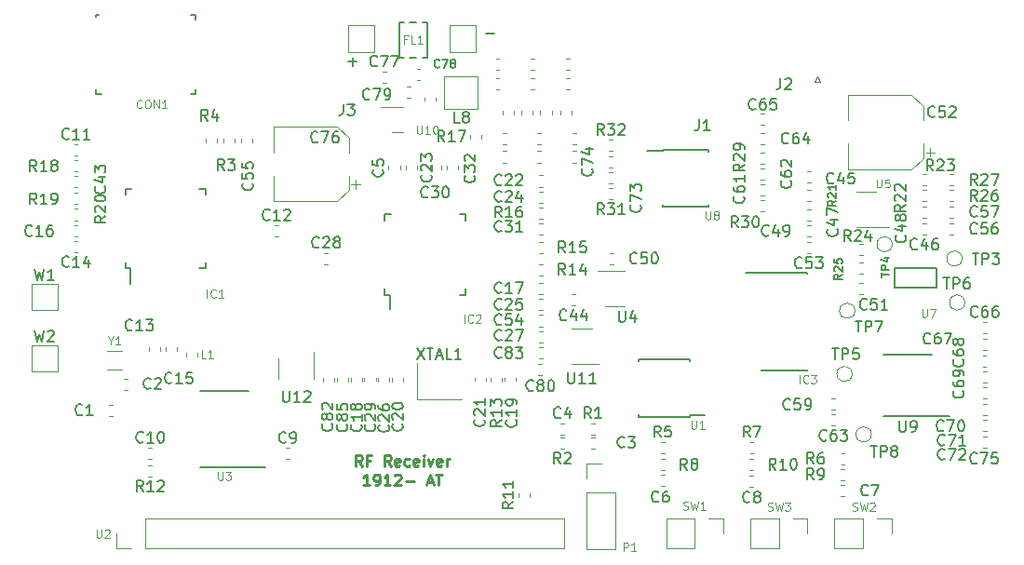
<source format=gto>
G04 #@! TF.GenerationSoftware,KiCad,Pcbnew,(5.0.0)*
G04 #@! TF.CreationDate,2019-03-22T21:45:25+01:00*
G04 #@! TF.ProjectId,rf-receiver,72662D72656365697665722E6B696361,rev?*
G04 #@! TF.SameCoordinates,Original*
G04 #@! TF.FileFunction,Legend,Top*
G04 #@! TF.FilePolarity,Positive*
%FSLAX46Y46*%
G04 Gerber Fmt 4.6, Leading zero omitted, Abs format (unit mm)*
G04 Created by KiCad (PCBNEW (5.0.0)) date 03/22/19 21:45:25*
%MOMM*%
%LPD*%
G01*
G04 APERTURE LIST*
%ADD10C,0.250000*%
%ADD11C,0.120000*%
%ADD12C,0.150000*%
%ADD13C,0.100000*%
%ADD14C,0.125000*%
G04 APERTURE END LIST*
D10*
X98857142Y-104377380D02*
X98523809Y-103901190D01*
X98285714Y-104377380D02*
X98285714Y-103377380D01*
X98666666Y-103377380D01*
X98761904Y-103425000D01*
X98809523Y-103472619D01*
X98857142Y-103567857D01*
X98857142Y-103710714D01*
X98809523Y-103805952D01*
X98761904Y-103853571D01*
X98666666Y-103901190D01*
X98285714Y-103901190D01*
X99619047Y-103853571D02*
X99285714Y-103853571D01*
X99285714Y-104377380D02*
X99285714Y-103377380D01*
X99761904Y-103377380D01*
X101476190Y-104377380D02*
X101142857Y-103901190D01*
X100904761Y-104377380D02*
X100904761Y-103377380D01*
X101285714Y-103377380D01*
X101380952Y-103425000D01*
X101428571Y-103472619D01*
X101476190Y-103567857D01*
X101476190Y-103710714D01*
X101428571Y-103805952D01*
X101380952Y-103853571D01*
X101285714Y-103901190D01*
X100904761Y-103901190D01*
X102285714Y-104329761D02*
X102190476Y-104377380D01*
X102000000Y-104377380D01*
X101904761Y-104329761D01*
X101857142Y-104234523D01*
X101857142Y-103853571D01*
X101904761Y-103758333D01*
X102000000Y-103710714D01*
X102190476Y-103710714D01*
X102285714Y-103758333D01*
X102333333Y-103853571D01*
X102333333Y-103948809D01*
X101857142Y-104044047D01*
X103190476Y-104329761D02*
X103095238Y-104377380D01*
X102904761Y-104377380D01*
X102809523Y-104329761D01*
X102761904Y-104282142D01*
X102714285Y-104186904D01*
X102714285Y-103901190D01*
X102761904Y-103805952D01*
X102809523Y-103758333D01*
X102904761Y-103710714D01*
X103095238Y-103710714D01*
X103190476Y-103758333D01*
X104000000Y-104329761D02*
X103904761Y-104377380D01*
X103714285Y-104377380D01*
X103619047Y-104329761D01*
X103571428Y-104234523D01*
X103571428Y-103853571D01*
X103619047Y-103758333D01*
X103714285Y-103710714D01*
X103904761Y-103710714D01*
X104000000Y-103758333D01*
X104047619Y-103853571D01*
X104047619Y-103948809D01*
X103571428Y-104044047D01*
X104476190Y-104377380D02*
X104476190Y-103710714D01*
X104476190Y-103377380D02*
X104428571Y-103425000D01*
X104476190Y-103472619D01*
X104523809Y-103425000D01*
X104476190Y-103377380D01*
X104476190Y-103472619D01*
X104857142Y-103710714D02*
X105095238Y-104377380D01*
X105333333Y-103710714D01*
X106095238Y-104329761D02*
X106000000Y-104377380D01*
X105809523Y-104377380D01*
X105714285Y-104329761D01*
X105666666Y-104234523D01*
X105666666Y-103853571D01*
X105714285Y-103758333D01*
X105809523Y-103710714D01*
X106000000Y-103710714D01*
X106095238Y-103758333D01*
X106142857Y-103853571D01*
X106142857Y-103948809D01*
X105666666Y-104044047D01*
X106571428Y-104377380D02*
X106571428Y-103710714D01*
X106571428Y-103901190D02*
X106619047Y-103805952D01*
X106666666Y-103758333D01*
X106761904Y-103710714D01*
X106857142Y-103710714D01*
X99547619Y-106127380D02*
X98976190Y-106127380D01*
X99261904Y-106127380D02*
X99261904Y-105127380D01*
X99166666Y-105270238D01*
X99071428Y-105365476D01*
X98976190Y-105413095D01*
X100023809Y-106127380D02*
X100214285Y-106127380D01*
X100309523Y-106079761D01*
X100357142Y-106032142D01*
X100452380Y-105889285D01*
X100500000Y-105698809D01*
X100500000Y-105317857D01*
X100452380Y-105222619D01*
X100404761Y-105175000D01*
X100309523Y-105127380D01*
X100119047Y-105127380D01*
X100023809Y-105175000D01*
X99976190Y-105222619D01*
X99928571Y-105317857D01*
X99928571Y-105555952D01*
X99976190Y-105651190D01*
X100023809Y-105698809D01*
X100119047Y-105746428D01*
X100309523Y-105746428D01*
X100404761Y-105698809D01*
X100452380Y-105651190D01*
X100500000Y-105555952D01*
X101452380Y-106127380D02*
X100880952Y-106127380D01*
X101166666Y-106127380D02*
X101166666Y-105127380D01*
X101071428Y-105270238D01*
X100976190Y-105365476D01*
X100880952Y-105413095D01*
X101833333Y-105222619D02*
X101880952Y-105175000D01*
X101976190Y-105127380D01*
X102214285Y-105127380D01*
X102309523Y-105175000D01*
X102357142Y-105222619D01*
X102404761Y-105317857D01*
X102404761Y-105413095D01*
X102357142Y-105555952D01*
X101785714Y-106127380D01*
X102404761Y-106127380D01*
X102833333Y-105746428D02*
X103595238Y-105746428D01*
X104785714Y-105841666D02*
X105261904Y-105841666D01*
X104690476Y-106127380D02*
X105023809Y-105127380D01*
X105357142Y-106127380D01*
X105547619Y-105127380D02*
X106119047Y-105127380D01*
X105833333Y-106127380D02*
X105833333Y-105127380D01*
D11*
G04 #@! TO.C,C55*
X88910000Y-74624721D02*
X88910000Y-74950279D01*
X87890000Y-74624721D02*
X87890000Y-74950279D01*
G04 #@! TO.C,-*
X106800000Y-66700000D02*
X106800000Y-64300000D01*
X109200000Y-66700000D02*
X106800000Y-66700000D01*
X109200000Y-64300000D02*
X109200000Y-66700000D01*
X106800000Y-64300000D02*
X109200000Y-64300000D01*
G04 #@! TO.C,+*
X97600000Y-64300000D02*
X100000000Y-64300000D01*
X100000000Y-64300000D02*
X100000000Y-66700000D01*
X100000000Y-66700000D02*
X97600000Y-66700000D01*
X97600000Y-66700000D02*
X97600000Y-64300000D01*
G04 #@! TO.C,W1*
X68800000Y-90200000D02*
X68800000Y-87800000D01*
X71200000Y-90200000D02*
X68800000Y-90200000D01*
X71200000Y-87800000D02*
X71200000Y-90200000D01*
X68800000Y-87800000D02*
X71200000Y-87800000D01*
G04 #@! TO.C,W2*
X68800000Y-93400000D02*
X71200000Y-93400000D01*
X71200000Y-93400000D02*
X71200000Y-95800000D01*
X71200000Y-95800000D02*
X68800000Y-95800000D01*
X68800000Y-95800000D02*
X68800000Y-93400000D01*
G04 #@! TO.C,C1*
X75837221Y-99810000D02*
X76162779Y-99810000D01*
X75837221Y-98790000D02*
X76162779Y-98790000D01*
G04 #@! TO.C,C62*
X135152221Y-77290000D02*
X135477779Y-77290000D01*
X135152221Y-78310000D02*
X135477779Y-78310000D01*
G04 #@! TO.C,C61*
X135137221Y-79760000D02*
X135462779Y-79760000D01*
X135137221Y-78740000D02*
X135462779Y-78740000D01*
G04 #@! TO.C,C59*
X141912779Y-99260000D02*
X141587221Y-99260000D01*
X141912779Y-98240000D02*
X141587221Y-98240000D01*
G04 #@! TO.C,C57*
X152662779Y-80740000D02*
X152337221Y-80740000D01*
X152662779Y-81760000D02*
X152337221Y-81760000D01*
G04 #@! TO.C,C56*
X152662779Y-83310000D02*
X152337221Y-83310000D01*
X152662779Y-82290000D02*
X152337221Y-82290000D01*
G04 #@! TO.C,C54*
X115277779Y-90640000D02*
X114952221Y-90640000D01*
X115277779Y-91660000D02*
X114952221Y-91660000D01*
G04 #@! TO.C,C53*
X139662779Y-85010000D02*
X139337221Y-85010000D01*
X139662779Y-83990000D02*
X139337221Y-83990000D01*
G04 #@! TO.C,C51*
X144087221Y-88710000D02*
X144412779Y-88710000D01*
X144087221Y-87690000D02*
X144412779Y-87690000D01*
G04 #@! TO.C,C82*
X96360000Y-96337221D02*
X96360000Y-96662779D01*
X95340000Y-96337221D02*
X95340000Y-96662779D01*
G04 #@! TO.C,C49*
X139337221Y-83510000D02*
X139662779Y-83510000D01*
X139337221Y-82490000D02*
X139662779Y-82490000D01*
G04 #@! TO.C,C47*
X139337221Y-81040000D02*
X139662779Y-81040000D01*
X139337221Y-82060000D02*
X139662779Y-82060000D01*
G04 #@! TO.C,C46*
X150162779Y-82290000D02*
X149837221Y-82290000D01*
X150162779Y-83310000D02*
X149837221Y-83310000D01*
G04 #@! TO.C,C45*
X139662779Y-78610000D02*
X139337221Y-78610000D01*
X139662779Y-77590000D02*
X139337221Y-77590000D01*
G04 #@! TO.C,C44*
X118262779Y-88740000D02*
X117937221Y-88740000D01*
X118262779Y-89760000D02*
X117937221Y-89760000D01*
G04 #@! TO.C,C43*
X73012779Y-79010000D02*
X72687221Y-79010000D01*
X73012779Y-77990000D02*
X72687221Y-77990000D01*
G04 #@! TO.C,C42*
X116890000Y-72037221D02*
X116890000Y-72362779D01*
X117910000Y-72037221D02*
X117910000Y-72362779D01*
G04 #@! TO.C,C83*
X114937221Y-93590000D02*
X115262779Y-93590000D01*
X114937221Y-94610000D02*
X115262779Y-94610000D01*
G04 #@! TO.C,C85*
X96590000Y-96337221D02*
X96590000Y-96662779D01*
X97610000Y-96337221D02*
X97610000Y-96662779D01*
G04 #@! TO.C,C63*
X141912779Y-100710000D02*
X141587221Y-100710000D01*
X141912779Y-99690000D02*
X141587221Y-99690000D01*
G04 #@! TO.C,C71*
X155337221Y-99710000D02*
X155662779Y-99710000D01*
X155337221Y-98690000D02*
X155662779Y-98690000D01*
G04 #@! TO.C,C72*
X155337221Y-100190000D02*
X155662779Y-100190000D01*
X155337221Y-101210000D02*
X155662779Y-101210000D01*
G04 #@! TO.C,C80*
X114922221Y-96110000D02*
X115247779Y-96110000D01*
X114922221Y-95090000D02*
X115247779Y-95090000D01*
G04 #@! TO.C,C75*
X155337221Y-101690000D02*
X155662779Y-101690000D01*
X155337221Y-102710000D02*
X155662779Y-102710000D01*
G04 #@! TO.C,C77*
X100722221Y-69510000D02*
X101047779Y-69510000D01*
X100722221Y-68490000D02*
X101047779Y-68490000D01*
G04 #@! TO.C,C79*
X103262779Y-70910000D02*
X102937221Y-70910000D01*
X103262779Y-69890000D02*
X102937221Y-69890000D01*
G04 #@! TO.C,C48*
X150147779Y-80740000D02*
X149822221Y-80740000D01*
X150147779Y-81760000D02*
X149822221Y-81760000D01*
G04 #@! TO.C,C50*
X121762779Y-86010000D02*
X121437221Y-86010000D01*
X121762779Y-84990000D02*
X121437221Y-84990000D01*
G04 #@! TO.C,C69*
X155337221Y-96760000D02*
X155662779Y-96760000D01*
X155337221Y-95740000D02*
X155662779Y-95740000D01*
G04 #@! TO.C,C68*
X155322221Y-94290000D02*
X155647779Y-94290000D01*
X155322221Y-95310000D02*
X155647779Y-95310000D01*
G04 #@! TO.C,C67*
X155337221Y-93810000D02*
X155662779Y-93810000D01*
X155337221Y-92790000D02*
X155662779Y-92790000D01*
G04 #@! TO.C,C66*
X155337221Y-91290000D02*
X155662779Y-91290000D01*
X155337221Y-92310000D02*
X155662779Y-92310000D01*
G04 #@! TO.C,C65*
X135462779Y-72340000D02*
X135137221Y-72340000D01*
X135462779Y-73360000D02*
X135137221Y-73360000D01*
G04 #@! TO.C,C73*
X121662779Y-78660000D02*
X121337221Y-78660000D01*
X121662779Y-77640000D02*
X121337221Y-77640000D01*
G04 #@! TO.C,C20*
X101590000Y-96337221D02*
X101590000Y-96662779D01*
X102610000Y-96337221D02*
X102610000Y-96662779D01*
G04 #@! TO.C,C19*
X112860000Y-96322221D02*
X112860000Y-96647779D01*
X111840000Y-96322221D02*
X111840000Y-96647779D01*
G04 #@! TO.C,C70*
X155337221Y-98260000D02*
X155662779Y-98260000D01*
X155337221Y-97240000D02*
X155662779Y-97240000D01*
G04 #@! TO.C,C40*
X117437221Y-67290000D02*
X117762779Y-67290000D01*
X117437221Y-68310000D02*
X117762779Y-68310000D01*
G04 #@! TO.C,C18*
X98860000Y-96662779D02*
X98860000Y-96337221D01*
X97840000Y-96662779D02*
X97840000Y-96337221D01*
G04 #@! TO.C,C16*
X73012779Y-83460000D02*
X72687221Y-83460000D01*
X73012779Y-82440000D02*
X72687221Y-82440000D01*
G04 #@! TO.C,C15*
X81040000Y-93602221D02*
X81040000Y-93927779D01*
X82060000Y-93602221D02*
X82060000Y-93927779D01*
G04 #@! TO.C,C14*
X73012779Y-84910000D02*
X72687221Y-84910000D01*
X73012779Y-83890000D02*
X72687221Y-83890000D01*
G04 #@! TO.C,C13*
X79490000Y-93587221D02*
X79490000Y-93912779D01*
X80510000Y-93587221D02*
X80510000Y-93912779D01*
G04 #@! TO.C,C12*
X90937221Y-82490000D02*
X91262779Y-82490000D01*
X90937221Y-83510000D02*
X91262779Y-83510000D01*
G04 #@! TO.C,C41*
X118037221Y-76760000D02*
X118362779Y-76760000D01*
X118037221Y-75740000D02*
X118362779Y-75740000D01*
G04 #@! TO.C,C9*
X91937221Y-102740000D02*
X92262779Y-102740000D01*
X91937221Y-103760000D02*
X92262779Y-103760000D01*
G04 #@! TO.C,C7*
X142437221Y-107110000D02*
X142762779Y-107110000D01*
X142437221Y-106090000D02*
X142762779Y-106090000D01*
G04 #@! TO.C,C6*
X126037221Y-105190000D02*
X126362779Y-105190000D01*
X126037221Y-106210000D02*
X126362779Y-106210000D01*
G04 #@! TO.C,C5*
X102310000Y-77412779D02*
X102310000Y-77087221D01*
X101290000Y-77412779D02*
X101290000Y-77087221D01*
G04 #@! TO.C,C4*
X116937221Y-100490000D02*
X117262779Y-100490000D01*
X116937221Y-101510000D02*
X117262779Y-101510000D01*
G04 #@! TO.C,C3*
X119702221Y-102760000D02*
X120027779Y-102760000D01*
X119702221Y-101740000D02*
X120027779Y-101740000D01*
G04 #@! TO.C,C2*
X77512779Y-97460000D02*
X77187221Y-97460000D01*
X77512779Y-96440000D02*
X77187221Y-96440000D01*
G04 #@! TO.C,C11*
X73012779Y-75090000D02*
X72687221Y-75090000D01*
X73012779Y-76110000D02*
X72687221Y-76110000D01*
G04 #@! TO.C,C39*
X116110000Y-72037221D02*
X116110000Y-72362779D01*
X115090000Y-72037221D02*
X115090000Y-72362779D01*
G04 #@! TO.C,C74*
X121662779Y-76190000D02*
X121337221Y-76190000D01*
X121662779Y-77210000D02*
X121337221Y-77210000D01*
G04 #@! TO.C,C8*
X134137221Y-105240000D02*
X134462779Y-105240000D01*
X134137221Y-106260000D02*
X134462779Y-106260000D01*
G04 #@! TO.C,C29*
X100110000Y-96647779D02*
X100110000Y-96322221D01*
X99090000Y-96647779D02*
X99090000Y-96322221D01*
G04 #@! TO.C,C38*
X114837221Y-75740000D02*
X115162779Y-75740000D01*
X114837221Y-76760000D02*
X115162779Y-76760000D01*
G04 #@! TO.C,C37*
X114237221Y-68310000D02*
X114562779Y-68310000D01*
X114237221Y-67290000D02*
X114562779Y-67290000D01*
G04 #@! TO.C,C36*
X114410000Y-72037221D02*
X114410000Y-72362779D01*
X113390000Y-72037221D02*
X113390000Y-72362779D01*
G04 #@! TO.C,C35*
X111637221Y-76760000D02*
X111962779Y-76760000D01*
X111637221Y-75740000D02*
X111962779Y-75740000D01*
G04 #@! TO.C,C34*
X111037221Y-67290000D02*
X111362779Y-67290000D01*
X111037221Y-68310000D02*
X111362779Y-68310000D01*
G04 #@! TO.C,C33*
X111690000Y-72037221D02*
X111690000Y-72362779D01*
X112710000Y-72037221D02*
X112710000Y-72362779D01*
G04 #@! TO.C,C32*
X106590000Y-77412779D02*
X106590000Y-77087221D01*
X107610000Y-77412779D02*
X107610000Y-77087221D01*
G04 #@! TO.C,C21*
X109090000Y-96322221D02*
X109090000Y-96647779D01*
X110110000Y-96322221D02*
X110110000Y-96647779D01*
G04 #@! TO.C,C30*
X106110000Y-77087221D02*
X106110000Y-77412779D01*
X105090000Y-77087221D02*
X105090000Y-77412779D01*
G04 #@! TO.C,C10*
X79762779Y-102740000D02*
X79437221Y-102740000D01*
X79762779Y-103760000D02*
X79437221Y-103760000D01*
G04 #@! TO.C,C22*
X115262779Y-78960000D02*
X114937221Y-78960000D01*
X115262779Y-77940000D02*
X114937221Y-77940000D01*
G04 #@! TO.C,C23*
X102840000Y-77087221D02*
X102840000Y-77412779D01*
X103860000Y-77087221D02*
X103860000Y-77412779D01*
G04 #@! TO.C,C24*
X115262779Y-80410000D02*
X114937221Y-80410000D01*
X115262779Y-79390000D02*
X114937221Y-79390000D01*
G04 #@! TO.C,C25*
X115262779Y-89190000D02*
X114937221Y-89190000D01*
X115262779Y-90210000D02*
X114937221Y-90210000D01*
G04 #@! TO.C,C31*
X114952221Y-82290000D02*
X115277779Y-82290000D01*
X114952221Y-83310000D02*
X115277779Y-83310000D01*
G04 #@! TO.C,C28*
X95437221Y-86010000D02*
X95762779Y-86010000D01*
X95437221Y-84990000D02*
X95762779Y-84990000D01*
G04 #@! TO.C,C17*
X115262779Y-88760000D02*
X114937221Y-88760000D01*
X115262779Y-87740000D02*
X114937221Y-87740000D01*
G04 #@! TO.C,C26*
X101360000Y-96662779D02*
X101360000Y-96337221D01*
X100340000Y-96662779D02*
X100340000Y-96337221D01*
G04 #@! TO.C,C27*
X115262779Y-93110000D02*
X114937221Y-93110000D01*
X115262779Y-92090000D02*
X114937221Y-92090000D01*
G04 #@! TO.C,L2*
X111037221Y-70110000D02*
X111362779Y-70110000D01*
X111037221Y-69090000D02*
X111362779Y-69090000D01*
G04 #@! TO.C,L3*
X111962779Y-75110000D02*
X111637221Y-75110000D01*
X111962779Y-74090000D02*
X111637221Y-74090000D01*
G04 #@! TO.C,L7*
X118362779Y-74090000D02*
X118037221Y-74090000D01*
X118362779Y-75110000D02*
X118037221Y-75110000D01*
G04 #@! TO.C,L4*
X114237221Y-69090000D02*
X114562779Y-69090000D01*
X114237221Y-70110000D02*
X114562779Y-70110000D01*
G04 #@! TO.C,L6*
X117437221Y-70110000D02*
X117762779Y-70110000D01*
X117437221Y-69090000D02*
X117762779Y-69090000D01*
G04 #@! TO.C,L5*
X115162779Y-75110000D02*
X114837221Y-75110000D01*
X115162779Y-74090000D02*
X114837221Y-74090000D01*
G04 #@! TO.C,R32*
X121662779Y-75710000D02*
X121337221Y-75710000D01*
X121662779Y-74690000D02*
X121337221Y-74690000D01*
G04 #@! TO.C,R26*
X152662779Y-79290000D02*
X152337221Y-79290000D01*
X152662779Y-80310000D02*
X152337221Y-80310000D01*
G04 #@! TO.C,R27*
X152662779Y-78860000D02*
X152337221Y-78860000D01*
X152662779Y-77840000D02*
X152337221Y-77840000D01*
G04 #@! TO.C,R29*
X135137221Y-76860000D02*
X135462779Y-76860000D01*
X135137221Y-75840000D02*
X135462779Y-75840000D01*
G04 #@! TO.C,R30*
X135137221Y-80190000D02*
X135462779Y-80190000D01*
X135137221Y-81210000D02*
X135462779Y-81210000D01*
G04 #@! TO.C,R31*
X121662779Y-79090000D02*
X121337221Y-79090000D01*
X121662779Y-80110000D02*
X121337221Y-80110000D01*
G04 #@! TO.C,R33*
X104590000Y-71162779D02*
X104590000Y-70837221D01*
X105610000Y-71162779D02*
X105610000Y-70837221D01*
G04 #@! TO.C,R22*
X149822221Y-80310000D02*
X150147779Y-80310000D01*
X149822221Y-79290000D02*
X150147779Y-79290000D01*
G04 #@! TO.C,R8*
X126362779Y-104710000D02*
X126037221Y-104710000D01*
X126362779Y-103690000D02*
X126037221Y-103690000D01*
G04 #@! TO.C,R6*
X142452221Y-104210000D02*
X142777779Y-104210000D01*
X142452221Y-103190000D02*
X142777779Y-103190000D01*
G04 #@! TO.C,R5*
X126037221Y-102190000D02*
X126362779Y-102190000D01*
X126037221Y-103210000D02*
X126362779Y-103210000D01*
G04 #@! TO.C,R23*
X150162779Y-77840000D02*
X149837221Y-77840000D01*
X150162779Y-78860000D02*
X149837221Y-78860000D01*
G04 #@! TO.C,R3*
X86290000Y-74962779D02*
X86290000Y-74637221D01*
X87310000Y-74962779D02*
X87310000Y-74637221D01*
G04 #@! TO.C,R4*
X85710000Y-74962779D02*
X85710000Y-74637221D01*
X84690000Y-74962779D02*
X84690000Y-74637221D01*
G04 #@! TO.C,R24*
X144087221Y-84190000D02*
X144412779Y-84190000D01*
X144087221Y-85210000D02*
X144412779Y-85210000D01*
G04 #@! TO.C,R9*
X142747779Y-104640000D02*
X142422221Y-104640000D01*
X142747779Y-105660000D02*
X142422221Y-105660000D01*
G04 #@! TO.C,R1*
X119687221Y-100490000D02*
X120012779Y-100490000D01*
X119687221Y-101510000D02*
X120012779Y-101510000D01*
G04 #@! TO.C,R10*
X134462779Y-103690000D02*
X134137221Y-103690000D01*
X134462779Y-104710000D02*
X134137221Y-104710000D01*
G04 #@! TO.C,R7*
X134152221Y-102190000D02*
X134477779Y-102190000D01*
X134152221Y-103210000D02*
X134477779Y-103210000D01*
G04 #@! TO.C,R12*
X79762779Y-104290000D02*
X79437221Y-104290000D01*
X79762779Y-105310000D02*
X79437221Y-105310000D01*
G04 #@! TO.C,R13*
X111610000Y-96352221D02*
X111610000Y-96677779D01*
X110590000Y-96352221D02*
X110590000Y-96677779D01*
G04 #@! TO.C,R16*
X115262779Y-80840000D02*
X114937221Y-80840000D01*
X115262779Y-81860000D02*
X114937221Y-81860000D01*
G04 #@! TO.C,R18*
X72687221Y-76540000D02*
X73012779Y-76540000D01*
X72687221Y-77560000D02*
X73012779Y-77560000D01*
G04 #@! TO.C,R19*
X72687221Y-80560000D02*
X73012779Y-80560000D01*
X72687221Y-79540000D02*
X73012779Y-79540000D01*
G04 #@! TO.C,R20*
X72687221Y-80990000D02*
X73012779Y-80990000D01*
X72687221Y-82010000D02*
X73012779Y-82010000D01*
G04 #@! TO.C,R2*
X117262779Y-101740000D02*
X116937221Y-101740000D01*
X117262779Y-102760000D02*
X116937221Y-102760000D01*
G04 #@! TO.C,R11*
X113090000Y-107162779D02*
X113090000Y-106837221D01*
X114110000Y-107162779D02*
X114110000Y-106837221D01*
G04 #@! TO.C,XTAL1*
X103900000Y-95000000D02*
X103900000Y-98300000D01*
X103900000Y-98300000D02*
X107900000Y-98300000D01*
G04 #@! TO.C,C64*
X135462779Y-74090000D02*
X135137221Y-74090000D01*
X135462779Y-75110000D02*
X135137221Y-75110000D01*
D12*
G04 #@! TO.C,U9*
X150700000Y-94275000D02*
X146300000Y-94275000D01*
X152275000Y-99800000D02*
X146300000Y-99800000D01*
D11*
G04 #@! TO.C,R17*
X109710000Y-74237221D02*
X109710000Y-74562779D01*
X108690000Y-74237221D02*
X108690000Y-74562779D01*
G04 #@! TO.C,R14*
X114937221Y-87010000D02*
X115262779Y-87010000D01*
X114937221Y-85990000D02*
X115262779Y-85990000D01*
G04 #@! TO.C,R25*
X144412779Y-86910000D02*
X144087221Y-86910000D01*
X144412779Y-85890000D02*
X144087221Y-85890000D01*
G04 #@! TO.C,R21*
X139337221Y-80310000D02*
X139662779Y-80310000D01*
X139337221Y-79290000D02*
X139662779Y-79290000D01*
G04 #@! TO.C,R15*
X114937221Y-83990000D02*
X115262779Y-83990000D01*
X114937221Y-85010000D02*
X115262779Y-85010000D01*
G04 #@! TO.C,C78*
X104162779Y-69260000D02*
X103837221Y-69260000D01*
X104162779Y-68240000D02*
X103837221Y-68240000D01*
G04 #@! TO.C,C52*
X143090000Y-70590000D02*
X143090000Y-72940000D01*
X143090000Y-77410000D02*
X143090000Y-75060000D01*
X148845563Y-77410000D02*
X143090000Y-77410000D01*
X148845563Y-70590000D02*
X143090000Y-70590000D01*
X149910000Y-71654437D02*
X149910000Y-72940000D01*
X149910000Y-76345563D02*
X149910000Y-75060000D01*
X149910000Y-76345563D02*
X148845563Y-77410000D01*
X149910000Y-71654437D02*
X148845563Y-70590000D01*
X150937500Y-75847500D02*
X150150000Y-75847500D01*
X150543750Y-76241250D02*
X150543750Y-75453750D01*
G04 #@! TO.C,C76*
X90840000Y-73490000D02*
X90840000Y-75840000D01*
X90840000Y-80310000D02*
X90840000Y-77960000D01*
X96595563Y-80310000D02*
X90840000Y-80310000D01*
X96595563Y-73490000D02*
X90840000Y-73490000D01*
X97660000Y-74554437D02*
X97660000Y-75840000D01*
X97660000Y-79245563D02*
X97660000Y-77960000D01*
X97660000Y-79245563D02*
X96595563Y-80310000D01*
X97660000Y-74554437D02*
X96595563Y-73490000D01*
X98687500Y-78747500D02*
X97900000Y-78747500D01*
X98293750Y-79141250D02*
X98293750Y-78353750D01*
G04 #@! TO.C,J2*
X140500000Y-69410000D02*
X140250000Y-68910000D01*
X140000000Y-69410000D02*
X140500000Y-69410000D01*
X140250000Y-68910000D02*
X140000000Y-69410000D01*
D13*
G04 #@! TO.C,L8*
X109350000Y-71900000D02*
X106350000Y-71900000D01*
X106350000Y-71900000D02*
X106350000Y-68900000D01*
X106350000Y-68900000D02*
X109350000Y-68900000D01*
X109350000Y-68900000D02*
X109350000Y-71900000D01*
D11*
G04 #@! TO.C,TP5*
X143450000Y-96000000D02*
G75*
G03X143450000Y-96000000I-700000J0D01*
G01*
G04 #@! TO.C,TP8*
X145200000Y-101500000D02*
G75*
G03X145200000Y-101500000I-700000J0D01*
G01*
G04 #@! TO.C,TP6*
X153700000Y-89500000D02*
G75*
G03X153700000Y-89500000I-700000J0D01*
G01*
G04 #@! TO.C,TP3*
X153450000Y-85500000D02*
G75*
G03X153450000Y-85500000I-700000J0D01*
G01*
G04 #@! TO.C,TP7*
X143700000Y-90250000D02*
G75*
G03X143700000Y-90250000I-700000J0D01*
G01*
G04 #@! TO.C,TP4*
X147100000Y-84200000D02*
G75*
G03X147100000Y-84200000I-700000J0D01*
G01*
G04 #@! TO.C,U4*
X120950000Y-89860000D02*
X122750000Y-89860000D01*
X122750000Y-86640000D02*
X120300000Y-86640000D01*
G04 #@! TO.C,U11*
X119750000Y-91890000D02*
X117950000Y-91890000D01*
X117950000Y-95110000D02*
X120400000Y-95110000D01*
G04 #@! TO.C,U12*
X94460000Y-96400000D02*
X94460000Y-93950000D01*
X91240000Y-94600000D02*
X91240000Y-96400000D01*
D12*
G04 #@! TO.C,CON1*
X75136000Y-70501800D02*
X74704200Y-70501800D01*
X74704200Y-70501800D02*
X74704200Y-70070000D01*
X74882000Y-63300000D02*
X74700000Y-63300000D01*
X74704200Y-63313600D02*
X74704200Y-63466000D01*
X83264000Y-63300000D02*
X83700000Y-63300000D01*
X83700000Y-63300000D02*
X83700000Y-63720000D01*
X83264000Y-70501800D02*
X83700000Y-70501800D01*
X83700000Y-70501800D02*
X83700000Y-70070000D01*
G04 #@! TO.C,U3*
X88575000Y-97550000D02*
X84125000Y-97550000D01*
X90100000Y-104450000D02*
X84125000Y-104450000D01*
D11*
G04 #@! TO.C,U2*
X117280000Y-111830000D02*
X117280000Y-109170000D01*
X79120000Y-111830000D02*
X117280000Y-111830000D01*
X79120000Y-109170000D02*
X117280000Y-109170000D01*
X79120000Y-111830000D02*
X79120000Y-109170000D01*
X77850000Y-111830000D02*
X76520000Y-111830000D01*
X76520000Y-111830000D02*
X76520000Y-110500000D01*
D12*
G04 #@! TO.C,U8*
X126225000Y-75625000D02*
X126225000Y-75675000D01*
X130375000Y-75625000D02*
X130375000Y-75770000D01*
X130375000Y-80775000D02*
X130375000Y-80630000D01*
X126225000Y-80775000D02*
X126225000Y-80630000D01*
X126225000Y-75625000D02*
X130375000Y-75625000D01*
X126225000Y-80775000D02*
X130375000Y-80775000D01*
X126225000Y-75675000D02*
X124825000Y-75675000D01*
G04 #@! TO.C,U1*
X128675000Y-99875000D02*
X128675000Y-99750000D01*
X124025000Y-99875000D02*
X124025000Y-99650000D01*
X124025000Y-94625000D02*
X124025000Y-94850000D01*
X128675000Y-94625000D02*
X128675000Y-94850000D01*
X128675000Y-99875000D02*
X124025000Y-99875000D01*
X128675000Y-94625000D02*
X124025000Y-94625000D01*
X128675000Y-99750000D02*
X130025000Y-99750000D01*
D11*
G04 #@! TO.C,U5*
X145650000Y-79390000D02*
X143850000Y-79390000D01*
X143850000Y-82610000D02*
X146800000Y-82610000D01*
G04 #@! TO.C,L1*
X82840000Y-94412779D02*
X82840000Y-94087221D01*
X83860000Y-94412779D02*
X83860000Y-94087221D01*
G04 #@! TO.C,SW2*
X141830000Y-109170000D02*
X141830000Y-111830000D01*
X144430000Y-109170000D02*
X141830000Y-109170000D01*
X144430000Y-111830000D02*
X141830000Y-111830000D01*
X144430000Y-109170000D02*
X144430000Y-111830000D01*
X145700000Y-109170000D02*
X147030000Y-109170000D01*
X147030000Y-109170000D02*
X147030000Y-110500000D01*
G04 #@! TO.C,SW3*
X139380000Y-109170000D02*
X139380000Y-110500000D01*
X138050000Y-109170000D02*
X139380000Y-109170000D01*
X136780000Y-109170000D02*
X136780000Y-111830000D01*
X136780000Y-111830000D02*
X134180000Y-111830000D01*
X136780000Y-109170000D02*
X134180000Y-109170000D01*
X134180000Y-109170000D02*
X134180000Y-111830000D01*
G04 #@! TO.C,SW1*
X126530000Y-109170000D02*
X126530000Y-111830000D01*
X129130000Y-109170000D02*
X126530000Y-109170000D01*
X129130000Y-111830000D02*
X126530000Y-111830000D01*
X129130000Y-109170000D02*
X129130000Y-111830000D01*
X130400000Y-109170000D02*
X131730000Y-109170000D01*
X131730000Y-109170000D02*
X131730000Y-110500000D01*
G04 #@! TO.C,P1*
X119270000Y-111910000D02*
X121930000Y-111910000D01*
X119270000Y-106770000D02*
X119270000Y-111910000D01*
X121930000Y-106770000D02*
X121930000Y-111910000D01*
X119270000Y-106770000D02*
X121930000Y-106770000D01*
X119270000Y-105500000D02*
X119270000Y-104170000D01*
X119270000Y-104170000D02*
X120600000Y-104170000D01*
G04 #@! TO.C,Y1*
X77025000Y-93875000D02*
X75675000Y-93875000D01*
X77025000Y-95625000D02*
X75675000Y-95625000D01*
D12*
G04 #@! TO.C,IC2*
X100930001Y-88819999D02*
X101380001Y-88819999D01*
X100930001Y-81469999D02*
X101480001Y-81469999D01*
X108280001Y-81469999D02*
X107730001Y-81469999D01*
X108280001Y-88819999D02*
X107730001Y-88819999D01*
X100930001Y-88819999D02*
X100930001Y-88269999D01*
X108280001Y-88819999D02*
X108280001Y-88269999D01*
X108280001Y-81469999D02*
X108280001Y-82019999D01*
X100930001Y-81469999D02*
X100930001Y-82019999D01*
X101380001Y-88819999D02*
X101380001Y-90094999D01*
G04 #@! TO.C,IC1*
X77380001Y-86400001D02*
X77805001Y-86400001D01*
X77380001Y-79150001D02*
X77905001Y-79150001D01*
X84630001Y-79150001D02*
X84105001Y-79150001D01*
X84630001Y-86400001D02*
X84105001Y-86400001D01*
X77380001Y-86400001D02*
X77380001Y-85875001D01*
X84630001Y-86400001D02*
X84630001Y-85875001D01*
X84630001Y-79150001D02*
X84630001Y-79675001D01*
X77380001Y-79150001D02*
X77380001Y-79675001D01*
X77805001Y-86400001D02*
X77805001Y-87775001D01*
G04 #@! TO.C,IC3*
X135175000Y-86800000D02*
X135175000Y-86825000D01*
X139325000Y-86800000D02*
X139325000Y-86915000D01*
X139325000Y-95700000D02*
X139325000Y-95585000D01*
X135175000Y-95700000D02*
X135175000Y-95585000D01*
X135175000Y-86800000D02*
X139325000Y-86800000D01*
X135175000Y-95700000D02*
X139325000Y-95700000D01*
X135175000Y-86825000D02*
X133800000Y-86825000D01*
D11*
G04 #@! TO.C,U10*
X102600000Y-73970000D02*
X101600000Y-73970000D01*
X100600000Y-71730000D02*
X102600000Y-71730000D01*
D12*
G04 #@! TO.C,FL1*
X102275000Y-64000000D02*
X102275000Y-67200000D01*
X102275000Y-67200000D02*
X102675000Y-67200000D01*
X102275000Y-64000000D02*
X102675000Y-64000000D01*
X103225000Y-64000000D02*
X103825000Y-64000000D01*
X104375000Y-64000000D02*
X104775000Y-64000000D01*
X104775000Y-64000000D02*
X104775000Y-67200000D01*
X104775000Y-67200000D02*
X104375000Y-67200000D01*
X103225000Y-67200000D02*
X103825000Y-67200000D01*
G04 #@! TO.C,U7*
X147350000Y-86350000D02*
X147350000Y-88150000D01*
X151150000Y-86350000D02*
X147350000Y-86350000D01*
X151150000Y-88150000D02*
X151150000Y-86350000D01*
X147350000Y-88150000D02*
X151150000Y-88150000D01*
G04 #@! TO.C,C55*
X88857142Y-78642857D02*
X88904761Y-78690476D01*
X88952380Y-78833333D01*
X88952380Y-78928571D01*
X88904761Y-79071428D01*
X88809523Y-79166666D01*
X88714285Y-79214285D01*
X88523809Y-79261904D01*
X88380952Y-79261904D01*
X88190476Y-79214285D01*
X88095238Y-79166666D01*
X88000000Y-79071428D01*
X87952380Y-78928571D01*
X87952380Y-78833333D01*
X88000000Y-78690476D01*
X88047619Y-78642857D01*
X87952380Y-77738095D02*
X87952380Y-78214285D01*
X88428571Y-78261904D01*
X88380952Y-78214285D01*
X88333333Y-78119047D01*
X88333333Y-77880952D01*
X88380952Y-77785714D01*
X88428571Y-77738095D01*
X88523809Y-77690476D01*
X88761904Y-77690476D01*
X88857142Y-77738095D01*
X88904761Y-77785714D01*
X88952380Y-77880952D01*
X88952380Y-78119047D01*
X88904761Y-78214285D01*
X88857142Y-78261904D01*
X87952380Y-76785714D02*
X87952380Y-77261904D01*
X88428571Y-77309523D01*
X88380952Y-77261904D01*
X88333333Y-77166666D01*
X88333333Y-76928571D01*
X88380952Y-76833333D01*
X88428571Y-76785714D01*
X88523809Y-76738095D01*
X88761904Y-76738095D01*
X88857142Y-76785714D01*
X88904761Y-76833333D01*
X88952380Y-76928571D01*
X88952380Y-77166666D01*
X88904761Y-77261904D01*
X88857142Y-77309523D01*
G04 #@! TO.C,-*
X110119047Y-65071428D02*
X110880952Y-65071428D01*
G04 #@! TO.C,+*
X97619047Y-67571428D02*
X98380952Y-67571428D01*
X98000000Y-67952380D02*
X98000000Y-67190476D01*
G04 #@! TO.C,W1*
X69095238Y-86454380D02*
X69333333Y-87454380D01*
X69523809Y-86740095D01*
X69714285Y-87454380D01*
X69952380Y-86454380D01*
X70857142Y-87454380D02*
X70285714Y-87454380D01*
X70571428Y-87454380D02*
X70571428Y-86454380D01*
X70476190Y-86597238D01*
X70380952Y-86692476D01*
X70285714Y-86740095D01*
G04 #@! TO.C,W2*
X69095238Y-92054380D02*
X69333333Y-93054380D01*
X69523809Y-92340095D01*
X69714285Y-93054380D01*
X69952380Y-92054380D01*
X70285714Y-92149619D02*
X70333333Y-92102000D01*
X70428571Y-92054380D01*
X70666666Y-92054380D01*
X70761904Y-92102000D01*
X70809523Y-92149619D01*
X70857142Y-92244857D01*
X70857142Y-92340095D01*
X70809523Y-92482952D01*
X70238095Y-93054380D01*
X70857142Y-93054380D01*
G04 #@! TO.C,J3*
X97166666Y-71452380D02*
X97166666Y-72166666D01*
X97119047Y-72309523D01*
X97023809Y-72404761D01*
X96880952Y-72452380D01*
X96785714Y-72452380D01*
X97547619Y-71452380D02*
X98166666Y-71452380D01*
X97833333Y-71833333D01*
X97976190Y-71833333D01*
X98071428Y-71880952D01*
X98119047Y-71928571D01*
X98166666Y-72023809D01*
X98166666Y-72261904D01*
X98119047Y-72357142D01*
X98071428Y-72404761D01*
X97976190Y-72452380D01*
X97690476Y-72452380D01*
X97595238Y-72404761D01*
X97547619Y-72357142D01*
G04 #@! TO.C,C1*
X73433333Y-99657142D02*
X73385714Y-99704761D01*
X73242857Y-99752380D01*
X73147619Y-99752380D01*
X73004761Y-99704761D01*
X72909523Y-99609523D01*
X72861904Y-99514285D01*
X72814285Y-99323809D01*
X72814285Y-99180952D01*
X72861904Y-98990476D01*
X72909523Y-98895238D01*
X73004761Y-98800000D01*
X73147619Y-98752380D01*
X73242857Y-98752380D01*
X73385714Y-98800000D01*
X73433333Y-98847619D01*
X74385714Y-99752380D02*
X73814285Y-99752380D01*
X74100000Y-99752380D02*
X74100000Y-98752380D01*
X74004761Y-98895238D01*
X73909523Y-98990476D01*
X73814285Y-99038095D01*
G04 #@! TO.C,C62*
X137857142Y-78442857D02*
X137904761Y-78490476D01*
X137952380Y-78633333D01*
X137952380Y-78728571D01*
X137904761Y-78871428D01*
X137809523Y-78966666D01*
X137714285Y-79014285D01*
X137523809Y-79061904D01*
X137380952Y-79061904D01*
X137190476Y-79014285D01*
X137095238Y-78966666D01*
X137000000Y-78871428D01*
X136952380Y-78728571D01*
X136952380Y-78633333D01*
X137000000Y-78490476D01*
X137047619Y-78442857D01*
X136952380Y-77585714D02*
X136952380Y-77776190D01*
X137000000Y-77871428D01*
X137047619Y-77919047D01*
X137190476Y-78014285D01*
X137380952Y-78061904D01*
X137761904Y-78061904D01*
X137857142Y-78014285D01*
X137904761Y-77966666D01*
X137952380Y-77871428D01*
X137952380Y-77680952D01*
X137904761Y-77585714D01*
X137857142Y-77538095D01*
X137761904Y-77490476D01*
X137523809Y-77490476D01*
X137428571Y-77538095D01*
X137380952Y-77585714D01*
X137333333Y-77680952D01*
X137333333Y-77871428D01*
X137380952Y-77966666D01*
X137428571Y-78014285D01*
X137523809Y-78061904D01*
X137047619Y-77109523D02*
X137000000Y-77061904D01*
X136952380Y-76966666D01*
X136952380Y-76728571D01*
X137000000Y-76633333D01*
X137047619Y-76585714D01*
X137142857Y-76538095D01*
X137238095Y-76538095D01*
X137380952Y-76585714D01*
X137952380Y-77157142D01*
X137952380Y-76538095D01*
G04 #@! TO.C,C61*
X133557142Y-79842857D02*
X133604761Y-79890476D01*
X133652380Y-80033333D01*
X133652380Y-80128571D01*
X133604761Y-80271428D01*
X133509523Y-80366666D01*
X133414285Y-80414285D01*
X133223809Y-80461904D01*
X133080952Y-80461904D01*
X132890476Y-80414285D01*
X132795238Y-80366666D01*
X132700000Y-80271428D01*
X132652380Y-80128571D01*
X132652380Y-80033333D01*
X132700000Y-79890476D01*
X132747619Y-79842857D01*
X132652380Y-78985714D02*
X132652380Y-79176190D01*
X132700000Y-79271428D01*
X132747619Y-79319047D01*
X132890476Y-79414285D01*
X133080952Y-79461904D01*
X133461904Y-79461904D01*
X133557142Y-79414285D01*
X133604761Y-79366666D01*
X133652380Y-79271428D01*
X133652380Y-79080952D01*
X133604761Y-78985714D01*
X133557142Y-78938095D01*
X133461904Y-78890476D01*
X133223809Y-78890476D01*
X133128571Y-78938095D01*
X133080952Y-78985714D01*
X133033333Y-79080952D01*
X133033333Y-79271428D01*
X133080952Y-79366666D01*
X133128571Y-79414285D01*
X133223809Y-79461904D01*
X133652380Y-77938095D02*
X133652380Y-78509523D01*
X133652380Y-78223809D02*
X132652380Y-78223809D01*
X132795238Y-78319047D01*
X132890476Y-78414285D01*
X132938095Y-78509523D01*
G04 #@! TO.C,C59*
X137807142Y-99157142D02*
X137759523Y-99204761D01*
X137616666Y-99252380D01*
X137521428Y-99252380D01*
X137378571Y-99204761D01*
X137283333Y-99109523D01*
X137235714Y-99014285D01*
X137188095Y-98823809D01*
X137188095Y-98680952D01*
X137235714Y-98490476D01*
X137283333Y-98395238D01*
X137378571Y-98300000D01*
X137521428Y-98252380D01*
X137616666Y-98252380D01*
X137759523Y-98300000D01*
X137807142Y-98347619D01*
X138711904Y-98252380D02*
X138235714Y-98252380D01*
X138188095Y-98728571D01*
X138235714Y-98680952D01*
X138330952Y-98633333D01*
X138569047Y-98633333D01*
X138664285Y-98680952D01*
X138711904Y-98728571D01*
X138759523Y-98823809D01*
X138759523Y-99061904D01*
X138711904Y-99157142D01*
X138664285Y-99204761D01*
X138569047Y-99252380D01*
X138330952Y-99252380D01*
X138235714Y-99204761D01*
X138188095Y-99157142D01*
X139235714Y-99252380D02*
X139426190Y-99252380D01*
X139521428Y-99204761D01*
X139569047Y-99157142D01*
X139664285Y-99014285D01*
X139711904Y-98823809D01*
X139711904Y-98442857D01*
X139664285Y-98347619D01*
X139616666Y-98300000D01*
X139521428Y-98252380D01*
X139330952Y-98252380D01*
X139235714Y-98300000D01*
X139188095Y-98347619D01*
X139140476Y-98442857D01*
X139140476Y-98680952D01*
X139188095Y-98776190D01*
X139235714Y-98823809D01*
X139330952Y-98871428D01*
X139521428Y-98871428D01*
X139616666Y-98823809D01*
X139664285Y-98776190D01*
X139711904Y-98680952D01*
G04 #@! TO.C,C57*
X154807142Y-81607142D02*
X154759523Y-81654761D01*
X154616666Y-81702380D01*
X154521428Y-81702380D01*
X154378571Y-81654761D01*
X154283333Y-81559523D01*
X154235714Y-81464285D01*
X154188095Y-81273809D01*
X154188095Y-81130952D01*
X154235714Y-80940476D01*
X154283333Y-80845238D01*
X154378571Y-80750000D01*
X154521428Y-80702380D01*
X154616666Y-80702380D01*
X154759523Y-80750000D01*
X154807142Y-80797619D01*
X155711904Y-80702380D02*
X155235714Y-80702380D01*
X155188095Y-81178571D01*
X155235714Y-81130952D01*
X155330952Y-81083333D01*
X155569047Y-81083333D01*
X155664285Y-81130952D01*
X155711904Y-81178571D01*
X155759523Y-81273809D01*
X155759523Y-81511904D01*
X155711904Y-81607142D01*
X155664285Y-81654761D01*
X155569047Y-81702380D01*
X155330952Y-81702380D01*
X155235714Y-81654761D01*
X155188095Y-81607142D01*
X156092857Y-80702380D02*
X156759523Y-80702380D01*
X156330952Y-81702380D01*
G04 #@! TO.C,C56*
X154807142Y-83157142D02*
X154759523Y-83204761D01*
X154616666Y-83252380D01*
X154521428Y-83252380D01*
X154378571Y-83204761D01*
X154283333Y-83109523D01*
X154235714Y-83014285D01*
X154188095Y-82823809D01*
X154188095Y-82680952D01*
X154235714Y-82490476D01*
X154283333Y-82395238D01*
X154378571Y-82300000D01*
X154521428Y-82252380D01*
X154616666Y-82252380D01*
X154759523Y-82300000D01*
X154807142Y-82347619D01*
X155711904Y-82252380D02*
X155235714Y-82252380D01*
X155188095Y-82728571D01*
X155235714Y-82680952D01*
X155330952Y-82633333D01*
X155569047Y-82633333D01*
X155664285Y-82680952D01*
X155711904Y-82728571D01*
X155759523Y-82823809D01*
X155759523Y-83061904D01*
X155711904Y-83157142D01*
X155664285Y-83204761D01*
X155569047Y-83252380D01*
X155330952Y-83252380D01*
X155235714Y-83204761D01*
X155188095Y-83157142D01*
X156616666Y-82252380D02*
X156426190Y-82252380D01*
X156330952Y-82300000D01*
X156283333Y-82347619D01*
X156188095Y-82490476D01*
X156140476Y-82680952D01*
X156140476Y-83061904D01*
X156188095Y-83157142D01*
X156235714Y-83204761D01*
X156330952Y-83252380D01*
X156521428Y-83252380D01*
X156616666Y-83204761D01*
X156664285Y-83157142D01*
X156711904Y-83061904D01*
X156711904Y-82823809D01*
X156664285Y-82728571D01*
X156616666Y-82680952D01*
X156521428Y-82633333D01*
X156330952Y-82633333D01*
X156235714Y-82680952D01*
X156188095Y-82728571D01*
X156140476Y-82823809D01*
G04 #@! TO.C,C54*
X111557142Y-91457142D02*
X111509523Y-91504761D01*
X111366666Y-91552380D01*
X111271428Y-91552380D01*
X111128571Y-91504761D01*
X111033333Y-91409523D01*
X110985714Y-91314285D01*
X110938095Y-91123809D01*
X110938095Y-90980952D01*
X110985714Y-90790476D01*
X111033333Y-90695238D01*
X111128571Y-90600000D01*
X111271428Y-90552380D01*
X111366666Y-90552380D01*
X111509523Y-90600000D01*
X111557142Y-90647619D01*
X112461904Y-90552380D02*
X111985714Y-90552380D01*
X111938095Y-91028571D01*
X111985714Y-90980952D01*
X112080952Y-90933333D01*
X112319047Y-90933333D01*
X112414285Y-90980952D01*
X112461904Y-91028571D01*
X112509523Y-91123809D01*
X112509523Y-91361904D01*
X112461904Y-91457142D01*
X112414285Y-91504761D01*
X112319047Y-91552380D01*
X112080952Y-91552380D01*
X111985714Y-91504761D01*
X111938095Y-91457142D01*
X113366666Y-90885714D02*
X113366666Y-91552380D01*
X113128571Y-90504761D02*
X112890476Y-91219047D01*
X113509523Y-91219047D01*
G04 #@! TO.C,C53*
X138857142Y-86287142D02*
X138809523Y-86334761D01*
X138666666Y-86382380D01*
X138571428Y-86382380D01*
X138428571Y-86334761D01*
X138333333Y-86239523D01*
X138285714Y-86144285D01*
X138238095Y-85953809D01*
X138238095Y-85810952D01*
X138285714Y-85620476D01*
X138333333Y-85525238D01*
X138428571Y-85430000D01*
X138571428Y-85382380D01*
X138666666Y-85382380D01*
X138809523Y-85430000D01*
X138857142Y-85477619D01*
X139761904Y-85382380D02*
X139285714Y-85382380D01*
X139238095Y-85858571D01*
X139285714Y-85810952D01*
X139380952Y-85763333D01*
X139619047Y-85763333D01*
X139714285Y-85810952D01*
X139761904Y-85858571D01*
X139809523Y-85953809D01*
X139809523Y-86191904D01*
X139761904Y-86287142D01*
X139714285Y-86334761D01*
X139619047Y-86382380D01*
X139380952Y-86382380D01*
X139285714Y-86334761D01*
X139238095Y-86287142D01*
X140142857Y-85382380D02*
X140761904Y-85382380D01*
X140428571Y-85763333D01*
X140571428Y-85763333D01*
X140666666Y-85810952D01*
X140714285Y-85858571D01*
X140761904Y-85953809D01*
X140761904Y-86191904D01*
X140714285Y-86287142D01*
X140666666Y-86334761D01*
X140571428Y-86382380D01*
X140285714Y-86382380D01*
X140190476Y-86334761D01*
X140142857Y-86287142D01*
G04 #@! TO.C,C51*
X144757142Y-90057142D02*
X144709523Y-90104761D01*
X144566666Y-90152380D01*
X144471428Y-90152380D01*
X144328571Y-90104761D01*
X144233333Y-90009523D01*
X144185714Y-89914285D01*
X144138095Y-89723809D01*
X144138095Y-89580952D01*
X144185714Y-89390476D01*
X144233333Y-89295238D01*
X144328571Y-89200000D01*
X144471428Y-89152380D01*
X144566666Y-89152380D01*
X144709523Y-89200000D01*
X144757142Y-89247619D01*
X145661904Y-89152380D02*
X145185714Y-89152380D01*
X145138095Y-89628571D01*
X145185714Y-89580952D01*
X145280952Y-89533333D01*
X145519047Y-89533333D01*
X145614285Y-89580952D01*
X145661904Y-89628571D01*
X145709523Y-89723809D01*
X145709523Y-89961904D01*
X145661904Y-90057142D01*
X145614285Y-90104761D01*
X145519047Y-90152380D01*
X145280952Y-90152380D01*
X145185714Y-90104761D01*
X145138095Y-90057142D01*
X146661904Y-90152380D02*
X146090476Y-90152380D01*
X146376190Y-90152380D02*
X146376190Y-89152380D01*
X146280952Y-89295238D01*
X146185714Y-89390476D01*
X146090476Y-89438095D01*
G04 #@! TO.C,C82*
X96107142Y-100542857D02*
X96154761Y-100590476D01*
X96202380Y-100733333D01*
X96202380Y-100828571D01*
X96154761Y-100971428D01*
X96059523Y-101066666D01*
X95964285Y-101114285D01*
X95773809Y-101161904D01*
X95630952Y-101161904D01*
X95440476Y-101114285D01*
X95345238Y-101066666D01*
X95250000Y-100971428D01*
X95202380Y-100828571D01*
X95202380Y-100733333D01*
X95250000Y-100590476D01*
X95297619Y-100542857D01*
X95630952Y-99971428D02*
X95583333Y-100066666D01*
X95535714Y-100114285D01*
X95440476Y-100161904D01*
X95392857Y-100161904D01*
X95297619Y-100114285D01*
X95250000Y-100066666D01*
X95202380Y-99971428D01*
X95202380Y-99780952D01*
X95250000Y-99685714D01*
X95297619Y-99638095D01*
X95392857Y-99590476D01*
X95440476Y-99590476D01*
X95535714Y-99638095D01*
X95583333Y-99685714D01*
X95630952Y-99780952D01*
X95630952Y-99971428D01*
X95678571Y-100066666D01*
X95726190Y-100114285D01*
X95821428Y-100161904D01*
X96011904Y-100161904D01*
X96107142Y-100114285D01*
X96154761Y-100066666D01*
X96202380Y-99971428D01*
X96202380Y-99780952D01*
X96154761Y-99685714D01*
X96107142Y-99638095D01*
X96011904Y-99590476D01*
X95821428Y-99590476D01*
X95726190Y-99638095D01*
X95678571Y-99685714D01*
X95630952Y-99780952D01*
X95297619Y-99209523D02*
X95250000Y-99161904D01*
X95202380Y-99066666D01*
X95202380Y-98828571D01*
X95250000Y-98733333D01*
X95297619Y-98685714D01*
X95392857Y-98638095D01*
X95488095Y-98638095D01*
X95630952Y-98685714D01*
X96202380Y-99257142D01*
X96202380Y-98638095D01*
G04 #@! TO.C,C49*
X135857142Y-83357142D02*
X135809523Y-83404761D01*
X135666666Y-83452380D01*
X135571428Y-83452380D01*
X135428571Y-83404761D01*
X135333333Y-83309523D01*
X135285714Y-83214285D01*
X135238095Y-83023809D01*
X135238095Y-82880952D01*
X135285714Y-82690476D01*
X135333333Y-82595238D01*
X135428571Y-82500000D01*
X135571428Y-82452380D01*
X135666666Y-82452380D01*
X135809523Y-82500000D01*
X135857142Y-82547619D01*
X136714285Y-82785714D02*
X136714285Y-83452380D01*
X136476190Y-82404761D02*
X136238095Y-83119047D01*
X136857142Y-83119047D01*
X137285714Y-83452380D02*
X137476190Y-83452380D01*
X137571428Y-83404761D01*
X137619047Y-83357142D01*
X137714285Y-83214285D01*
X137761904Y-83023809D01*
X137761904Y-82642857D01*
X137714285Y-82547619D01*
X137666666Y-82500000D01*
X137571428Y-82452380D01*
X137380952Y-82452380D01*
X137285714Y-82500000D01*
X137238095Y-82547619D01*
X137190476Y-82642857D01*
X137190476Y-82880952D01*
X137238095Y-82976190D01*
X137285714Y-83023809D01*
X137380952Y-83071428D01*
X137571428Y-83071428D01*
X137666666Y-83023809D01*
X137714285Y-82976190D01*
X137761904Y-82880952D01*
G04 #@! TO.C,C47*
X142057142Y-82842857D02*
X142104761Y-82890476D01*
X142152380Y-83033333D01*
X142152380Y-83128571D01*
X142104761Y-83271428D01*
X142009523Y-83366666D01*
X141914285Y-83414285D01*
X141723809Y-83461904D01*
X141580952Y-83461904D01*
X141390476Y-83414285D01*
X141295238Y-83366666D01*
X141200000Y-83271428D01*
X141152380Y-83128571D01*
X141152380Y-83033333D01*
X141200000Y-82890476D01*
X141247619Y-82842857D01*
X141485714Y-81985714D02*
X142152380Y-81985714D01*
X141104761Y-82223809D02*
X141819047Y-82461904D01*
X141819047Y-81842857D01*
X141152380Y-81557142D02*
X141152380Y-80890476D01*
X142152380Y-81319047D01*
G04 #@! TO.C,C46*
X149357142Y-84587142D02*
X149309523Y-84634761D01*
X149166666Y-84682380D01*
X149071428Y-84682380D01*
X148928571Y-84634761D01*
X148833333Y-84539523D01*
X148785714Y-84444285D01*
X148738095Y-84253809D01*
X148738095Y-84110952D01*
X148785714Y-83920476D01*
X148833333Y-83825238D01*
X148928571Y-83730000D01*
X149071428Y-83682380D01*
X149166666Y-83682380D01*
X149309523Y-83730000D01*
X149357142Y-83777619D01*
X150214285Y-84015714D02*
X150214285Y-84682380D01*
X149976190Y-83634761D02*
X149738095Y-84349047D01*
X150357142Y-84349047D01*
X151166666Y-83682380D02*
X150976190Y-83682380D01*
X150880952Y-83730000D01*
X150833333Y-83777619D01*
X150738095Y-83920476D01*
X150690476Y-84110952D01*
X150690476Y-84491904D01*
X150738095Y-84587142D01*
X150785714Y-84634761D01*
X150880952Y-84682380D01*
X151071428Y-84682380D01*
X151166666Y-84634761D01*
X151214285Y-84587142D01*
X151261904Y-84491904D01*
X151261904Y-84253809D01*
X151214285Y-84158571D01*
X151166666Y-84110952D01*
X151071428Y-84063333D01*
X150880952Y-84063333D01*
X150785714Y-84110952D01*
X150738095Y-84158571D01*
X150690476Y-84253809D01*
G04 #@! TO.C,C45*
X141757142Y-78607142D02*
X141709523Y-78654761D01*
X141566666Y-78702380D01*
X141471428Y-78702380D01*
X141328571Y-78654761D01*
X141233333Y-78559523D01*
X141185714Y-78464285D01*
X141138095Y-78273809D01*
X141138095Y-78130952D01*
X141185714Y-77940476D01*
X141233333Y-77845238D01*
X141328571Y-77750000D01*
X141471428Y-77702380D01*
X141566666Y-77702380D01*
X141709523Y-77750000D01*
X141757142Y-77797619D01*
X142614285Y-78035714D02*
X142614285Y-78702380D01*
X142376190Y-77654761D02*
X142138095Y-78369047D01*
X142757142Y-78369047D01*
X143614285Y-77702380D02*
X143138095Y-77702380D01*
X143090476Y-78178571D01*
X143138095Y-78130952D01*
X143233333Y-78083333D01*
X143471428Y-78083333D01*
X143566666Y-78130952D01*
X143614285Y-78178571D01*
X143661904Y-78273809D01*
X143661904Y-78511904D01*
X143614285Y-78607142D01*
X143566666Y-78654761D01*
X143471428Y-78702380D01*
X143233333Y-78702380D01*
X143138095Y-78654761D01*
X143090476Y-78607142D01*
G04 #@! TO.C,C44*
X117457142Y-91037142D02*
X117409523Y-91084761D01*
X117266666Y-91132380D01*
X117171428Y-91132380D01*
X117028571Y-91084761D01*
X116933333Y-90989523D01*
X116885714Y-90894285D01*
X116838095Y-90703809D01*
X116838095Y-90560952D01*
X116885714Y-90370476D01*
X116933333Y-90275238D01*
X117028571Y-90180000D01*
X117171428Y-90132380D01*
X117266666Y-90132380D01*
X117409523Y-90180000D01*
X117457142Y-90227619D01*
X118314285Y-90465714D02*
X118314285Y-91132380D01*
X118076190Y-90084761D02*
X117838095Y-90799047D01*
X118457142Y-90799047D01*
X119266666Y-90465714D02*
X119266666Y-91132380D01*
X119028571Y-90084761D02*
X118790476Y-90799047D01*
X119409523Y-90799047D01*
G04 #@! TO.C,C43*
X75457142Y-78942857D02*
X75504761Y-78990476D01*
X75552380Y-79133333D01*
X75552380Y-79228571D01*
X75504761Y-79371428D01*
X75409523Y-79466666D01*
X75314285Y-79514285D01*
X75123809Y-79561904D01*
X74980952Y-79561904D01*
X74790476Y-79514285D01*
X74695238Y-79466666D01*
X74600000Y-79371428D01*
X74552380Y-79228571D01*
X74552380Y-79133333D01*
X74600000Y-78990476D01*
X74647619Y-78942857D01*
X74885714Y-78085714D02*
X75552380Y-78085714D01*
X74504761Y-78323809D02*
X75219047Y-78561904D01*
X75219047Y-77942857D01*
X74552380Y-77657142D02*
X74552380Y-77038095D01*
X74933333Y-77371428D01*
X74933333Y-77228571D01*
X74980952Y-77133333D01*
X75028571Y-77085714D01*
X75123809Y-77038095D01*
X75361904Y-77038095D01*
X75457142Y-77085714D01*
X75504761Y-77133333D01*
X75552380Y-77228571D01*
X75552380Y-77514285D01*
X75504761Y-77609523D01*
X75457142Y-77657142D01*
G04 #@! TO.C,C83*
X111557142Y-94457142D02*
X111509523Y-94504761D01*
X111366666Y-94552380D01*
X111271428Y-94552380D01*
X111128571Y-94504761D01*
X111033333Y-94409523D01*
X110985714Y-94314285D01*
X110938095Y-94123809D01*
X110938095Y-93980952D01*
X110985714Y-93790476D01*
X111033333Y-93695238D01*
X111128571Y-93600000D01*
X111271428Y-93552380D01*
X111366666Y-93552380D01*
X111509523Y-93600000D01*
X111557142Y-93647619D01*
X112128571Y-93980952D02*
X112033333Y-93933333D01*
X111985714Y-93885714D01*
X111938095Y-93790476D01*
X111938095Y-93742857D01*
X111985714Y-93647619D01*
X112033333Y-93600000D01*
X112128571Y-93552380D01*
X112319047Y-93552380D01*
X112414285Y-93600000D01*
X112461904Y-93647619D01*
X112509523Y-93742857D01*
X112509523Y-93790476D01*
X112461904Y-93885714D01*
X112414285Y-93933333D01*
X112319047Y-93980952D01*
X112128571Y-93980952D01*
X112033333Y-94028571D01*
X111985714Y-94076190D01*
X111938095Y-94171428D01*
X111938095Y-94361904D01*
X111985714Y-94457142D01*
X112033333Y-94504761D01*
X112128571Y-94552380D01*
X112319047Y-94552380D01*
X112414285Y-94504761D01*
X112461904Y-94457142D01*
X112509523Y-94361904D01*
X112509523Y-94171428D01*
X112461904Y-94076190D01*
X112414285Y-94028571D01*
X112319047Y-93980952D01*
X112842857Y-93552380D02*
X113461904Y-93552380D01*
X113128571Y-93933333D01*
X113271428Y-93933333D01*
X113366666Y-93980952D01*
X113414285Y-94028571D01*
X113461904Y-94123809D01*
X113461904Y-94361904D01*
X113414285Y-94457142D01*
X113366666Y-94504761D01*
X113271428Y-94552380D01*
X112985714Y-94552380D01*
X112890476Y-94504761D01*
X112842857Y-94457142D01*
G04 #@! TO.C,C85*
X97457142Y-100592857D02*
X97504761Y-100640476D01*
X97552380Y-100783333D01*
X97552380Y-100878571D01*
X97504761Y-101021428D01*
X97409523Y-101116666D01*
X97314285Y-101164285D01*
X97123809Y-101211904D01*
X96980952Y-101211904D01*
X96790476Y-101164285D01*
X96695238Y-101116666D01*
X96600000Y-101021428D01*
X96552380Y-100878571D01*
X96552380Y-100783333D01*
X96600000Y-100640476D01*
X96647619Y-100592857D01*
X96980952Y-100021428D02*
X96933333Y-100116666D01*
X96885714Y-100164285D01*
X96790476Y-100211904D01*
X96742857Y-100211904D01*
X96647619Y-100164285D01*
X96600000Y-100116666D01*
X96552380Y-100021428D01*
X96552380Y-99830952D01*
X96600000Y-99735714D01*
X96647619Y-99688095D01*
X96742857Y-99640476D01*
X96790476Y-99640476D01*
X96885714Y-99688095D01*
X96933333Y-99735714D01*
X96980952Y-99830952D01*
X96980952Y-100021428D01*
X97028571Y-100116666D01*
X97076190Y-100164285D01*
X97171428Y-100211904D01*
X97361904Y-100211904D01*
X97457142Y-100164285D01*
X97504761Y-100116666D01*
X97552380Y-100021428D01*
X97552380Y-99830952D01*
X97504761Y-99735714D01*
X97457142Y-99688095D01*
X97361904Y-99640476D01*
X97171428Y-99640476D01*
X97076190Y-99688095D01*
X97028571Y-99735714D01*
X96980952Y-99830952D01*
X96552380Y-98735714D02*
X96552380Y-99211904D01*
X97028571Y-99259523D01*
X96980952Y-99211904D01*
X96933333Y-99116666D01*
X96933333Y-98878571D01*
X96980952Y-98783333D01*
X97028571Y-98735714D01*
X97123809Y-98688095D01*
X97361904Y-98688095D01*
X97457142Y-98735714D01*
X97504761Y-98783333D01*
X97552380Y-98878571D01*
X97552380Y-99116666D01*
X97504761Y-99211904D01*
X97457142Y-99259523D01*
G04 #@! TO.C,C63*
X141107142Y-101987142D02*
X141059523Y-102034761D01*
X140916666Y-102082380D01*
X140821428Y-102082380D01*
X140678571Y-102034761D01*
X140583333Y-101939523D01*
X140535714Y-101844285D01*
X140488095Y-101653809D01*
X140488095Y-101510952D01*
X140535714Y-101320476D01*
X140583333Y-101225238D01*
X140678571Y-101130000D01*
X140821428Y-101082380D01*
X140916666Y-101082380D01*
X141059523Y-101130000D01*
X141107142Y-101177619D01*
X141964285Y-101082380D02*
X141773809Y-101082380D01*
X141678571Y-101130000D01*
X141630952Y-101177619D01*
X141535714Y-101320476D01*
X141488095Y-101510952D01*
X141488095Y-101891904D01*
X141535714Y-101987142D01*
X141583333Y-102034761D01*
X141678571Y-102082380D01*
X141869047Y-102082380D01*
X141964285Y-102034761D01*
X142011904Y-101987142D01*
X142059523Y-101891904D01*
X142059523Y-101653809D01*
X142011904Y-101558571D01*
X141964285Y-101510952D01*
X141869047Y-101463333D01*
X141678571Y-101463333D01*
X141583333Y-101510952D01*
X141535714Y-101558571D01*
X141488095Y-101653809D01*
X142392857Y-101082380D02*
X143011904Y-101082380D01*
X142678571Y-101463333D01*
X142821428Y-101463333D01*
X142916666Y-101510952D01*
X142964285Y-101558571D01*
X143011904Y-101653809D01*
X143011904Y-101891904D01*
X142964285Y-101987142D01*
X142916666Y-102034761D01*
X142821428Y-102082380D01*
X142535714Y-102082380D01*
X142440476Y-102034761D01*
X142392857Y-101987142D01*
G04 #@! TO.C,C71*
X151857142Y-102407142D02*
X151809523Y-102454761D01*
X151666666Y-102502380D01*
X151571428Y-102502380D01*
X151428571Y-102454761D01*
X151333333Y-102359523D01*
X151285714Y-102264285D01*
X151238095Y-102073809D01*
X151238095Y-101930952D01*
X151285714Y-101740476D01*
X151333333Y-101645238D01*
X151428571Y-101550000D01*
X151571428Y-101502380D01*
X151666666Y-101502380D01*
X151809523Y-101550000D01*
X151857142Y-101597619D01*
X152190476Y-101502380D02*
X152857142Y-101502380D01*
X152428571Y-102502380D01*
X153761904Y-102502380D02*
X153190476Y-102502380D01*
X153476190Y-102502380D02*
X153476190Y-101502380D01*
X153380952Y-101645238D01*
X153285714Y-101740476D01*
X153190476Y-101788095D01*
G04 #@! TO.C,C72*
X151857142Y-103707142D02*
X151809523Y-103754761D01*
X151666666Y-103802380D01*
X151571428Y-103802380D01*
X151428571Y-103754761D01*
X151333333Y-103659523D01*
X151285714Y-103564285D01*
X151238095Y-103373809D01*
X151238095Y-103230952D01*
X151285714Y-103040476D01*
X151333333Y-102945238D01*
X151428571Y-102850000D01*
X151571428Y-102802380D01*
X151666666Y-102802380D01*
X151809523Y-102850000D01*
X151857142Y-102897619D01*
X152190476Y-102802380D02*
X152857142Y-102802380D01*
X152428571Y-103802380D01*
X153190476Y-102897619D02*
X153238095Y-102850000D01*
X153333333Y-102802380D01*
X153571428Y-102802380D01*
X153666666Y-102850000D01*
X153714285Y-102897619D01*
X153761904Y-102992857D01*
X153761904Y-103088095D01*
X153714285Y-103230952D01*
X153142857Y-103802380D01*
X153761904Y-103802380D01*
G04 #@! TO.C,C80*
X114442142Y-97457142D02*
X114394523Y-97504761D01*
X114251666Y-97552380D01*
X114156428Y-97552380D01*
X114013571Y-97504761D01*
X113918333Y-97409523D01*
X113870714Y-97314285D01*
X113823095Y-97123809D01*
X113823095Y-96980952D01*
X113870714Y-96790476D01*
X113918333Y-96695238D01*
X114013571Y-96600000D01*
X114156428Y-96552380D01*
X114251666Y-96552380D01*
X114394523Y-96600000D01*
X114442142Y-96647619D01*
X115013571Y-96980952D02*
X114918333Y-96933333D01*
X114870714Y-96885714D01*
X114823095Y-96790476D01*
X114823095Y-96742857D01*
X114870714Y-96647619D01*
X114918333Y-96600000D01*
X115013571Y-96552380D01*
X115204047Y-96552380D01*
X115299285Y-96600000D01*
X115346904Y-96647619D01*
X115394523Y-96742857D01*
X115394523Y-96790476D01*
X115346904Y-96885714D01*
X115299285Y-96933333D01*
X115204047Y-96980952D01*
X115013571Y-96980952D01*
X114918333Y-97028571D01*
X114870714Y-97076190D01*
X114823095Y-97171428D01*
X114823095Y-97361904D01*
X114870714Y-97457142D01*
X114918333Y-97504761D01*
X115013571Y-97552380D01*
X115204047Y-97552380D01*
X115299285Y-97504761D01*
X115346904Y-97457142D01*
X115394523Y-97361904D01*
X115394523Y-97171428D01*
X115346904Y-97076190D01*
X115299285Y-97028571D01*
X115204047Y-96980952D01*
X116013571Y-96552380D02*
X116108809Y-96552380D01*
X116204047Y-96600000D01*
X116251666Y-96647619D01*
X116299285Y-96742857D01*
X116346904Y-96933333D01*
X116346904Y-97171428D01*
X116299285Y-97361904D01*
X116251666Y-97457142D01*
X116204047Y-97504761D01*
X116108809Y-97552380D01*
X116013571Y-97552380D01*
X115918333Y-97504761D01*
X115870714Y-97457142D01*
X115823095Y-97361904D01*
X115775476Y-97171428D01*
X115775476Y-96933333D01*
X115823095Y-96742857D01*
X115870714Y-96647619D01*
X115918333Y-96600000D01*
X116013571Y-96552380D01*
G04 #@! TO.C,C75*
X154807142Y-104057142D02*
X154759523Y-104104761D01*
X154616666Y-104152380D01*
X154521428Y-104152380D01*
X154378571Y-104104761D01*
X154283333Y-104009523D01*
X154235714Y-103914285D01*
X154188095Y-103723809D01*
X154188095Y-103580952D01*
X154235714Y-103390476D01*
X154283333Y-103295238D01*
X154378571Y-103200000D01*
X154521428Y-103152380D01*
X154616666Y-103152380D01*
X154759523Y-103200000D01*
X154807142Y-103247619D01*
X155140476Y-103152380D02*
X155807142Y-103152380D01*
X155378571Y-104152380D01*
X156664285Y-103152380D02*
X156188095Y-103152380D01*
X156140476Y-103628571D01*
X156188095Y-103580952D01*
X156283333Y-103533333D01*
X156521428Y-103533333D01*
X156616666Y-103580952D01*
X156664285Y-103628571D01*
X156711904Y-103723809D01*
X156711904Y-103961904D01*
X156664285Y-104057142D01*
X156616666Y-104104761D01*
X156521428Y-104152380D01*
X156283333Y-104152380D01*
X156188095Y-104104761D01*
X156140476Y-104057142D01*
G04 #@! TO.C,C77*
X100242142Y-67927142D02*
X100194523Y-67974761D01*
X100051666Y-68022380D01*
X99956428Y-68022380D01*
X99813571Y-67974761D01*
X99718333Y-67879523D01*
X99670714Y-67784285D01*
X99623095Y-67593809D01*
X99623095Y-67450952D01*
X99670714Y-67260476D01*
X99718333Y-67165238D01*
X99813571Y-67070000D01*
X99956428Y-67022380D01*
X100051666Y-67022380D01*
X100194523Y-67070000D01*
X100242142Y-67117619D01*
X100575476Y-67022380D02*
X101242142Y-67022380D01*
X100813571Y-68022380D01*
X101527857Y-67022380D02*
X102194523Y-67022380D01*
X101765952Y-68022380D01*
G04 #@! TO.C,C79*
X99557142Y-70957142D02*
X99509523Y-71004761D01*
X99366666Y-71052380D01*
X99271428Y-71052380D01*
X99128571Y-71004761D01*
X99033333Y-70909523D01*
X98985714Y-70814285D01*
X98938095Y-70623809D01*
X98938095Y-70480952D01*
X98985714Y-70290476D01*
X99033333Y-70195238D01*
X99128571Y-70100000D01*
X99271428Y-70052380D01*
X99366666Y-70052380D01*
X99509523Y-70100000D01*
X99557142Y-70147619D01*
X99890476Y-70052380D02*
X100557142Y-70052380D01*
X100128571Y-71052380D01*
X100985714Y-71052380D02*
X101176190Y-71052380D01*
X101271428Y-71004761D01*
X101319047Y-70957142D01*
X101414285Y-70814285D01*
X101461904Y-70623809D01*
X101461904Y-70242857D01*
X101414285Y-70147619D01*
X101366666Y-70100000D01*
X101271428Y-70052380D01*
X101080952Y-70052380D01*
X100985714Y-70100000D01*
X100938095Y-70147619D01*
X100890476Y-70242857D01*
X100890476Y-70480952D01*
X100938095Y-70576190D01*
X100985714Y-70623809D01*
X101080952Y-70671428D01*
X101271428Y-70671428D01*
X101366666Y-70623809D01*
X101414285Y-70576190D01*
X101461904Y-70480952D01*
G04 #@! TO.C,C48*
X148257142Y-83392857D02*
X148304761Y-83440476D01*
X148352380Y-83583333D01*
X148352380Y-83678571D01*
X148304761Y-83821428D01*
X148209523Y-83916666D01*
X148114285Y-83964285D01*
X147923809Y-84011904D01*
X147780952Y-84011904D01*
X147590476Y-83964285D01*
X147495238Y-83916666D01*
X147400000Y-83821428D01*
X147352380Y-83678571D01*
X147352380Y-83583333D01*
X147400000Y-83440476D01*
X147447619Y-83392857D01*
X147685714Y-82535714D02*
X148352380Y-82535714D01*
X147304761Y-82773809D02*
X148019047Y-83011904D01*
X148019047Y-82392857D01*
X147780952Y-81869047D02*
X147733333Y-81964285D01*
X147685714Y-82011904D01*
X147590476Y-82059523D01*
X147542857Y-82059523D01*
X147447619Y-82011904D01*
X147400000Y-81964285D01*
X147352380Y-81869047D01*
X147352380Y-81678571D01*
X147400000Y-81583333D01*
X147447619Y-81535714D01*
X147542857Y-81488095D01*
X147590476Y-81488095D01*
X147685714Y-81535714D01*
X147733333Y-81583333D01*
X147780952Y-81678571D01*
X147780952Y-81869047D01*
X147828571Y-81964285D01*
X147876190Y-82011904D01*
X147971428Y-82059523D01*
X148161904Y-82059523D01*
X148257142Y-82011904D01*
X148304761Y-81964285D01*
X148352380Y-81869047D01*
X148352380Y-81678571D01*
X148304761Y-81583333D01*
X148257142Y-81535714D01*
X148161904Y-81488095D01*
X147971428Y-81488095D01*
X147876190Y-81535714D01*
X147828571Y-81583333D01*
X147780952Y-81678571D01*
G04 #@! TO.C,C50*
X123857142Y-85857142D02*
X123809523Y-85904761D01*
X123666666Y-85952380D01*
X123571428Y-85952380D01*
X123428571Y-85904761D01*
X123333333Y-85809523D01*
X123285714Y-85714285D01*
X123238095Y-85523809D01*
X123238095Y-85380952D01*
X123285714Y-85190476D01*
X123333333Y-85095238D01*
X123428571Y-85000000D01*
X123571428Y-84952380D01*
X123666666Y-84952380D01*
X123809523Y-85000000D01*
X123857142Y-85047619D01*
X124761904Y-84952380D02*
X124285714Y-84952380D01*
X124238095Y-85428571D01*
X124285714Y-85380952D01*
X124380952Y-85333333D01*
X124619047Y-85333333D01*
X124714285Y-85380952D01*
X124761904Y-85428571D01*
X124809523Y-85523809D01*
X124809523Y-85761904D01*
X124761904Y-85857142D01*
X124714285Y-85904761D01*
X124619047Y-85952380D01*
X124380952Y-85952380D01*
X124285714Y-85904761D01*
X124238095Y-85857142D01*
X125428571Y-84952380D02*
X125523809Y-84952380D01*
X125619047Y-85000000D01*
X125666666Y-85047619D01*
X125714285Y-85142857D01*
X125761904Y-85333333D01*
X125761904Y-85571428D01*
X125714285Y-85761904D01*
X125666666Y-85857142D01*
X125619047Y-85904761D01*
X125523809Y-85952380D01*
X125428571Y-85952380D01*
X125333333Y-85904761D01*
X125285714Y-85857142D01*
X125238095Y-85761904D01*
X125190476Y-85571428D01*
X125190476Y-85333333D01*
X125238095Y-85142857D01*
X125285714Y-85047619D01*
X125333333Y-85000000D01*
X125428571Y-84952380D01*
G04 #@! TO.C,C69*
X153507142Y-97542857D02*
X153554761Y-97590476D01*
X153602380Y-97733333D01*
X153602380Y-97828571D01*
X153554761Y-97971428D01*
X153459523Y-98066666D01*
X153364285Y-98114285D01*
X153173809Y-98161904D01*
X153030952Y-98161904D01*
X152840476Y-98114285D01*
X152745238Y-98066666D01*
X152650000Y-97971428D01*
X152602380Y-97828571D01*
X152602380Y-97733333D01*
X152650000Y-97590476D01*
X152697619Y-97542857D01*
X152602380Y-96685714D02*
X152602380Y-96876190D01*
X152650000Y-96971428D01*
X152697619Y-97019047D01*
X152840476Y-97114285D01*
X153030952Y-97161904D01*
X153411904Y-97161904D01*
X153507142Y-97114285D01*
X153554761Y-97066666D01*
X153602380Y-96971428D01*
X153602380Y-96780952D01*
X153554761Y-96685714D01*
X153507142Y-96638095D01*
X153411904Y-96590476D01*
X153173809Y-96590476D01*
X153078571Y-96638095D01*
X153030952Y-96685714D01*
X152983333Y-96780952D01*
X152983333Y-96971428D01*
X153030952Y-97066666D01*
X153078571Y-97114285D01*
X153173809Y-97161904D01*
X153602380Y-96114285D02*
X153602380Y-95923809D01*
X153554761Y-95828571D01*
X153507142Y-95780952D01*
X153364285Y-95685714D01*
X153173809Y-95638095D01*
X152792857Y-95638095D01*
X152697619Y-95685714D01*
X152650000Y-95733333D01*
X152602380Y-95828571D01*
X152602380Y-96019047D01*
X152650000Y-96114285D01*
X152697619Y-96161904D01*
X152792857Y-96209523D01*
X153030952Y-96209523D01*
X153126190Y-96161904D01*
X153173809Y-96114285D01*
X153221428Y-96019047D01*
X153221428Y-95828571D01*
X153173809Y-95733333D01*
X153126190Y-95685714D01*
X153030952Y-95638095D01*
G04 #@! TO.C,C68*
X153507142Y-94692857D02*
X153554761Y-94740476D01*
X153602380Y-94883333D01*
X153602380Y-94978571D01*
X153554761Y-95121428D01*
X153459523Y-95216666D01*
X153364285Y-95264285D01*
X153173809Y-95311904D01*
X153030952Y-95311904D01*
X152840476Y-95264285D01*
X152745238Y-95216666D01*
X152650000Y-95121428D01*
X152602380Y-94978571D01*
X152602380Y-94883333D01*
X152650000Y-94740476D01*
X152697619Y-94692857D01*
X152602380Y-93835714D02*
X152602380Y-94026190D01*
X152650000Y-94121428D01*
X152697619Y-94169047D01*
X152840476Y-94264285D01*
X153030952Y-94311904D01*
X153411904Y-94311904D01*
X153507142Y-94264285D01*
X153554761Y-94216666D01*
X153602380Y-94121428D01*
X153602380Y-93930952D01*
X153554761Y-93835714D01*
X153507142Y-93788095D01*
X153411904Y-93740476D01*
X153173809Y-93740476D01*
X153078571Y-93788095D01*
X153030952Y-93835714D01*
X152983333Y-93930952D01*
X152983333Y-94121428D01*
X153030952Y-94216666D01*
X153078571Y-94264285D01*
X153173809Y-94311904D01*
X153030952Y-93169047D02*
X152983333Y-93264285D01*
X152935714Y-93311904D01*
X152840476Y-93359523D01*
X152792857Y-93359523D01*
X152697619Y-93311904D01*
X152650000Y-93264285D01*
X152602380Y-93169047D01*
X152602380Y-92978571D01*
X152650000Y-92883333D01*
X152697619Y-92835714D01*
X152792857Y-92788095D01*
X152840476Y-92788095D01*
X152935714Y-92835714D01*
X152983333Y-92883333D01*
X153030952Y-92978571D01*
X153030952Y-93169047D01*
X153078571Y-93264285D01*
X153126190Y-93311904D01*
X153221428Y-93359523D01*
X153411904Y-93359523D01*
X153507142Y-93311904D01*
X153554761Y-93264285D01*
X153602380Y-93169047D01*
X153602380Y-92978571D01*
X153554761Y-92883333D01*
X153507142Y-92835714D01*
X153411904Y-92788095D01*
X153221428Y-92788095D01*
X153126190Y-92835714D01*
X153078571Y-92883333D01*
X153030952Y-92978571D01*
G04 #@! TO.C,C67*
X150557142Y-93157142D02*
X150509523Y-93204761D01*
X150366666Y-93252380D01*
X150271428Y-93252380D01*
X150128571Y-93204761D01*
X150033333Y-93109523D01*
X149985714Y-93014285D01*
X149938095Y-92823809D01*
X149938095Y-92680952D01*
X149985714Y-92490476D01*
X150033333Y-92395238D01*
X150128571Y-92300000D01*
X150271428Y-92252380D01*
X150366666Y-92252380D01*
X150509523Y-92300000D01*
X150557142Y-92347619D01*
X151414285Y-92252380D02*
X151223809Y-92252380D01*
X151128571Y-92300000D01*
X151080952Y-92347619D01*
X150985714Y-92490476D01*
X150938095Y-92680952D01*
X150938095Y-93061904D01*
X150985714Y-93157142D01*
X151033333Y-93204761D01*
X151128571Y-93252380D01*
X151319047Y-93252380D01*
X151414285Y-93204761D01*
X151461904Y-93157142D01*
X151509523Y-93061904D01*
X151509523Y-92823809D01*
X151461904Y-92728571D01*
X151414285Y-92680952D01*
X151319047Y-92633333D01*
X151128571Y-92633333D01*
X151033333Y-92680952D01*
X150985714Y-92728571D01*
X150938095Y-92823809D01*
X151842857Y-92252380D02*
X152509523Y-92252380D01*
X152080952Y-93252380D01*
G04 #@! TO.C,C66*
X154857142Y-90727142D02*
X154809523Y-90774761D01*
X154666666Y-90822380D01*
X154571428Y-90822380D01*
X154428571Y-90774761D01*
X154333333Y-90679523D01*
X154285714Y-90584285D01*
X154238095Y-90393809D01*
X154238095Y-90250952D01*
X154285714Y-90060476D01*
X154333333Y-89965238D01*
X154428571Y-89870000D01*
X154571428Y-89822380D01*
X154666666Y-89822380D01*
X154809523Y-89870000D01*
X154857142Y-89917619D01*
X155714285Y-89822380D02*
X155523809Y-89822380D01*
X155428571Y-89870000D01*
X155380952Y-89917619D01*
X155285714Y-90060476D01*
X155238095Y-90250952D01*
X155238095Y-90631904D01*
X155285714Y-90727142D01*
X155333333Y-90774761D01*
X155428571Y-90822380D01*
X155619047Y-90822380D01*
X155714285Y-90774761D01*
X155761904Y-90727142D01*
X155809523Y-90631904D01*
X155809523Y-90393809D01*
X155761904Y-90298571D01*
X155714285Y-90250952D01*
X155619047Y-90203333D01*
X155428571Y-90203333D01*
X155333333Y-90250952D01*
X155285714Y-90298571D01*
X155238095Y-90393809D01*
X156666666Y-89822380D02*
X156476190Y-89822380D01*
X156380952Y-89870000D01*
X156333333Y-89917619D01*
X156238095Y-90060476D01*
X156190476Y-90250952D01*
X156190476Y-90631904D01*
X156238095Y-90727142D01*
X156285714Y-90774761D01*
X156380952Y-90822380D01*
X156571428Y-90822380D01*
X156666666Y-90774761D01*
X156714285Y-90727142D01*
X156761904Y-90631904D01*
X156761904Y-90393809D01*
X156714285Y-90298571D01*
X156666666Y-90250952D01*
X156571428Y-90203333D01*
X156380952Y-90203333D01*
X156285714Y-90250952D01*
X156238095Y-90298571D01*
X156190476Y-90393809D01*
G04 #@! TO.C,C65*
X134657142Y-71857142D02*
X134609523Y-71904761D01*
X134466666Y-71952380D01*
X134371428Y-71952380D01*
X134228571Y-71904761D01*
X134133333Y-71809523D01*
X134085714Y-71714285D01*
X134038095Y-71523809D01*
X134038095Y-71380952D01*
X134085714Y-71190476D01*
X134133333Y-71095238D01*
X134228571Y-71000000D01*
X134371428Y-70952380D01*
X134466666Y-70952380D01*
X134609523Y-71000000D01*
X134657142Y-71047619D01*
X135514285Y-70952380D02*
X135323809Y-70952380D01*
X135228571Y-71000000D01*
X135180952Y-71047619D01*
X135085714Y-71190476D01*
X135038095Y-71380952D01*
X135038095Y-71761904D01*
X135085714Y-71857142D01*
X135133333Y-71904761D01*
X135228571Y-71952380D01*
X135419047Y-71952380D01*
X135514285Y-71904761D01*
X135561904Y-71857142D01*
X135609523Y-71761904D01*
X135609523Y-71523809D01*
X135561904Y-71428571D01*
X135514285Y-71380952D01*
X135419047Y-71333333D01*
X135228571Y-71333333D01*
X135133333Y-71380952D01*
X135085714Y-71428571D01*
X135038095Y-71523809D01*
X136514285Y-70952380D02*
X136038095Y-70952380D01*
X135990476Y-71428571D01*
X136038095Y-71380952D01*
X136133333Y-71333333D01*
X136371428Y-71333333D01*
X136466666Y-71380952D01*
X136514285Y-71428571D01*
X136561904Y-71523809D01*
X136561904Y-71761904D01*
X136514285Y-71857142D01*
X136466666Y-71904761D01*
X136371428Y-71952380D01*
X136133333Y-71952380D01*
X136038095Y-71904761D01*
X135990476Y-71857142D01*
G04 #@! TO.C,C73*
X124157142Y-80642857D02*
X124204761Y-80690476D01*
X124252380Y-80833333D01*
X124252380Y-80928571D01*
X124204761Y-81071428D01*
X124109523Y-81166666D01*
X124014285Y-81214285D01*
X123823809Y-81261904D01*
X123680952Y-81261904D01*
X123490476Y-81214285D01*
X123395238Y-81166666D01*
X123300000Y-81071428D01*
X123252380Y-80928571D01*
X123252380Y-80833333D01*
X123300000Y-80690476D01*
X123347619Y-80642857D01*
X123252380Y-80309523D02*
X123252380Y-79642857D01*
X124252380Y-80071428D01*
X123252380Y-79357142D02*
X123252380Y-78738095D01*
X123633333Y-79071428D01*
X123633333Y-78928571D01*
X123680952Y-78833333D01*
X123728571Y-78785714D01*
X123823809Y-78738095D01*
X124061904Y-78738095D01*
X124157142Y-78785714D01*
X124204761Y-78833333D01*
X124252380Y-78928571D01*
X124252380Y-79214285D01*
X124204761Y-79309523D01*
X124157142Y-79357142D01*
G04 #@! TO.C,C20*
X102507142Y-100542857D02*
X102554761Y-100590476D01*
X102602380Y-100733333D01*
X102602380Y-100828571D01*
X102554761Y-100971428D01*
X102459523Y-101066666D01*
X102364285Y-101114285D01*
X102173809Y-101161904D01*
X102030952Y-101161904D01*
X101840476Y-101114285D01*
X101745238Y-101066666D01*
X101650000Y-100971428D01*
X101602380Y-100828571D01*
X101602380Y-100733333D01*
X101650000Y-100590476D01*
X101697619Y-100542857D01*
X101697619Y-100161904D02*
X101650000Y-100114285D01*
X101602380Y-100019047D01*
X101602380Y-99780952D01*
X101650000Y-99685714D01*
X101697619Y-99638095D01*
X101792857Y-99590476D01*
X101888095Y-99590476D01*
X102030952Y-99638095D01*
X102602380Y-100209523D01*
X102602380Y-99590476D01*
X101602380Y-98971428D02*
X101602380Y-98876190D01*
X101650000Y-98780952D01*
X101697619Y-98733333D01*
X101792857Y-98685714D01*
X101983333Y-98638095D01*
X102221428Y-98638095D01*
X102411904Y-98685714D01*
X102507142Y-98733333D01*
X102554761Y-98780952D01*
X102602380Y-98876190D01*
X102602380Y-98971428D01*
X102554761Y-99066666D01*
X102507142Y-99114285D01*
X102411904Y-99161904D01*
X102221428Y-99209523D01*
X101983333Y-99209523D01*
X101792857Y-99161904D01*
X101697619Y-99114285D01*
X101650000Y-99066666D01*
X101602380Y-98971428D01*
G04 #@! TO.C,C19*
X112857142Y-100192857D02*
X112904761Y-100240476D01*
X112952380Y-100383333D01*
X112952380Y-100478571D01*
X112904761Y-100621428D01*
X112809523Y-100716666D01*
X112714285Y-100764285D01*
X112523809Y-100811904D01*
X112380952Y-100811904D01*
X112190476Y-100764285D01*
X112095238Y-100716666D01*
X112000000Y-100621428D01*
X111952380Y-100478571D01*
X111952380Y-100383333D01*
X112000000Y-100240476D01*
X112047619Y-100192857D01*
X112952380Y-99240476D02*
X112952380Y-99811904D01*
X112952380Y-99526190D02*
X111952380Y-99526190D01*
X112095238Y-99621428D01*
X112190476Y-99716666D01*
X112238095Y-99811904D01*
X112952380Y-98764285D02*
X112952380Y-98573809D01*
X112904761Y-98478571D01*
X112857142Y-98430952D01*
X112714285Y-98335714D01*
X112523809Y-98288095D01*
X112142857Y-98288095D01*
X112047619Y-98335714D01*
X112000000Y-98383333D01*
X111952380Y-98478571D01*
X111952380Y-98669047D01*
X112000000Y-98764285D01*
X112047619Y-98811904D01*
X112142857Y-98859523D01*
X112380952Y-98859523D01*
X112476190Y-98811904D01*
X112523809Y-98764285D01*
X112571428Y-98669047D01*
X112571428Y-98478571D01*
X112523809Y-98383333D01*
X112476190Y-98335714D01*
X112380952Y-98288095D01*
G04 #@! TO.C,C70*
X151757142Y-101107142D02*
X151709523Y-101154761D01*
X151566666Y-101202380D01*
X151471428Y-101202380D01*
X151328571Y-101154761D01*
X151233333Y-101059523D01*
X151185714Y-100964285D01*
X151138095Y-100773809D01*
X151138095Y-100630952D01*
X151185714Y-100440476D01*
X151233333Y-100345238D01*
X151328571Y-100250000D01*
X151471428Y-100202380D01*
X151566666Y-100202380D01*
X151709523Y-100250000D01*
X151757142Y-100297619D01*
X152090476Y-100202380D02*
X152757142Y-100202380D01*
X152328571Y-101202380D01*
X153328571Y-100202380D02*
X153423809Y-100202380D01*
X153519047Y-100250000D01*
X153566666Y-100297619D01*
X153614285Y-100392857D01*
X153661904Y-100583333D01*
X153661904Y-100821428D01*
X153614285Y-101011904D01*
X153566666Y-101107142D01*
X153519047Y-101154761D01*
X153423809Y-101202380D01*
X153328571Y-101202380D01*
X153233333Y-101154761D01*
X153185714Y-101107142D01*
X153138095Y-101011904D01*
X153090476Y-100821428D01*
X153090476Y-100583333D01*
X153138095Y-100392857D01*
X153185714Y-100297619D01*
X153233333Y-100250000D01*
X153328571Y-100202380D01*
G04 #@! TO.C,C18*
X98757142Y-100592857D02*
X98804761Y-100640476D01*
X98852380Y-100783333D01*
X98852380Y-100878571D01*
X98804761Y-101021428D01*
X98709523Y-101116666D01*
X98614285Y-101164285D01*
X98423809Y-101211904D01*
X98280952Y-101211904D01*
X98090476Y-101164285D01*
X97995238Y-101116666D01*
X97900000Y-101021428D01*
X97852380Y-100878571D01*
X97852380Y-100783333D01*
X97900000Y-100640476D01*
X97947619Y-100592857D01*
X98852380Y-99640476D02*
X98852380Y-100211904D01*
X98852380Y-99926190D02*
X97852380Y-99926190D01*
X97995238Y-100021428D01*
X98090476Y-100116666D01*
X98138095Y-100211904D01*
X98280952Y-99069047D02*
X98233333Y-99164285D01*
X98185714Y-99211904D01*
X98090476Y-99259523D01*
X98042857Y-99259523D01*
X97947619Y-99211904D01*
X97900000Y-99164285D01*
X97852380Y-99069047D01*
X97852380Y-98878571D01*
X97900000Y-98783333D01*
X97947619Y-98735714D01*
X98042857Y-98688095D01*
X98090476Y-98688095D01*
X98185714Y-98735714D01*
X98233333Y-98783333D01*
X98280952Y-98878571D01*
X98280952Y-99069047D01*
X98328571Y-99164285D01*
X98376190Y-99211904D01*
X98471428Y-99259523D01*
X98661904Y-99259523D01*
X98757142Y-99211904D01*
X98804761Y-99164285D01*
X98852380Y-99069047D01*
X98852380Y-98878571D01*
X98804761Y-98783333D01*
X98757142Y-98735714D01*
X98661904Y-98688095D01*
X98471428Y-98688095D01*
X98376190Y-98735714D01*
X98328571Y-98783333D01*
X98280952Y-98878571D01*
G04 #@! TO.C,C16*
X68857142Y-83357142D02*
X68809523Y-83404761D01*
X68666666Y-83452380D01*
X68571428Y-83452380D01*
X68428571Y-83404761D01*
X68333333Y-83309523D01*
X68285714Y-83214285D01*
X68238095Y-83023809D01*
X68238095Y-82880952D01*
X68285714Y-82690476D01*
X68333333Y-82595238D01*
X68428571Y-82500000D01*
X68571428Y-82452380D01*
X68666666Y-82452380D01*
X68809523Y-82500000D01*
X68857142Y-82547619D01*
X69809523Y-83452380D02*
X69238095Y-83452380D01*
X69523809Y-83452380D02*
X69523809Y-82452380D01*
X69428571Y-82595238D01*
X69333333Y-82690476D01*
X69238095Y-82738095D01*
X70666666Y-82452380D02*
X70476190Y-82452380D01*
X70380952Y-82500000D01*
X70333333Y-82547619D01*
X70238095Y-82690476D01*
X70190476Y-82880952D01*
X70190476Y-83261904D01*
X70238095Y-83357142D01*
X70285714Y-83404761D01*
X70380952Y-83452380D01*
X70571428Y-83452380D01*
X70666666Y-83404761D01*
X70714285Y-83357142D01*
X70761904Y-83261904D01*
X70761904Y-83023809D01*
X70714285Y-82928571D01*
X70666666Y-82880952D01*
X70571428Y-82833333D01*
X70380952Y-82833333D01*
X70285714Y-82880952D01*
X70238095Y-82928571D01*
X70190476Y-83023809D01*
G04 #@! TO.C,C15*
X81557142Y-96757142D02*
X81509523Y-96804761D01*
X81366666Y-96852380D01*
X81271428Y-96852380D01*
X81128571Y-96804761D01*
X81033333Y-96709523D01*
X80985714Y-96614285D01*
X80938095Y-96423809D01*
X80938095Y-96280952D01*
X80985714Y-96090476D01*
X81033333Y-95995238D01*
X81128571Y-95900000D01*
X81271428Y-95852380D01*
X81366666Y-95852380D01*
X81509523Y-95900000D01*
X81557142Y-95947619D01*
X82509523Y-96852380D02*
X81938095Y-96852380D01*
X82223809Y-96852380D02*
X82223809Y-95852380D01*
X82128571Y-95995238D01*
X82033333Y-96090476D01*
X81938095Y-96138095D01*
X83414285Y-95852380D02*
X82938095Y-95852380D01*
X82890476Y-96328571D01*
X82938095Y-96280952D01*
X83033333Y-96233333D01*
X83271428Y-96233333D01*
X83366666Y-96280952D01*
X83414285Y-96328571D01*
X83461904Y-96423809D01*
X83461904Y-96661904D01*
X83414285Y-96757142D01*
X83366666Y-96804761D01*
X83271428Y-96852380D01*
X83033333Y-96852380D01*
X82938095Y-96804761D01*
X82890476Y-96757142D01*
G04 #@! TO.C,C14*
X72207142Y-86187142D02*
X72159523Y-86234761D01*
X72016666Y-86282380D01*
X71921428Y-86282380D01*
X71778571Y-86234761D01*
X71683333Y-86139523D01*
X71635714Y-86044285D01*
X71588095Y-85853809D01*
X71588095Y-85710952D01*
X71635714Y-85520476D01*
X71683333Y-85425238D01*
X71778571Y-85330000D01*
X71921428Y-85282380D01*
X72016666Y-85282380D01*
X72159523Y-85330000D01*
X72207142Y-85377619D01*
X73159523Y-86282380D02*
X72588095Y-86282380D01*
X72873809Y-86282380D02*
X72873809Y-85282380D01*
X72778571Y-85425238D01*
X72683333Y-85520476D01*
X72588095Y-85568095D01*
X74016666Y-85615714D02*
X74016666Y-86282380D01*
X73778571Y-85234761D02*
X73540476Y-85949047D01*
X74159523Y-85949047D01*
G04 #@! TO.C,C13*
X77957142Y-91957142D02*
X77909523Y-92004761D01*
X77766666Y-92052380D01*
X77671428Y-92052380D01*
X77528571Y-92004761D01*
X77433333Y-91909523D01*
X77385714Y-91814285D01*
X77338095Y-91623809D01*
X77338095Y-91480952D01*
X77385714Y-91290476D01*
X77433333Y-91195238D01*
X77528571Y-91100000D01*
X77671428Y-91052380D01*
X77766666Y-91052380D01*
X77909523Y-91100000D01*
X77957142Y-91147619D01*
X78909523Y-92052380D02*
X78338095Y-92052380D01*
X78623809Y-92052380D02*
X78623809Y-91052380D01*
X78528571Y-91195238D01*
X78433333Y-91290476D01*
X78338095Y-91338095D01*
X79242857Y-91052380D02*
X79861904Y-91052380D01*
X79528571Y-91433333D01*
X79671428Y-91433333D01*
X79766666Y-91480952D01*
X79814285Y-91528571D01*
X79861904Y-91623809D01*
X79861904Y-91861904D01*
X79814285Y-91957142D01*
X79766666Y-92004761D01*
X79671428Y-92052380D01*
X79385714Y-92052380D01*
X79290476Y-92004761D01*
X79242857Y-91957142D01*
G04 #@! TO.C,C12*
X90457142Y-81927142D02*
X90409523Y-81974761D01*
X90266666Y-82022380D01*
X90171428Y-82022380D01*
X90028571Y-81974761D01*
X89933333Y-81879523D01*
X89885714Y-81784285D01*
X89838095Y-81593809D01*
X89838095Y-81450952D01*
X89885714Y-81260476D01*
X89933333Y-81165238D01*
X90028571Y-81070000D01*
X90171428Y-81022380D01*
X90266666Y-81022380D01*
X90409523Y-81070000D01*
X90457142Y-81117619D01*
X91409523Y-82022380D02*
X90838095Y-82022380D01*
X91123809Y-82022380D02*
X91123809Y-81022380D01*
X91028571Y-81165238D01*
X90933333Y-81260476D01*
X90838095Y-81308095D01*
X91790476Y-81117619D02*
X91838095Y-81070000D01*
X91933333Y-81022380D01*
X92171428Y-81022380D01*
X92266666Y-81070000D01*
X92314285Y-81117619D01*
X92361904Y-81212857D01*
X92361904Y-81308095D01*
X92314285Y-81450952D01*
X91742857Y-82022380D01*
X92361904Y-82022380D01*
G04 #@! TO.C,C9*
X91933333Y-102177142D02*
X91885714Y-102224761D01*
X91742857Y-102272380D01*
X91647619Y-102272380D01*
X91504761Y-102224761D01*
X91409523Y-102129523D01*
X91361904Y-102034285D01*
X91314285Y-101843809D01*
X91314285Y-101700952D01*
X91361904Y-101510476D01*
X91409523Y-101415238D01*
X91504761Y-101320000D01*
X91647619Y-101272380D01*
X91742857Y-101272380D01*
X91885714Y-101320000D01*
X91933333Y-101367619D01*
X92409523Y-102272380D02*
X92600000Y-102272380D01*
X92695238Y-102224761D01*
X92742857Y-102177142D01*
X92838095Y-102034285D01*
X92885714Y-101843809D01*
X92885714Y-101462857D01*
X92838095Y-101367619D01*
X92790476Y-101320000D01*
X92695238Y-101272380D01*
X92504761Y-101272380D01*
X92409523Y-101320000D01*
X92361904Y-101367619D01*
X92314285Y-101462857D01*
X92314285Y-101700952D01*
X92361904Y-101796190D01*
X92409523Y-101843809D01*
X92504761Y-101891428D01*
X92695238Y-101891428D01*
X92790476Y-101843809D01*
X92838095Y-101796190D01*
X92885714Y-101700952D01*
G04 #@! TO.C,C7*
X144883333Y-106957142D02*
X144835714Y-107004761D01*
X144692857Y-107052380D01*
X144597619Y-107052380D01*
X144454761Y-107004761D01*
X144359523Y-106909523D01*
X144311904Y-106814285D01*
X144264285Y-106623809D01*
X144264285Y-106480952D01*
X144311904Y-106290476D01*
X144359523Y-106195238D01*
X144454761Y-106100000D01*
X144597619Y-106052380D01*
X144692857Y-106052380D01*
X144835714Y-106100000D01*
X144883333Y-106147619D01*
X145216666Y-106052380D02*
X145883333Y-106052380D01*
X145454761Y-107052380D01*
G04 #@! TO.C,C6*
X125833333Y-107557142D02*
X125785714Y-107604761D01*
X125642857Y-107652380D01*
X125547619Y-107652380D01*
X125404761Y-107604761D01*
X125309523Y-107509523D01*
X125261904Y-107414285D01*
X125214285Y-107223809D01*
X125214285Y-107080952D01*
X125261904Y-106890476D01*
X125309523Y-106795238D01*
X125404761Y-106700000D01*
X125547619Y-106652380D01*
X125642857Y-106652380D01*
X125785714Y-106700000D01*
X125833333Y-106747619D01*
X126690476Y-106652380D02*
X126500000Y-106652380D01*
X126404761Y-106700000D01*
X126357142Y-106747619D01*
X126261904Y-106890476D01*
X126214285Y-107080952D01*
X126214285Y-107461904D01*
X126261904Y-107557142D01*
X126309523Y-107604761D01*
X126404761Y-107652380D01*
X126595238Y-107652380D01*
X126690476Y-107604761D01*
X126738095Y-107557142D01*
X126785714Y-107461904D01*
X126785714Y-107223809D01*
X126738095Y-107128571D01*
X126690476Y-107080952D01*
X126595238Y-107033333D01*
X126404761Y-107033333D01*
X126309523Y-107080952D01*
X126261904Y-107128571D01*
X126214285Y-107223809D01*
G04 #@! TO.C,C5*
X100727142Y-77416666D02*
X100774761Y-77464285D01*
X100822380Y-77607142D01*
X100822380Y-77702380D01*
X100774761Y-77845238D01*
X100679523Y-77940476D01*
X100584285Y-77988095D01*
X100393809Y-78035714D01*
X100250952Y-78035714D01*
X100060476Y-77988095D01*
X99965238Y-77940476D01*
X99870000Y-77845238D01*
X99822380Y-77702380D01*
X99822380Y-77607142D01*
X99870000Y-77464285D01*
X99917619Y-77416666D01*
X99822380Y-76511904D02*
X99822380Y-76988095D01*
X100298571Y-77035714D01*
X100250952Y-76988095D01*
X100203333Y-76892857D01*
X100203333Y-76654761D01*
X100250952Y-76559523D01*
X100298571Y-76511904D01*
X100393809Y-76464285D01*
X100631904Y-76464285D01*
X100727142Y-76511904D01*
X100774761Y-76559523D01*
X100822380Y-76654761D01*
X100822380Y-76892857D01*
X100774761Y-76988095D01*
X100727142Y-77035714D01*
G04 #@! TO.C,C4*
X116933333Y-99927142D02*
X116885714Y-99974761D01*
X116742857Y-100022380D01*
X116647619Y-100022380D01*
X116504761Y-99974761D01*
X116409523Y-99879523D01*
X116361904Y-99784285D01*
X116314285Y-99593809D01*
X116314285Y-99450952D01*
X116361904Y-99260476D01*
X116409523Y-99165238D01*
X116504761Y-99070000D01*
X116647619Y-99022380D01*
X116742857Y-99022380D01*
X116885714Y-99070000D01*
X116933333Y-99117619D01*
X117790476Y-99355714D02*
X117790476Y-100022380D01*
X117552380Y-98974761D02*
X117314285Y-99689047D01*
X117933333Y-99689047D01*
G04 #@! TO.C,C3*
X122733333Y-102607142D02*
X122685714Y-102654761D01*
X122542857Y-102702380D01*
X122447619Y-102702380D01*
X122304761Y-102654761D01*
X122209523Y-102559523D01*
X122161904Y-102464285D01*
X122114285Y-102273809D01*
X122114285Y-102130952D01*
X122161904Y-101940476D01*
X122209523Y-101845238D01*
X122304761Y-101750000D01*
X122447619Y-101702380D01*
X122542857Y-101702380D01*
X122685714Y-101750000D01*
X122733333Y-101797619D01*
X123066666Y-101702380D02*
X123685714Y-101702380D01*
X123352380Y-102083333D01*
X123495238Y-102083333D01*
X123590476Y-102130952D01*
X123638095Y-102178571D01*
X123685714Y-102273809D01*
X123685714Y-102511904D01*
X123638095Y-102607142D01*
X123590476Y-102654761D01*
X123495238Y-102702380D01*
X123209523Y-102702380D01*
X123114285Y-102654761D01*
X123066666Y-102607142D01*
G04 #@! TO.C,C2*
X79633333Y-97257142D02*
X79585714Y-97304761D01*
X79442857Y-97352380D01*
X79347619Y-97352380D01*
X79204761Y-97304761D01*
X79109523Y-97209523D01*
X79061904Y-97114285D01*
X79014285Y-96923809D01*
X79014285Y-96780952D01*
X79061904Y-96590476D01*
X79109523Y-96495238D01*
X79204761Y-96400000D01*
X79347619Y-96352380D01*
X79442857Y-96352380D01*
X79585714Y-96400000D01*
X79633333Y-96447619D01*
X80014285Y-96447619D02*
X80061904Y-96400000D01*
X80157142Y-96352380D01*
X80395238Y-96352380D01*
X80490476Y-96400000D01*
X80538095Y-96447619D01*
X80585714Y-96542857D01*
X80585714Y-96638095D01*
X80538095Y-96780952D01*
X79966666Y-97352380D01*
X80585714Y-97352380D01*
G04 #@! TO.C,C11*
X72207142Y-74557142D02*
X72159523Y-74604761D01*
X72016666Y-74652380D01*
X71921428Y-74652380D01*
X71778571Y-74604761D01*
X71683333Y-74509523D01*
X71635714Y-74414285D01*
X71588095Y-74223809D01*
X71588095Y-74080952D01*
X71635714Y-73890476D01*
X71683333Y-73795238D01*
X71778571Y-73700000D01*
X71921428Y-73652380D01*
X72016666Y-73652380D01*
X72159523Y-73700000D01*
X72207142Y-73747619D01*
X73159523Y-74652380D02*
X72588095Y-74652380D01*
X72873809Y-74652380D02*
X72873809Y-73652380D01*
X72778571Y-73795238D01*
X72683333Y-73890476D01*
X72588095Y-73938095D01*
X74111904Y-74652380D02*
X73540476Y-74652380D01*
X73826190Y-74652380D02*
X73826190Y-73652380D01*
X73730952Y-73795238D01*
X73635714Y-73890476D01*
X73540476Y-73938095D01*
G04 #@! TO.C,C74*
X119757142Y-77342857D02*
X119804761Y-77390476D01*
X119852380Y-77533333D01*
X119852380Y-77628571D01*
X119804761Y-77771428D01*
X119709523Y-77866666D01*
X119614285Y-77914285D01*
X119423809Y-77961904D01*
X119280952Y-77961904D01*
X119090476Y-77914285D01*
X118995238Y-77866666D01*
X118900000Y-77771428D01*
X118852380Y-77628571D01*
X118852380Y-77533333D01*
X118900000Y-77390476D01*
X118947619Y-77342857D01*
X118852380Y-77009523D02*
X118852380Y-76342857D01*
X119852380Y-76771428D01*
X119185714Y-75533333D02*
X119852380Y-75533333D01*
X118804761Y-75771428D02*
X119519047Y-76009523D01*
X119519047Y-75390476D01*
G04 #@! TO.C,C8*
X134133333Y-107607142D02*
X134085714Y-107654761D01*
X133942857Y-107702380D01*
X133847619Y-107702380D01*
X133704761Y-107654761D01*
X133609523Y-107559523D01*
X133561904Y-107464285D01*
X133514285Y-107273809D01*
X133514285Y-107130952D01*
X133561904Y-106940476D01*
X133609523Y-106845238D01*
X133704761Y-106750000D01*
X133847619Y-106702380D01*
X133942857Y-106702380D01*
X134085714Y-106750000D01*
X134133333Y-106797619D01*
X134704761Y-107130952D02*
X134609523Y-107083333D01*
X134561904Y-107035714D01*
X134514285Y-106940476D01*
X134514285Y-106892857D01*
X134561904Y-106797619D01*
X134609523Y-106750000D01*
X134704761Y-106702380D01*
X134895238Y-106702380D01*
X134990476Y-106750000D01*
X135038095Y-106797619D01*
X135085714Y-106892857D01*
X135085714Y-106940476D01*
X135038095Y-107035714D01*
X134990476Y-107083333D01*
X134895238Y-107130952D01*
X134704761Y-107130952D01*
X134609523Y-107178571D01*
X134561904Y-107226190D01*
X134514285Y-107321428D01*
X134514285Y-107511904D01*
X134561904Y-107607142D01*
X134609523Y-107654761D01*
X134704761Y-107702380D01*
X134895238Y-107702380D01*
X134990476Y-107654761D01*
X135038095Y-107607142D01*
X135085714Y-107511904D01*
X135085714Y-107321428D01*
X135038095Y-107226190D01*
X134990476Y-107178571D01*
X134895238Y-107130952D01*
G04 #@! TO.C,C29*
X100007142Y-100592857D02*
X100054761Y-100640476D01*
X100102380Y-100783333D01*
X100102380Y-100878571D01*
X100054761Y-101021428D01*
X99959523Y-101116666D01*
X99864285Y-101164285D01*
X99673809Y-101211904D01*
X99530952Y-101211904D01*
X99340476Y-101164285D01*
X99245238Y-101116666D01*
X99150000Y-101021428D01*
X99102380Y-100878571D01*
X99102380Y-100783333D01*
X99150000Y-100640476D01*
X99197619Y-100592857D01*
X99197619Y-100211904D02*
X99150000Y-100164285D01*
X99102380Y-100069047D01*
X99102380Y-99830952D01*
X99150000Y-99735714D01*
X99197619Y-99688095D01*
X99292857Y-99640476D01*
X99388095Y-99640476D01*
X99530952Y-99688095D01*
X100102380Y-100259523D01*
X100102380Y-99640476D01*
X100102380Y-99164285D02*
X100102380Y-98973809D01*
X100054761Y-98878571D01*
X100007142Y-98830952D01*
X99864285Y-98735714D01*
X99673809Y-98688095D01*
X99292857Y-98688095D01*
X99197619Y-98735714D01*
X99150000Y-98783333D01*
X99102380Y-98878571D01*
X99102380Y-99069047D01*
X99150000Y-99164285D01*
X99197619Y-99211904D01*
X99292857Y-99259523D01*
X99530952Y-99259523D01*
X99626190Y-99211904D01*
X99673809Y-99164285D01*
X99721428Y-99069047D01*
X99721428Y-98878571D01*
X99673809Y-98783333D01*
X99626190Y-98735714D01*
X99530952Y-98688095D01*
G04 #@! TO.C,C32*
X109057142Y-77942857D02*
X109104761Y-77990476D01*
X109152380Y-78133333D01*
X109152380Y-78228571D01*
X109104761Y-78371428D01*
X109009523Y-78466666D01*
X108914285Y-78514285D01*
X108723809Y-78561904D01*
X108580952Y-78561904D01*
X108390476Y-78514285D01*
X108295238Y-78466666D01*
X108200000Y-78371428D01*
X108152380Y-78228571D01*
X108152380Y-78133333D01*
X108200000Y-77990476D01*
X108247619Y-77942857D01*
X108152380Y-77609523D02*
X108152380Y-76990476D01*
X108533333Y-77323809D01*
X108533333Y-77180952D01*
X108580952Y-77085714D01*
X108628571Y-77038095D01*
X108723809Y-76990476D01*
X108961904Y-76990476D01*
X109057142Y-77038095D01*
X109104761Y-77085714D01*
X109152380Y-77180952D01*
X109152380Y-77466666D01*
X109104761Y-77561904D01*
X109057142Y-77609523D01*
X108247619Y-76609523D02*
X108200000Y-76561904D01*
X108152380Y-76466666D01*
X108152380Y-76228571D01*
X108200000Y-76133333D01*
X108247619Y-76085714D01*
X108342857Y-76038095D01*
X108438095Y-76038095D01*
X108580952Y-76085714D01*
X109152380Y-76657142D01*
X109152380Y-76038095D01*
G04 #@! TO.C,C21*
X109957142Y-100142857D02*
X110004761Y-100190476D01*
X110052380Y-100333333D01*
X110052380Y-100428571D01*
X110004761Y-100571428D01*
X109909523Y-100666666D01*
X109814285Y-100714285D01*
X109623809Y-100761904D01*
X109480952Y-100761904D01*
X109290476Y-100714285D01*
X109195238Y-100666666D01*
X109100000Y-100571428D01*
X109052380Y-100428571D01*
X109052380Y-100333333D01*
X109100000Y-100190476D01*
X109147619Y-100142857D01*
X109147619Y-99761904D02*
X109100000Y-99714285D01*
X109052380Y-99619047D01*
X109052380Y-99380952D01*
X109100000Y-99285714D01*
X109147619Y-99238095D01*
X109242857Y-99190476D01*
X109338095Y-99190476D01*
X109480952Y-99238095D01*
X110052380Y-99809523D01*
X110052380Y-99190476D01*
X110052380Y-98238095D02*
X110052380Y-98809523D01*
X110052380Y-98523809D02*
X109052380Y-98523809D01*
X109195238Y-98619047D01*
X109290476Y-98714285D01*
X109338095Y-98809523D01*
G04 #@! TO.C,C30*
X104857142Y-79857142D02*
X104809523Y-79904761D01*
X104666666Y-79952380D01*
X104571428Y-79952380D01*
X104428571Y-79904761D01*
X104333333Y-79809523D01*
X104285714Y-79714285D01*
X104238095Y-79523809D01*
X104238095Y-79380952D01*
X104285714Y-79190476D01*
X104333333Y-79095238D01*
X104428571Y-79000000D01*
X104571428Y-78952380D01*
X104666666Y-78952380D01*
X104809523Y-79000000D01*
X104857142Y-79047619D01*
X105190476Y-78952380D02*
X105809523Y-78952380D01*
X105476190Y-79333333D01*
X105619047Y-79333333D01*
X105714285Y-79380952D01*
X105761904Y-79428571D01*
X105809523Y-79523809D01*
X105809523Y-79761904D01*
X105761904Y-79857142D01*
X105714285Y-79904761D01*
X105619047Y-79952380D01*
X105333333Y-79952380D01*
X105238095Y-79904761D01*
X105190476Y-79857142D01*
X106428571Y-78952380D02*
X106523809Y-78952380D01*
X106619047Y-79000000D01*
X106666666Y-79047619D01*
X106714285Y-79142857D01*
X106761904Y-79333333D01*
X106761904Y-79571428D01*
X106714285Y-79761904D01*
X106666666Y-79857142D01*
X106619047Y-79904761D01*
X106523809Y-79952380D01*
X106428571Y-79952380D01*
X106333333Y-79904761D01*
X106285714Y-79857142D01*
X106238095Y-79761904D01*
X106190476Y-79571428D01*
X106190476Y-79333333D01*
X106238095Y-79142857D01*
X106285714Y-79047619D01*
X106333333Y-79000000D01*
X106428571Y-78952380D01*
G04 #@! TO.C,C10*
X78957142Y-102157142D02*
X78909523Y-102204761D01*
X78766666Y-102252380D01*
X78671428Y-102252380D01*
X78528571Y-102204761D01*
X78433333Y-102109523D01*
X78385714Y-102014285D01*
X78338095Y-101823809D01*
X78338095Y-101680952D01*
X78385714Y-101490476D01*
X78433333Y-101395238D01*
X78528571Y-101300000D01*
X78671428Y-101252380D01*
X78766666Y-101252380D01*
X78909523Y-101300000D01*
X78957142Y-101347619D01*
X79909523Y-102252380D02*
X79338095Y-102252380D01*
X79623809Y-102252380D02*
X79623809Y-101252380D01*
X79528571Y-101395238D01*
X79433333Y-101490476D01*
X79338095Y-101538095D01*
X80528571Y-101252380D02*
X80623809Y-101252380D01*
X80719047Y-101300000D01*
X80766666Y-101347619D01*
X80814285Y-101442857D01*
X80861904Y-101633333D01*
X80861904Y-101871428D01*
X80814285Y-102061904D01*
X80766666Y-102157142D01*
X80719047Y-102204761D01*
X80623809Y-102252380D01*
X80528571Y-102252380D01*
X80433333Y-102204761D01*
X80385714Y-102157142D01*
X80338095Y-102061904D01*
X80290476Y-101871428D01*
X80290476Y-101633333D01*
X80338095Y-101442857D01*
X80385714Y-101347619D01*
X80433333Y-101300000D01*
X80528571Y-101252380D01*
G04 #@! TO.C,C22*
X111557142Y-78757142D02*
X111509523Y-78804761D01*
X111366666Y-78852380D01*
X111271428Y-78852380D01*
X111128571Y-78804761D01*
X111033333Y-78709523D01*
X110985714Y-78614285D01*
X110938095Y-78423809D01*
X110938095Y-78280952D01*
X110985714Y-78090476D01*
X111033333Y-77995238D01*
X111128571Y-77900000D01*
X111271428Y-77852380D01*
X111366666Y-77852380D01*
X111509523Y-77900000D01*
X111557142Y-77947619D01*
X111938095Y-77947619D02*
X111985714Y-77900000D01*
X112080952Y-77852380D01*
X112319047Y-77852380D01*
X112414285Y-77900000D01*
X112461904Y-77947619D01*
X112509523Y-78042857D01*
X112509523Y-78138095D01*
X112461904Y-78280952D01*
X111890476Y-78852380D01*
X112509523Y-78852380D01*
X112890476Y-77947619D02*
X112938095Y-77900000D01*
X113033333Y-77852380D01*
X113271428Y-77852380D01*
X113366666Y-77900000D01*
X113414285Y-77947619D01*
X113461904Y-78042857D01*
X113461904Y-78138095D01*
X113414285Y-78280952D01*
X112842857Y-78852380D01*
X113461904Y-78852380D01*
G04 #@! TO.C,C23*
X105137142Y-77892857D02*
X105184761Y-77940476D01*
X105232380Y-78083333D01*
X105232380Y-78178571D01*
X105184761Y-78321428D01*
X105089523Y-78416666D01*
X104994285Y-78464285D01*
X104803809Y-78511904D01*
X104660952Y-78511904D01*
X104470476Y-78464285D01*
X104375238Y-78416666D01*
X104280000Y-78321428D01*
X104232380Y-78178571D01*
X104232380Y-78083333D01*
X104280000Y-77940476D01*
X104327619Y-77892857D01*
X104327619Y-77511904D02*
X104280000Y-77464285D01*
X104232380Y-77369047D01*
X104232380Y-77130952D01*
X104280000Y-77035714D01*
X104327619Y-76988095D01*
X104422857Y-76940476D01*
X104518095Y-76940476D01*
X104660952Y-76988095D01*
X105232380Y-77559523D01*
X105232380Y-76940476D01*
X104232380Y-76607142D02*
X104232380Y-75988095D01*
X104613333Y-76321428D01*
X104613333Y-76178571D01*
X104660952Y-76083333D01*
X104708571Y-76035714D01*
X104803809Y-75988095D01*
X105041904Y-75988095D01*
X105137142Y-76035714D01*
X105184761Y-76083333D01*
X105232380Y-76178571D01*
X105232380Y-76464285D01*
X105184761Y-76559523D01*
X105137142Y-76607142D01*
G04 #@! TO.C,C24*
X111557142Y-80257142D02*
X111509523Y-80304761D01*
X111366666Y-80352380D01*
X111271428Y-80352380D01*
X111128571Y-80304761D01*
X111033333Y-80209523D01*
X110985714Y-80114285D01*
X110938095Y-79923809D01*
X110938095Y-79780952D01*
X110985714Y-79590476D01*
X111033333Y-79495238D01*
X111128571Y-79400000D01*
X111271428Y-79352380D01*
X111366666Y-79352380D01*
X111509523Y-79400000D01*
X111557142Y-79447619D01*
X111938095Y-79447619D02*
X111985714Y-79400000D01*
X112080952Y-79352380D01*
X112319047Y-79352380D01*
X112414285Y-79400000D01*
X112461904Y-79447619D01*
X112509523Y-79542857D01*
X112509523Y-79638095D01*
X112461904Y-79780952D01*
X111890476Y-80352380D01*
X112509523Y-80352380D01*
X113366666Y-79685714D02*
X113366666Y-80352380D01*
X113128571Y-79304761D02*
X112890476Y-80019047D01*
X113509523Y-80019047D01*
G04 #@! TO.C,C25*
X111557142Y-90057142D02*
X111509523Y-90104761D01*
X111366666Y-90152380D01*
X111271428Y-90152380D01*
X111128571Y-90104761D01*
X111033333Y-90009523D01*
X110985714Y-89914285D01*
X110938095Y-89723809D01*
X110938095Y-89580952D01*
X110985714Y-89390476D01*
X111033333Y-89295238D01*
X111128571Y-89200000D01*
X111271428Y-89152380D01*
X111366666Y-89152380D01*
X111509523Y-89200000D01*
X111557142Y-89247619D01*
X111938095Y-89247619D02*
X111985714Y-89200000D01*
X112080952Y-89152380D01*
X112319047Y-89152380D01*
X112414285Y-89200000D01*
X112461904Y-89247619D01*
X112509523Y-89342857D01*
X112509523Y-89438095D01*
X112461904Y-89580952D01*
X111890476Y-90152380D01*
X112509523Y-90152380D01*
X113414285Y-89152380D02*
X112938095Y-89152380D01*
X112890476Y-89628571D01*
X112938095Y-89580952D01*
X113033333Y-89533333D01*
X113271428Y-89533333D01*
X113366666Y-89580952D01*
X113414285Y-89628571D01*
X113461904Y-89723809D01*
X113461904Y-89961904D01*
X113414285Y-90057142D01*
X113366666Y-90104761D01*
X113271428Y-90152380D01*
X113033333Y-90152380D01*
X112938095Y-90104761D01*
X112890476Y-90057142D01*
G04 #@! TO.C,C31*
X111557142Y-82957142D02*
X111509523Y-83004761D01*
X111366666Y-83052380D01*
X111271428Y-83052380D01*
X111128571Y-83004761D01*
X111033333Y-82909523D01*
X110985714Y-82814285D01*
X110938095Y-82623809D01*
X110938095Y-82480952D01*
X110985714Y-82290476D01*
X111033333Y-82195238D01*
X111128571Y-82100000D01*
X111271428Y-82052380D01*
X111366666Y-82052380D01*
X111509523Y-82100000D01*
X111557142Y-82147619D01*
X111890476Y-82052380D02*
X112509523Y-82052380D01*
X112176190Y-82433333D01*
X112319047Y-82433333D01*
X112414285Y-82480952D01*
X112461904Y-82528571D01*
X112509523Y-82623809D01*
X112509523Y-82861904D01*
X112461904Y-82957142D01*
X112414285Y-83004761D01*
X112319047Y-83052380D01*
X112033333Y-83052380D01*
X111938095Y-83004761D01*
X111890476Y-82957142D01*
X113461904Y-83052380D02*
X112890476Y-83052380D01*
X113176190Y-83052380D02*
X113176190Y-82052380D01*
X113080952Y-82195238D01*
X112985714Y-82290476D01*
X112890476Y-82338095D01*
G04 #@! TO.C,C28*
X94957142Y-84427142D02*
X94909523Y-84474761D01*
X94766666Y-84522380D01*
X94671428Y-84522380D01*
X94528571Y-84474761D01*
X94433333Y-84379523D01*
X94385714Y-84284285D01*
X94338095Y-84093809D01*
X94338095Y-83950952D01*
X94385714Y-83760476D01*
X94433333Y-83665238D01*
X94528571Y-83570000D01*
X94671428Y-83522380D01*
X94766666Y-83522380D01*
X94909523Y-83570000D01*
X94957142Y-83617619D01*
X95338095Y-83617619D02*
X95385714Y-83570000D01*
X95480952Y-83522380D01*
X95719047Y-83522380D01*
X95814285Y-83570000D01*
X95861904Y-83617619D01*
X95909523Y-83712857D01*
X95909523Y-83808095D01*
X95861904Y-83950952D01*
X95290476Y-84522380D01*
X95909523Y-84522380D01*
X96480952Y-83950952D02*
X96385714Y-83903333D01*
X96338095Y-83855714D01*
X96290476Y-83760476D01*
X96290476Y-83712857D01*
X96338095Y-83617619D01*
X96385714Y-83570000D01*
X96480952Y-83522380D01*
X96671428Y-83522380D01*
X96766666Y-83570000D01*
X96814285Y-83617619D01*
X96861904Y-83712857D01*
X96861904Y-83760476D01*
X96814285Y-83855714D01*
X96766666Y-83903333D01*
X96671428Y-83950952D01*
X96480952Y-83950952D01*
X96385714Y-83998571D01*
X96338095Y-84046190D01*
X96290476Y-84141428D01*
X96290476Y-84331904D01*
X96338095Y-84427142D01*
X96385714Y-84474761D01*
X96480952Y-84522380D01*
X96671428Y-84522380D01*
X96766666Y-84474761D01*
X96814285Y-84427142D01*
X96861904Y-84331904D01*
X96861904Y-84141428D01*
X96814285Y-84046190D01*
X96766666Y-83998571D01*
X96671428Y-83950952D01*
G04 #@! TO.C,C17*
X111557142Y-88557142D02*
X111509523Y-88604761D01*
X111366666Y-88652380D01*
X111271428Y-88652380D01*
X111128571Y-88604761D01*
X111033333Y-88509523D01*
X110985714Y-88414285D01*
X110938095Y-88223809D01*
X110938095Y-88080952D01*
X110985714Y-87890476D01*
X111033333Y-87795238D01*
X111128571Y-87700000D01*
X111271428Y-87652380D01*
X111366666Y-87652380D01*
X111509523Y-87700000D01*
X111557142Y-87747619D01*
X112509523Y-88652380D02*
X111938095Y-88652380D01*
X112223809Y-88652380D02*
X112223809Y-87652380D01*
X112128571Y-87795238D01*
X112033333Y-87890476D01*
X111938095Y-87938095D01*
X112842857Y-87652380D02*
X113509523Y-87652380D01*
X113080952Y-88652380D01*
G04 #@! TO.C,C26*
X101257142Y-100642857D02*
X101304761Y-100690476D01*
X101352380Y-100833333D01*
X101352380Y-100928571D01*
X101304761Y-101071428D01*
X101209523Y-101166666D01*
X101114285Y-101214285D01*
X100923809Y-101261904D01*
X100780952Y-101261904D01*
X100590476Y-101214285D01*
X100495238Y-101166666D01*
X100400000Y-101071428D01*
X100352380Y-100928571D01*
X100352380Y-100833333D01*
X100400000Y-100690476D01*
X100447619Y-100642857D01*
X100447619Y-100261904D02*
X100400000Y-100214285D01*
X100352380Y-100119047D01*
X100352380Y-99880952D01*
X100400000Y-99785714D01*
X100447619Y-99738095D01*
X100542857Y-99690476D01*
X100638095Y-99690476D01*
X100780952Y-99738095D01*
X101352380Y-100309523D01*
X101352380Y-99690476D01*
X100352380Y-98833333D02*
X100352380Y-99023809D01*
X100400000Y-99119047D01*
X100447619Y-99166666D01*
X100590476Y-99261904D01*
X100780952Y-99309523D01*
X101161904Y-99309523D01*
X101257142Y-99261904D01*
X101304761Y-99214285D01*
X101352380Y-99119047D01*
X101352380Y-98928571D01*
X101304761Y-98833333D01*
X101257142Y-98785714D01*
X101161904Y-98738095D01*
X100923809Y-98738095D01*
X100828571Y-98785714D01*
X100780952Y-98833333D01*
X100733333Y-98928571D01*
X100733333Y-99119047D01*
X100780952Y-99214285D01*
X100828571Y-99261904D01*
X100923809Y-99309523D01*
G04 #@! TO.C,C27*
X111557142Y-92857142D02*
X111509523Y-92904761D01*
X111366666Y-92952380D01*
X111271428Y-92952380D01*
X111128571Y-92904761D01*
X111033333Y-92809523D01*
X110985714Y-92714285D01*
X110938095Y-92523809D01*
X110938095Y-92380952D01*
X110985714Y-92190476D01*
X111033333Y-92095238D01*
X111128571Y-92000000D01*
X111271428Y-91952380D01*
X111366666Y-91952380D01*
X111509523Y-92000000D01*
X111557142Y-92047619D01*
X111938095Y-92047619D02*
X111985714Y-92000000D01*
X112080952Y-91952380D01*
X112319047Y-91952380D01*
X112414285Y-92000000D01*
X112461904Y-92047619D01*
X112509523Y-92142857D01*
X112509523Y-92238095D01*
X112461904Y-92380952D01*
X111890476Y-92952380D01*
X112509523Y-92952380D01*
X112842857Y-91952380D02*
X113509523Y-91952380D01*
X113080952Y-92952380D01*
G04 #@! TO.C,R32*
X120857142Y-74252380D02*
X120523809Y-73776190D01*
X120285714Y-74252380D02*
X120285714Y-73252380D01*
X120666666Y-73252380D01*
X120761904Y-73300000D01*
X120809523Y-73347619D01*
X120857142Y-73442857D01*
X120857142Y-73585714D01*
X120809523Y-73680952D01*
X120761904Y-73728571D01*
X120666666Y-73776190D01*
X120285714Y-73776190D01*
X121190476Y-73252380D02*
X121809523Y-73252380D01*
X121476190Y-73633333D01*
X121619047Y-73633333D01*
X121714285Y-73680952D01*
X121761904Y-73728571D01*
X121809523Y-73823809D01*
X121809523Y-74061904D01*
X121761904Y-74157142D01*
X121714285Y-74204761D01*
X121619047Y-74252380D01*
X121333333Y-74252380D01*
X121238095Y-74204761D01*
X121190476Y-74157142D01*
X122190476Y-73347619D02*
X122238095Y-73300000D01*
X122333333Y-73252380D01*
X122571428Y-73252380D01*
X122666666Y-73300000D01*
X122714285Y-73347619D01*
X122761904Y-73442857D01*
X122761904Y-73538095D01*
X122714285Y-73680952D01*
X122142857Y-74252380D01*
X122761904Y-74252380D01*
G04 #@! TO.C,R26*
X154807142Y-80252380D02*
X154473809Y-79776190D01*
X154235714Y-80252380D02*
X154235714Y-79252380D01*
X154616666Y-79252380D01*
X154711904Y-79300000D01*
X154759523Y-79347619D01*
X154807142Y-79442857D01*
X154807142Y-79585714D01*
X154759523Y-79680952D01*
X154711904Y-79728571D01*
X154616666Y-79776190D01*
X154235714Y-79776190D01*
X155188095Y-79347619D02*
X155235714Y-79300000D01*
X155330952Y-79252380D01*
X155569047Y-79252380D01*
X155664285Y-79300000D01*
X155711904Y-79347619D01*
X155759523Y-79442857D01*
X155759523Y-79538095D01*
X155711904Y-79680952D01*
X155140476Y-80252380D01*
X155759523Y-80252380D01*
X156616666Y-79252380D02*
X156426190Y-79252380D01*
X156330952Y-79300000D01*
X156283333Y-79347619D01*
X156188095Y-79490476D01*
X156140476Y-79680952D01*
X156140476Y-80061904D01*
X156188095Y-80157142D01*
X156235714Y-80204761D01*
X156330952Y-80252380D01*
X156521428Y-80252380D01*
X156616666Y-80204761D01*
X156664285Y-80157142D01*
X156711904Y-80061904D01*
X156711904Y-79823809D01*
X156664285Y-79728571D01*
X156616666Y-79680952D01*
X156521428Y-79633333D01*
X156330952Y-79633333D01*
X156235714Y-79680952D01*
X156188095Y-79728571D01*
X156140476Y-79823809D01*
G04 #@! TO.C,R27*
X154807142Y-78802380D02*
X154473809Y-78326190D01*
X154235714Y-78802380D02*
X154235714Y-77802380D01*
X154616666Y-77802380D01*
X154711904Y-77850000D01*
X154759523Y-77897619D01*
X154807142Y-77992857D01*
X154807142Y-78135714D01*
X154759523Y-78230952D01*
X154711904Y-78278571D01*
X154616666Y-78326190D01*
X154235714Y-78326190D01*
X155188095Y-77897619D02*
X155235714Y-77850000D01*
X155330952Y-77802380D01*
X155569047Y-77802380D01*
X155664285Y-77850000D01*
X155711904Y-77897619D01*
X155759523Y-77992857D01*
X155759523Y-78088095D01*
X155711904Y-78230952D01*
X155140476Y-78802380D01*
X155759523Y-78802380D01*
X156092857Y-77802380D02*
X156759523Y-77802380D01*
X156330952Y-78802380D01*
G04 #@! TO.C,R29*
X133652380Y-76942857D02*
X133176190Y-77276190D01*
X133652380Y-77514285D02*
X132652380Y-77514285D01*
X132652380Y-77133333D01*
X132700000Y-77038095D01*
X132747619Y-76990476D01*
X132842857Y-76942857D01*
X132985714Y-76942857D01*
X133080952Y-76990476D01*
X133128571Y-77038095D01*
X133176190Y-77133333D01*
X133176190Y-77514285D01*
X132747619Y-76561904D02*
X132700000Y-76514285D01*
X132652380Y-76419047D01*
X132652380Y-76180952D01*
X132700000Y-76085714D01*
X132747619Y-76038095D01*
X132842857Y-75990476D01*
X132938095Y-75990476D01*
X133080952Y-76038095D01*
X133652380Y-76609523D01*
X133652380Y-75990476D01*
X133652380Y-75514285D02*
X133652380Y-75323809D01*
X133604761Y-75228571D01*
X133557142Y-75180952D01*
X133414285Y-75085714D01*
X133223809Y-75038095D01*
X132842857Y-75038095D01*
X132747619Y-75085714D01*
X132700000Y-75133333D01*
X132652380Y-75228571D01*
X132652380Y-75419047D01*
X132700000Y-75514285D01*
X132747619Y-75561904D01*
X132842857Y-75609523D01*
X133080952Y-75609523D01*
X133176190Y-75561904D01*
X133223809Y-75514285D01*
X133271428Y-75419047D01*
X133271428Y-75228571D01*
X133223809Y-75133333D01*
X133176190Y-75085714D01*
X133080952Y-75038095D01*
G04 #@! TO.C,R30*
X133057142Y-82652380D02*
X132723809Y-82176190D01*
X132485714Y-82652380D02*
X132485714Y-81652380D01*
X132866666Y-81652380D01*
X132961904Y-81700000D01*
X133009523Y-81747619D01*
X133057142Y-81842857D01*
X133057142Y-81985714D01*
X133009523Y-82080952D01*
X132961904Y-82128571D01*
X132866666Y-82176190D01*
X132485714Y-82176190D01*
X133390476Y-81652380D02*
X134009523Y-81652380D01*
X133676190Y-82033333D01*
X133819047Y-82033333D01*
X133914285Y-82080952D01*
X133961904Y-82128571D01*
X134009523Y-82223809D01*
X134009523Y-82461904D01*
X133961904Y-82557142D01*
X133914285Y-82604761D01*
X133819047Y-82652380D01*
X133533333Y-82652380D01*
X133438095Y-82604761D01*
X133390476Y-82557142D01*
X134628571Y-81652380D02*
X134723809Y-81652380D01*
X134819047Y-81700000D01*
X134866666Y-81747619D01*
X134914285Y-81842857D01*
X134961904Y-82033333D01*
X134961904Y-82271428D01*
X134914285Y-82461904D01*
X134866666Y-82557142D01*
X134819047Y-82604761D01*
X134723809Y-82652380D01*
X134628571Y-82652380D01*
X134533333Y-82604761D01*
X134485714Y-82557142D01*
X134438095Y-82461904D01*
X134390476Y-82271428D01*
X134390476Y-82033333D01*
X134438095Y-81842857D01*
X134485714Y-81747619D01*
X134533333Y-81700000D01*
X134628571Y-81652380D01*
G04 #@! TO.C,R31*
X120857142Y-81482380D02*
X120523809Y-81006190D01*
X120285714Y-81482380D02*
X120285714Y-80482380D01*
X120666666Y-80482380D01*
X120761904Y-80530000D01*
X120809523Y-80577619D01*
X120857142Y-80672857D01*
X120857142Y-80815714D01*
X120809523Y-80910952D01*
X120761904Y-80958571D01*
X120666666Y-81006190D01*
X120285714Y-81006190D01*
X121190476Y-80482380D02*
X121809523Y-80482380D01*
X121476190Y-80863333D01*
X121619047Y-80863333D01*
X121714285Y-80910952D01*
X121761904Y-80958571D01*
X121809523Y-81053809D01*
X121809523Y-81291904D01*
X121761904Y-81387142D01*
X121714285Y-81434761D01*
X121619047Y-81482380D01*
X121333333Y-81482380D01*
X121238095Y-81434761D01*
X121190476Y-81387142D01*
X122761904Y-81482380D02*
X122190476Y-81482380D01*
X122476190Y-81482380D02*
X122476190Y-80482380D01*
X122380952Y-80625238D01*
X122285714Y-80720476D01*
X122190476Y-80768095D01*
G04 #@! TO.C,R22*
X148302380Y-80642857D02*
X147826190Y-80976190D01*
X148302380Y-81214285D02*
X147302380Y-81214285D01*
X147302380Y-80833333D01*
X147350000Y-80738095D01*
X147397619Y-80690476D01*
X147492857Y-80642857D01*
X147635714Y-80642857D01*
X147730952Y-80690476D01*
X147778571Y-80738095D01*
X147826190Y-80833333D01*
X147826190Y-81214285D01*
X147397619Y-80261904D02*
X147350000Y-80214285D01*
X147302380Y-80119047D01*
X147302380Y-79880952D01*
X147350000Y-79785714D01*
X147397619Y-79738095D01*
X147492857Y-79690476D01*
X147588095Y-79690476D01*
X147730952Y-79738095D01*
X148302380Y-80309523D01*
X148302380Y-79690476D01*
X147397619Y-79309523D02*
X147350000Y-79261904D01*
X147302380Y-79166666D01*
X147302380Y-78928571D01*
X147350000Y-78833333D01*
X147397619Y-78785714D01*
X147492857Y-78738095D01*
X147588095Y-78738095D01*
X147730952Y-78785714D01*
X148302380Y-79357142D01*
X148302380Y-78738095D01*
G04 #@! TO.C,R8*
X128433333Y-104702380D02*
X128100000Y-104226190D01*
X127861904Y-104702380D02*
X127861904Y-103702380D01*
X128242857Y-103702380D01*
X128338095Y-103750000D01*
X128385714Y-103797619D01*
X128433333Y-103892857D01*
X128433333Y-104035714D01*
X128385714Y-104130952D01*
X128338095Y-104178571D01*
X128242857Y-104226190D01*
X127861904Y-104226190D01*
X129004761Y-104130952D02*
X128909523Y-104083333D01*
X128861904Y-104035714D01*
X128814285Y-103940476D01*
X128814285Y-103892857D01*
X128861904Y-103797619D01*
X128909523Y-103750000D01*
X129004761Y-103702380D01*
X129195238Y-103702380D01*
X129290476Y-103750000D01*
X129338095Y-103797619D01*
X129385714Y-103892857D01*
X129385714Y-103940476D01*
X129338095Y-104035714D01*
X129290476Y-104083333D01*
X129195238Y-104130952D01*
X129004761Y-104130952D01*
X128909523Y-104178571D01*
X128861904Y-104226190D01*
X128814285Y-104321428D01*
X128814285Y-104511904D01*
X128861904Y-104607142D01*
X128909523Y-104654761D01*
X129004761Y-104702380D01*
X129195238Y-104702380D01*
X129290476Y-104654761D01*
X129338095Y-104607142D01*
X129385714Y-104511904D01*
X129385714Y-104321428D01*
X129338095Y-104226190D01*
X129290476Y-104178571D01*
X129195238Y-104130952D01*
G04 #@! TO.C,R6*
X139933333Y-104152380D02*
X139600000Y-103676190D01*
X139361904Y-104152380D02*
X139361904Y-103152380D01*
X139742857Y-103152380D01*
X139838095Y-103200000D01*
X139885714Y-103247619D01*
X139933333Y-103342857D01*
X139933333Y-103485714D01*
X139885714Y-103580952D01*
X139838095Y-103628571D01*
X139742857Y-103676190D01*
X139361904Y-103676190D01*
X140790476Y-103152380D02*
X140600000Y-103152380D01*
X140504761Y-103200000D01*
X140457142Y-103247619D01*
X140361904Y-103390476D01*
X140314285Y-103580952D01*
X140314285Y-103961904D01*
X140361904Y-104057142D01*
X140409523Y-104104761D01*
X140504761Y-104152380D01*
X140695238Y-104152380D01*
X140790476Y-104104761D01*
X140838095Y-104057142D01*
X140885714Y-103961904D01*
X140885714Y-103723809D01*
X140838095Y-103628571D01*
X140790476Y-103580952D01*
X140695238Y-103533333D01*
X140504761Y-103533333D01*
X140409523Y-103580952D01*
X140361904Y-103628571D01*
X140314285Y-103723809D01*
G04 #@! TO.C,R5*
X126033333Y-101722380D02*
X125700000Y-101246190D01*
X125461904Y-101722380D02*
X125461904Y-100722380D01*
X125842857Y-100722380D01*
X125938095Y-100770000D01*
X125985714Y-100817619D01*
X126033333Y-100912857D01*
X126033333Y-101055714D01*
X125985714Y-101150952D01*
X125938095Y-101198571D01*
X125842857Y-101246190D01*
X125461904Y-101246190D01*
X126938095Y-100722380D02*
X126461904Y-100722380D01*
X126414285Y-101198571D01*
X126461904Y-101150952D01*
X126557142Y-101103333D01*
X126795238Y-101103333D01*
X126890476Y-101150952D01*
X126938095Y-101198571D01*
X126985714Y-101293809D01*
X126985714Y-101531904D01*
X126938095Y-101627142D01*
X126890476Y-101674761D01*
X126795238Y-101722380D01*
X126557142Y-101722380D01*
X126461904Y-101674761D01*
X126414285Y-101627142D01*
G04 #@! TO.C,R23*
X150807142Y-77502380D02*
X150473809Y-77026190D01*
X150235714Y-77502380D02*
X150235714Y-76502380D01*
X150616666Y-76502380D01*
X150711904Y-76550000D01*
X150759523Y-76597619D01*
X150807142Y-76692857D01*
X150807142Y-76835714D01*
X150759523Y-76930952D01*
X150711904Y-76978571D01*
X150616666Y-77026190D01*
X150235714Y-77026190D01*
X151188095Y-76597619D02*
X151235714Y-76550000D01*
X151330952Y-76502380D01*
X151569047Y-76502380D01*
X151664285Y-76550000D01*
X151711904Y-76597619D01*
X151759523Y-76692857D01*
X151759523Y-76788095D01*
X151711904Y-76930952D01*
X151140476Y-77502380D01*
X151759523Y-77502380D01*
X152092857Y-76502380D02*
X152711904Y-76502380D01*
X152378571Y-76883333D01*
X152521428Y-76883333D01*
X152616666Y-76930952D01*
X152664285Y-76978571D01*
X152711904Y-77073809D01*
X152711904Y-77311904D01*
X152664285Y-77407142D01*
X152616666Y-77454761D01*
X152521428Y-77502380D01*
X152235714Y-77502380D01*
X152140476Y-77454761D01*
X152092857Y-77407142D01*
G04 #@! TO.C,R3*
X86333333Y-77452380D02*
X86000000Y-76976190D01*
X85761904Y-77452380D02*
X85761904Y-76452380D01*
X86142857Y-76452380D01*
X86238095Y-76500000D01*
X86285714Y-76547619D01*
X86333333Y-76642857D01*
X86333333Y-76785714D01*
X86285714Y-76880952D01*
X86238095Y-76928571D01*
X86142857Y-76976190D01*
X85761904Y-76976190D01*
X86666666Y-76452380D02*
X87285714Y-76452380D01*
X86952380Y-76833333D01*
X87095238Y-76833333D01*
X87190476Y-76880952D01*
X87238095Y-76928571D01*
X87285714Y-77023809D01*
X87285714Y-77261904D01*
X87238095Y-77357142D01*
X87190476Y-77404761D01*
X87095238Y-77452380D01*
X86809523Y-77452380D01*
X86714285Y-77404761D01*
X86666666Y-77357142D01*
G04 #@! TO.C,R4*
X84833333Y-72952380D02*
X84500000Y-72476190D01*
X84261904Y-72952380D02*
X84261904Y-71952380D01*
X84642857Y-71952380D01*
X84738095Y-72000000D01*
X84785714Y-72047619D01*
X84833333Y-72142857D01*
X84833333Y-72285714D01*
X84785714Y-72380952D01*
X84738095Y-72428571D01*
X84642857Y-72476190D01*
X84261904Y-72476190D01*
X85690476Y-72285714D02*
X85690476Y-72952380D01*
X85452380Y-71904761D02*
X85214285Y-72619047D01*
X85833333Y-72619047D01*
G04 #@! TO.C,R24*
X143307142Y-83902380D02*
X142973809Y-83426190D01*
X142735714Y-83902380D02*
X142735714Y-82902380D01*
X143116666Y-82902380D01*
X143211904Y-82950000D01*
X143259523Y-82997619D01*
X143307142Y-83092857D01*
X143307142Y-83235714D01*
X143259523Y-83330952D01*
X143211904Y-83378571D01*
X143116666Y-83426190D01*
X142735714Y-83426190D01*
X143688095Y-82997619D02*
X143735714Y-82950000D01*
X143830952Y-82902380D01*
X144069047Y-82902380D01*
X144164285Y-82950000D01*
X144211904Y-82997619D01*
X144259523Y-83092857D01*
X144259523Y-83188095D01*
X144211904Y-83330952D01*
X143640476Y-83902380D01*
X144259523Y-83902380D01*
X145116666Y-83235714D02*
X145116666Y-83902380D01*
X144878571Y-82854761D02*
X144640476Y-83569047D01*
X145259523Y-83569047D01*
G04 #@! TO.C,R9*
X139933333Y-105602380D02*
X139600000Y-105126190D01*
X139361904Y-105602380D02*
X139361904Y-104602380D01*
X139742857Y-104602380D01*
X139838095Y-104650000D01*
X139885714Y-104697619D01*
X139933333Y-104792857D01*
X139933333Y-104935714D01*
X139885714Y-105030952D01*
X139838095Y-105078571D01*
X139742857Y-105126190D01*
X139361904Y-105126190D01*
X140409523Y-105602380D02*
X140600000Y-105602380D01*
X140695238Y-105554761D01*
X140742857Y-105507142D01*
X140838095Y-105364285D01*
X140885714Y-105173809D01*
X140885714Y-104792857D01*
X140838095Y-104697619D01*
X140790476Y-104650000D01*
X140695238Y-104602380D01*
X140504761Y-104602380D01*
X140409523Y-104650000D01*
X140361904Y-104697619D01*
X140314285Y-104792857D01*
X140314285Y-105030952D01*
X140361904Y-105126190D01*
X140409523Y-105173809D01*
X140504761Y-105221428D01*
X140695238Y-105221428D01*
X140790476Y-105173809D01*
X140838095Y-105126190D01*
X140885714Y-105030952D01*
G04 #@! TO.C,R1*
X119683333Y-100022380D02*
X119350000Y-99546190D01*
X119111904Y-100022380D02*
X119111904Y-99022380D01*
X119492857Y-99022380D01*
X119588095Y-99070000D01*
X119635714Y-99117619D01*
X119683333Y-99212857D01*
X119683333Y-99355714D01*
X119635714Y-99450952D01*
X119588095Y-99498571D01*
X119492857Y-99546190D01*
X119111904Y-99546190D01*
X120635714Y-100022380D02*
X120064285Y-100022380D01*
X120350000Y-100022380D02*
X120350000Y-99022380D01*
X120254761Y-99165238D01*
X120159523Y-99260476D01*
X120064285Y-99308095D01*
G04 #@! TO.C,R10*
X136507142Y-104702380D02*
X136173809Y-104226190D01*
X135935714Y-104702380D02*
X135935714Y-103702380D01*
X136316666Y-103702380D01*
X136411904Y-103750000D01*
X136459523Y-103797619D01*
X136507142Y-103892857D01*
X136507142Y-104035714D01*
X136459523Y-104130952D01*
X136411904Y-104178571D01*
X136316666Y-104226190D01*
X135935714Y-104226190D01*
X137459523Y-104702380D02*
X136888095Y-104702380D01*
X137173809Y-104702380D02*
X137173809Y-103702380D01*
X137078571Y-103845238D01*
X136983333Y-103940476D01*
X136888095Y-103988095D01*
X138078571Y-103702380D02*
X138173809Y-103702380D01*
X138269047Y-103750000D01*
X138316666Y-103797619D01*
X138364285Y-103892857D01*
X138411904Y-104083333D01*
X138411904Y-104321428D01*
X138364285Y-104511904D01*
X138316666Y-104607142D01*
X138269047Y-104654761D01*
X138173809Y-104702380D01*
X138078571Y-104702380D01*
X137983333Y-104654761D01*
X137935714Y-104607142D01*
X137888095Y-104511904D01*
X137840476Y-104321428D01*
X137840476Y-104083333D01*
X137888095Y-103892857D01*
X137935714Y-103797619D01*
X137983333Y-103750000D01*
X138078571Y-103702380D01*
G04 #@! TO.C,R7*
X134148333Y-101722380D02*
X133815000Y-101246190D01*
X133576904Y-101722380D02*
X133576904Y-100722380D01*
X133957857Y-100722380D01*
X134053095Y-100770000D01*
X134100714Y-100817619D01*
X134148333Y-100912857D01*
X134148333Y-101055714D01*
X134100714Y-101150952D01*
X134053095Y-101198571D01*
X133957857Y-101246190D01*
X133576904Y-101246190D01*
X134481666Y-100722380D02*
X135148333Y-100722380D01*
X134719761Y-101722380D01*
G04 #@! TO.C,R12*
X78957142Y-106682380D02*
X78623809Y-106206190D01*
X78385714Y-106682380D02*
X78385714Y-105682380D01*
X78766666Y-105682380D01*
X78861904Y-105730000D01*
X78909523Y-105777619D01*
X78957142Y-105872857D01*
X78957142Y-106015714D01*
X78909523Y-106110952D01*
X78861904Y-106158571D01*
X78766666Y-106206190D01*
X78385714Y-106206190D01*
X79909523Y-106682380D02*
X79338095Y-106682380D01*
X79623809Y-106682380D02*
X79623809Y-105682380D01*
X79528571Y-105825238D01*
X79433333Y-105920476D01*
X79338095Y-105968095D01*
X80290476Y-105777619D02*
X80338095Y-105730000D01*
X80433333Y-105682380D01*
X80671428Y-105682380D01*
X80766666Y-105730000D01*
X80814285Y-105777619D01*
X80861904Y-105872857D01*
X80861904Y-105968095D01*
X80814285Y-106110952D01*
X80242857Y-106682380D01*
X80861904Y-106682380D01*
G04 #@! TO.C,R13*
X111552380Y-100192857D02*
X111076190Y-100526190D01*
X111552380Y-100764285D02*
X110552380Y-100764285D01*
X110552380Y-100383333D01*
X110600000Y-100288095D01*
X110647619Y-100240476D01*
X110742857Y-100192857D01*
X110885714Y-100192857D01*
X110980952Y-100240476D01*
X111028571Y-100288095D01*
X111076190Y-100383333D01*
X111076190Y-100764285D01*
X111552380Y-99240476D02*
X111552380Y-99811904D01*
X111552380Y-99526190D02*
X110552380Y-99526190D01*
X110695238Y-99621428D01*
X110790476Y-99716666D01*
X110838095Y-99811904D01*
X110552380Y-98907142D02*
X110552380Y-98288095D01*
X110933333Y-98621428D01*
X110933333Y-98478571D01*
X110980952Y-98383333D01*
X111028571Y-98335714D01*
X111123809Y-98288095D01*
X111361904Y-98288095D01*
X111457142Y-98335714D01*
X111504761Y-98383333D01*
X111552380Y-98478571D01*
X111552380Y-98764285D01*
X111504761Y-98859523D01*
X111457142Y-98907142D01*
G04 #@! TO.C,R16*
X111557142Y-81752380D02*
X111223809Y-81276190D01*
X110985714Y-81752380D02*
X110985714Y-80752380D01*
X111366666Y-80752380D01*
X111461904Y-80800000D01*
X111509523Y-80847619D01*
X111557142Y-80942857D01*
X111557142Y-81085714D01*
X111509523Y-81180952D01*
X111461904Y-81228571D01*
X111366666Y-81276190D01*
X110985714Y-81276190D01*
X112509523Y-81752380D02*
X111938095Y-81752380D01*
X112223809Y-81752380D02*
X112223809Y-80752380D01*
X112128571Y-80895238D01*
X112033333Y-80990476D01*
X111938095Y-81038095D01*
X113366666Y-80752380D02*
X113176190Y-80752380D01*
X113080952Y-80800000D01*
X113033333Y-80847619D01*
X112938095Y-80990476D01*
X112890476Y-81180952D01*
X112890476Y-81561904D01*
X112938095Y-81657142D01*
X112985714Y-81704761D01*
X113080952Y-81752380D01*
X113271428Y-81752380D01*
X113366666Y-81704761D01*
X113414285Y-81657142D01*
X113461904Y-81561904D01*
X113461904Y-81323809D01*
X113414285Y-81228571D01*
X113366666Y-81180952D01*
X113271428Y-81133333D01*
X113080952Y-81133333D01*
X112985714Y-81180952D01*
X112938095Y-81228571D01*
X112890476Y-81323809D01*
G04 #@! TO.C,R18*
X69257142Y-77552380D02*
X68923809Y-77076190D01*
X68685714Y-77552380D02*
X68685714Y-76552380D01*
X69066666Y-76552380D01*
X69161904Y-76600000D01*
X69209523Y-76647619D01*
X69257142Y-76742857D01*
X69257142Y-76885714D01*
X69209523Y-76980952D01*
X69161904Y-77028571D01*
X69066666Y-77076190D01*
X68685714Y-77076190D01*
X70209523Y-77552380D02*
X69638095Y-77552380D01*
X69923809Y-77552380D02*
X69923809Y-76552380D01*
X69828571Y-76695238D01*
X69733333Y-76790476D01*
X69638095Y-76838095D01*
X70780952Y-76980952D02*
X70685714Y-76933333D01*
X70638095Y-76885714D01*
X70590476Y-76790476D01*
X70590476Y-76742857D01*
X70638095Y-76647619D01*
X70685714Y-76600000D01*
X70780952Y-76552380D01*
X70971428Y-76552380D01*
X71066666Y-76600000D01*
X71114285Y-76647619D01*
X71161904Y-76742857D01*
X71161904Y-76790476D01*
X71114285Y-76885714D01*
X71066666Y-76933333D01*
X70971428Y-76980952D01*
X70780952Y-76980952D01*
X70685714Y-77028571D01*
X70638095Y-77076190D01*
X70590476Y-77171428D01*
X70590476Y-77361904D01*
X70638095Y-77457142D01*
X70685714Y-77504761D01*
X70780952Y-77552380D01*
X70971428Y-77552380D01*
X71066666Y-77504761D01*
X71114285Y-77457142D01*
X71161904Y-77361904D01*
X71161904Y-77171428D01*
X71114285Y-77076190D01*
X71066666Y-77028571D01*
X70971428Y-76980952D01*
G04 #@! TO.C,R19*
X69257142Y-80552380D02*
X68923809Y-80076190D01*
X68685714Y-80552380D02*
X68685714Y-79552380D01*
X69066666Y-79552380D01*
X69161904Y-79600000D01*
X69209523Y-79647619D01*
X69257142Y-79742857D01*
X69257142Y-79885714D01*
X69209523Y-79980952D01*
X69161904Y-80028571D01*
X69066666Y-80076190D01*
X68685714Y-80076190D01*
X70209523Y-80552380D02*
X69638095Y-80552380D01*
X69923809Y-80552380D02*
X69923809Y-79552380D01*
X69828571Y-79695238D01*
X69733333Y-79790476D01*
X69638095Y-79838095D01*
X70685714Y-80552380D02*
X70876190Y-80552380D01*
X70971428Y-80504761D01*
X71019047Y-80457142D01*
X71114285Y-80314285D01*
X71161904Y-80123809D01*
X71161904Y-79742857D01*
X71114285Y-79647619D01*
X71066666Y-79600000D01*
X70971428Y-79552380D01*
X70780952Y-79552380D01*
X70685714Y-79600000D01*
X70638095Y-79647619D01*
X70590476Y-79742857D01*
X70590476Y-79980952D01*
X70638095Y-80076190D01*
X70685714Y-80123809D01*
X70780952Y-80171428D01*
X70971428Y-80171428D01*
X71066666Y-80123809D01*
X71114285Y-80076190D01*
X71161904Y-79980952D01*
G04 #@! TO.C,R20*
X75552380Y-81642857D02*
X75076190Y-81976190D01*
X75552380Y-82214285D02*
X74552380Y-82214285D01*
X74552380Y-81833333D01*
X74600000Y-81738095D01*
X74647619Y-81690476D01*
X74742857Y-81642857D01*
X74885714Y-81642857D01*
X74980952Y-81690476D01*
X75028571Y-81738095D01*
X75076190Y-81833333D01*
X75076190Y-82214285D01*
X74647619Y-81261904D02*
X74600000Y-81214285D01*
X74552380Y-81119047D01*
X74552380Y-80880952D01*
X74600000Y-80785714D01*
X74647619Y-80738095D01*
X74742857Y-80690476D01*
X74838095Y-80690476D01*
X74980952Y-80738095D01*
X75552380Y-81309523D01*
X75552380Y-80690476D01*
X74552380Y-80071428D02*
X74552380Y-79976190D01*
X74600000Y-79880952D01*
X74647619Y-79833333D01*
X74742857Y-79785714D01*
X74933333Y-79738095D01*
X75171428Y-79738095D01*
X75361904Y-79785714D01*
X75457142Y-79833333D01*
X75504761Y-79880952D01*
X75552380Y-79976190D01*
X75552380Y-80071428D01*
X75504761Y-80166666D01*
X75457142Y-80214285D01*
X75361904Y-80261904D01*
X75171428Y-80309523D01*
X74933333Y-80309523D01*
X74742857Y-80261904D01*
X74647619Y-80214285D01*
X74600000Y-80166666D01*
X74552380Y-80071428D01*
G04 #@! TO.C,R2*
X116933333Y-104132380D02*
X116600000Y-103656190D01*
X116361904Y-104132380D02*
X116361904Y-103132380D01*
X116742857Y-103132380D01*
X116838095Y-103180000D01*
X116885714Y-103227619D01*
X116933333Y-103322857D01*
X116933333Y-103465714D01*
X116885714Y-103560952D01*
X116838095Y-103608571D01*
X116742857Y-103656190D01*
X116361904Y-103656190D01*
X117314285Y-103227619D02*
X117361904Y-103180000D01*
X117457142Y-103132380D01*
X117695238Y-103132380D01*
X117790476Y-103180000D01*
X117838095Y-103227619D01*
X117885714Y-103322857D01*
X117885714Y-103418095D01*
X117838095Y-103560952D01*
X117266666Y-104132380D01*
X117885714Y-104132380D01*
G04 #@! TO.C,R11*
X112622380Y-107642857D02*
X112146190Y-107976190D01*
X112622380Y-108214285D02*
X111622380Y-108214285D01*
X111622380Y-107833333D01*
X111670000Y-107738095D01*
X111717619Y-107690476D01*
X111812857Y-107642857D01*
X111955714Y-107642857D01*
X112050952Y-107690476D01*
X112098571Y-107738095D01*
X112146190Y-107833333D01*
X112146190Y-108214285D01*
X112622380Y-106690476D02*
X112622380Y-107261904D01*
X112622380Y-106976190D02*
X111622380Y-106976190D01*
X111765238Y-107071428D01*
X111860476Y-107166666D01*
X111908095Y-107261904D01*
X112622380Y-105738095D02*
X112622380Y-106309523D01*
X112622380Y-106023809D02*
X111622380Y-106023809D01*
X111765238Y-106119047D01*
X111860476Y-106214285D01*
X111908095Y-106309523D01*
G04 #@! TO.C,XTAL1*
X103876190Y-93652380D02*
X104542857Y-94652380D01*
X104542857Y-93652380D02*
X103876190Y-94652380D01*
X104780952Y-93652380D02*
X105352380Y-93652380D01*
X105066666Y-94652380D02*
X105066666Y-93652380D01*
X105638095Y-94366666D02*
X106114285Y-94366666D01*
X105542857Y-94652380D02*
X105876190Y-93652380D01*
X106209523Y-94652380D01*
X107019047Y-94652380D02*
X106542857Y-94652380D01*
X106542857Y-93652380D01*
X107876190Y-94652380D02*
X107304761Y-94652380D01*
X107590476Y-94652380D02*
X107590476Y-93652380D01*
X107495238Y-93795238D01*
X107400000Y-93890476D01*
X107304761Y-93938095D01*
G04 #@! TO.C,J1*
X129516666Y-72852380D02*
X129516666Y-73566666D01*
X129469047Y-73709523D01*
X129373809Y-73804761D01*
X129230952Y-73852380D01*
X129135714Y-73852380D01*
X130516666Y-73852380D02*
X129945238Y-73852380D01*
X130230952Y-73852380D02*
X130230952Y-72852380D01*
X130135714Y-72995238D01*
X130040476Y-73090476D01*
X129945238Y-73138095D01*
G04 #@! TO.C,C64*
X137657142Y-74957142D02*
X137609523Y-75004761D01*
X137466666Y-75052380D01*
X137371428Y-75052380D01*
X137228571Y-75004761D01*
X137133333Y-74909523D01*
X137085714Y-74814285D01*
X137038095Y-74623809D01*
X137038095Y-74480952D01*
X137085714Y-74290476D01*
X137133333Y-74195238D01*
X137228571Y-74100000D01*
X137371428Y-74052380D01*
X137466666Y-74052380D01*
X137609523Y-74100000D01*
X137657142Y-74147619D01*
X138514285Y-74052380D02*
X138323809Y-74052380D01*
X138228571Y-74100000D01*
X138180952Y-74147619D01*
X138085714Y-74290476D01*
X138038095Y-74480952D01*
X138038095Y-74861904D01*
X138085714Y-74957142D01*
X138133333Y-75004761D01*
X138228571Y-75052380D01*
X138419047Y-75052380D01*
X138514285Y-75004761D01*
X138561904Y-74957142D01*
X138609523Y-74861904D01*
X138609523Y-74623809D01*
X138561904Y-74528571D01*
X138514285Y-74480952D01*
X138419047Y-74433333D01*
X138228571Y-74433333D01*
X138133333Y-74480952D01*
X138085714Y-74528571D01*
X138038095Y-74623809D01*
X139466666Y-74385714D02*
X139466666Y-75052380D01*
X139228571Y-74004761D02*
X138990476Y-74719047D01*
X139609523Y-74719047D01*
G04 #@! TO.C,U9*
X147738095Y-100252380D02*
X147738095Y-101061904D01*
X147785714Y-101157142D01*
X147833333Y-101204761D01*
X147928571Y-101252380D01*
X148119047Y-101252380D01*
X148214285Y-101204761D01*
X148261904Y-101157142D01*
X148309523Y-101061904D01*
X148309523Y-100252380D01*
X148833333Y-101252380D02*
X149023809Y-101252380D01*
X149119047Y-101204761D01*
X149166666Y-101157142D01*
X149261904Y-101014285D01*
X149309523Y-100823809D01*
X149309523Y-100442857D01*
X149261904Y-100347619D01*
X149214285Y-100300000D01*
X149119047Y-100252380D01*
X148928571Y-100252380D01*
X148833333Y-100300000D01*
X148785714Y-100347619D01*
X148738095Y-100442857D01*
X148738095Y-100680952D01*
X148785714Y-100776190D01*
X148833333Y-100823809D01*
X148928571Y-100871428D01*
X149119047Y-100871428D01*
X149214285Y-100823809D01*
X149261904Y-100776190D01*
X149309523Y-100680952D01*
G04 #@! TO.C,R17*
X106357142Y-74852380D02*
X106023809Y-74376190D01*
X105785714Y-74852380D02*
X105785714Y-73852380D01*
X106166666Y-73852380D01*
X106261904Y-73900000D01*
X106309523Y-73947619D01*
X106357142Y-74042857D01*
X106357142Y-74185714D01*
X106309523Y-74280952D01*
X106261904Y-74328571D01*
X106166666Y-74376190D01*
X105785714Y-74376190D01*
X107309523Y-74852380D02*
X106738095Y-74852380D01*
X107023809Y-74852380D02*
X107023809Y-73852380D01*
X106928571Y-73995238D01*
X106833333Y-74090476D01*
X106738095Y-74138095D01*
X107642857Y-73852380D02*
X108309523Y-73852380D01*
X107880952Y-74852380D01*
G04 #@! TO.C,R14*
X117357142Y-86952380D02*
X117023809Y-86476190D01*
X116785714Y-86952380D02*
X116785714Y-85952380D01*
X117166666Y-85952380D01*
X117261904Y-86000000D01*
X117309523Y-86047619D01*
X117357142Y-86142857D01*
X117357142Y-86285714D01*
X117309523Y-86380952D01*
X117261904Y-86428571D01*
X117166666Y-86476190D01*
X116785714Y-86476190D01*
X118309523Y-86952380D02*
X117738095Y-86952380D01*
X118023809Y-86952380D02*
X118023809Y-85952380D01*
X117928571Y-86095238D01*
X117833333Y-86190476D01*
X117738095Y-86238095D01*
X119166666Y-86285714D02*
X119166666Y-86952380D01*
X118928571Y-85904761D02*
X118690476Y-86619047D01*
X119309523Y-86619047D01*
G04 #@! TO.C,R25*
X142539285Y-86932142D02*
X142182142Y-87182142D01*
X142539285Y-87360714D02*
X141789285Y-87360714D01*
X141789285Y-87075000D01*
X141825000Y-87003571D01*
X141860714Y-86967857D01*
X141932142Y-86932142D01*
X142039285Y-86932142D01*
X142110714Y-86967857D01*
X142146428Y-87003571D01*
X142182142Y-87075000D01*
X142182142Y-87360714D01*
X141860714Y-86646428D02*
X141825000Y-86610714D01*
X141789285Y-86539285D01*
X141789285Y-86360714D01*
X141825000Y-86289285D01*
X141860714Y-86253571D01*
X141932142Y-86217857D01*
X142003571Y-86217857D01*
X142110714Y-86253571D01*
X142539285Y-86682142D01*
X142539285Y-86217857D01*
X141789285Y-85539285D02*
X141789285Y-85896428D01*
X142146428Y-85932142D01*
X142110714Y-85896428D01*
X142075000Y-85825000D01*
X142075000Y-85646428D01*
X142110714Y-85575000D01*
X142146428Y-85539285D01*
X142217857Y-85503571D01*
X142396428Y-85503571D01*
X142467857Y-85539285D01*
X142503571Y-85575000D01*
X142539285Y-85646428D01*
X142539285Y-85825000D01*
X142503571Y-85896428D01*
X142467857Y-85932142D01*
G04 #@! TO.C,R21*
X141989285Y-80232142D02*
X141632142Y-80482142D01*
X141989285Y-80660714D02*
X141239285Y-80660714D01*
X141239285Y-80375000D01*
X141275000Y-80303571D01*
X141310714Y-80267857D01*
X141382142Y-80232142D01*
X141489285Y-80232142D01*
X141560714Y-80267857D01*
X141596428Y-80303571D01*
X141632142Y-80375000D01*
X141632142Y-80660714D01*
X141310714Y-79946428D02*
X141275000Y-79910714D01*
X141239285Y-79839285D01*
X141239285Y-79660714D01*
X141275000Y-79589285D01*
X141310714Y-79553571D01*
X141382142Y-79517857D01*
X141453571Y-79517857D01*
X141560714Y-79553571D01*
X141989285Y-79982142D01*
X141989285Y-79517857D01*
X141989285Y-78803571D02*
X141989285Y-79232142D01*
X141989285Y-79017857D02*
X141239285Y-79017857D01*
X141346428Y-79089285D01*
X141417857Y-79160714D01*
X141453571Y-79232142D01*
G04 #@! TO.C,R15*
X117357142Y-84952380D02*
X117023809Y-84476190D01*
X116785714Y-84952380D02*
X116785714Y-83952380D01*
X117166666Y-83952380D01*
X117261904Y-84000000D01*
X117309523Y-84047619D01*
X117357142Y-84142857D01*
X117357142Y-84285714D01*
X117309523Y-84380952D01*
X117261904Y-84428571D01*
X117166666Y-84476190D01*
X116785714Y-84476190D01*
X118309523Y-84952380D02*
X117738095Y-84952380D01*
X118023809Y-84952380D02*
X118023809Y-83952380D01*
X117928571Y-84095238D01*
X117833333Y-84190476D01*
X117738095Y-84238095D01*
X119214285Y-83952380D02*
X118738095Y-83952380D01*
X118690476Y-84428571D01*
X118738095Y-84380952D01*
X118833333Y-84333333D01*
X119071428Y-84333333D01*
X119166666Y-84380952D01*
X119214285Y-84428571D01*
X119261904Y-84523809D01*
X119261904Y-84761904D01*
X119214285Y-84857142D01*
X119166666Y-84904761D01*
X119071428Y-84952380D01*
X118833333Y-84952380D01*
X118738095Y-84904761D01*
X118690476Y-84857142D01*
G04 #@! TO.C,C78*
X105917857Y-68067857D02*
X105882142Y-68103571D01*
X105775000Y-68139285D01*
X105703571Y-68139285D01*
X105596428Y-68103571D01*
X105525000Y-68032142D01*
X105489285Y-67960714D01*
X105453571Y-67817857D01*
X105453571Y-67710714D01*
X105489285Y-67567857D01*
X105525000Y-67496428D01*
X105596428Y-67425000D01*
X105703571Y-67389285D01*
X105775000Y-67389285D01*
X105882142Y-67425000D01*
X105917857Y-67460714D01*
X106167857Y-67389285D02*
X106667857Y-67389285D01*
X106346428Y-68139285D01*
X107060714Y-67710714D02*
X106989285Y-67675000D01*
X106953571Y-67639285D01*
X106917857Y-67567857D01*
X106917857Y-67532142D01*
X106953571Y-67460714D01*
X106989285Y-67425000D01*
X107060714Y-67389285D01*
X107203571Y-67389285D01*
X107275000Y-67425000D01*
X107310714Y-67460714D01*
X107346428Y-67532142D01*
X107346428Y-67567857D01*
X107310714Y-67639285D01*
X107275000Y-67675000D01*
X107203571Y-67710714D01*
X107060714Y-67710714D01*
X106989285Y-67746428D01*
X106953571Y-67782142D01*
X106917857Y-67853571D01*
X106917857Y-67996428D01*
X106953571Y-68067857D01*
X106989285Y-68103571D01*
X107060714Y-68139285D01*
X107203571Y-68139285D01*
X107275000Y-68103571D01*
X107310714Y-68067857D01*
X107346428Y-67996428D01*
X107346428Y-67853571D01*
X107310714Y-67782142D01*
X107275000Y-67746428D01*
X107203571Y-67710714D01*
G04 #@! TO.C,C52*
X150957142Y-72557142D02*
X150909523Y-72604761D01*
X150766666Y-72652380D01*
X150671428Y-72652380D01*
X150528571Y-72604761D01*
X150433333Y-72509523D01*
X150385714Y-72414285D01*
X150338095Y-72223809D01*
X150338095Y-72080952D01*
X150385714Y-71890476D01*
X150433333Y-71795238D01*
X150528571Y-71700000D01*
X150671428Y-71652380D01*
X150766666Y-71652380D01*
X150909523Y-71700000D01*
X150957142Y-71747619D01*
X151861904Y-71652380D02*
X151385714Y-71652380D01*
X151338095Y-72128571D01*
X151385714Y-72080952D01*
X151480952Y-72033333D01*
X151719047Y-72033333D01*
X151814285Y-72080952D01*
X151861904Y-72128571D01*
X151909523Y-72223809D01*
X151909523Y-72461904D01*
X151861904Y-72557142D01*
X151814285Y-72604761D01*
X151719047Y-72652380D01*
X151480952Y-72652380D01*
X151385714Y-72604761D01*
X151338095Y-72557142D01*
X152290476Y-71747619D02*
X152338095Y-71700000D01*
X152433333Y-71652380D01*
X152671428Y-71652380D01*
X152766666Y-71700000D01*
X152814285Y-71747619D01*
X152861904Y-71842857D01*
X152861904Y-71938095D01*
X152814285Y-72080952D01*
X152242857Y-72652380D01*
X152861904Y-72652380D01*
G04 #@! TO.C,C76*
X94857142Y-74857142D02*
X94809523Y-74904761D01*
X94666666Y-74952380D01*
X94571428Y-74952380D01*
X94428571Y-74904761D01*
X94333333Y-74809523D01*
X94285714Y-74714285D01*
X94238095Y-74523809D01*
X94238095Y-74380952D01*
X94285714Y-74190476D01*
X94333333Y-74095238D01*
X94428571Y-74000000D01*
X94571428Y-73952380D01*
X94666666Y-73952380D01*
X94809523Y-74000000D01*
X94857142Y-74047619D01*
X95190476Y-73952380D02*
X95857142Y-73952380D01*
X95428571Y-74952380D01*
X96666666Y-73952380D02*
X96476190Y-73952380D01*
X96380952Y-74000000D01*
X96333333Y-74047619D01*
X96238095Y-74190476D01*
X96190476Y-74380952D01*
X96190476Y-74761904D01*
X96238095Y-74857142D01*
X96285714Y-74904761D01*
X96380952Y-74952380D01*
X96571428Y-74952380D01*
X96666666Y-74904761D01*
X96714285Y-74857142D01*
X96761904Y-74761904D01*
X96761904Y-74523809D01*
X96714285Y-74428571D01*
X96666666Y-74380952D01*
X96571428Y-74333333D01*
X96380952Y-74333333D01*
X96285714Y-74380952D01*
X96238095Y-74428571D01*
X96190476Y-74523809D01*
G04 #@! TO.C,J2*
X136916666Y-69112380D02*
X136916666Y-69826666D01*
X136869047Y-69969523D01*
X136773809Y-70064761D01*
X136630952Y-70112380D01*
X136535714Y-70112380D01*
X137345238Y-69207619D02*
X137392857Y-69160000D01*
X137488095Y-69112380D01*
X137726190Y-69112380D01*
X137821428Y-69160000D01*
X137869047Y-69207619D01*
X137916666Y-69302857D01*
X137916666Y-69398095D01*
X137869047Y-69540952D01*
X137297619Y-70112380D01*
X137916666Y-70112380D01*
G04 #@! TO.C,L8*
X107733333Y-73152380D02*
X107257142Y-73152380D01*
X107257142Y-72152380D01*
X108209523Y-72580952D02*
X108114285Y-72533333D01*
X108066666Y-72485714D01*
X108019047Y-72390476D01*
X108019047Y-72342857D01*
X108066666Y-72247619D01*
X108114285Y-72200000D01*
X108209523Y-72152380D01*
X108400000Y-72152380D01*
X108495238Y-72200000D01*
X108542857Y-72247619D01*
X108590476Y-72342857D01*
X108590476Y-72390476D01*
X108542857Y-72485714D01*
X108495238Y-72533333D01*
X108400000Y-72580952D01*
X108209523Y-72580952D01*
X108114285Y-72628571D01*
X108066666Y-72676190D01*
X108019047Y-72771428D01*
X108019047Y-72961904D01*
X108066666Y-73057142D01*
X108114285Y-73104761D01*
X108209523Y-73152380D01*
X108400000Y-73152380D01*
X108495238Y-73104761D01*
X108542857Y-73057142D01*
X108590476Y-72961904D01*
X108590476Y-72771428D01*
X108542857Y-72676190D01*
X108495238Y-72628571D01*
X108400000Y-72580952D01*
G04 #@! TO.C,TP5*
X141638095Y-93652380D02*
X142209523Y-93652380D01*
X141923809Y-94652380D02*
X141923809Y-93652380D01*
X142542857Y-94652380D02*
X142542857Y-93652380D01*
X142923809Y-93652380D01*
X143019047Y-93700000D01*
X143066666Y-93747619D01*
X143114285Y-93842857D01*
X143114285Y-93985714D01*
X143066666Y-94080952D01*
X143019047Y-94128571D01*
X142923809Y-94176190D01*
X142542857Y-94176190D01*
X144019047Y-93652380D02*
X143542857Y-93652380D01*
X143495238Y-94128571D01*
X143542857Y-94080952D01*
X143638095Y-94033333D01*
X143876190Y-94033333D01*
X143971428Y-94080952D01*
X144019047Y-94128571D01*
X144066666Y-94223809D01*
X144066666Y-94461904D01*
X144019047Y-94557142D01*
X143971428Y-94604761D01*
X143876190Y-94652380D01*
X143638095Y-94652380D01*
X143542857Y-94604761D01*
X143495238Y-94557142D01*
G04 #@! TO.C,TP8*
X145138095Y-102552380D02*
X145709523Y-102552380D01*
X145423809Y-103552380D02*
X145423809Y-102552380D01*
X146042857Y-103552380D02*
X146042857Y-102552380D01*
X146423809Y-102552380D01*
X146519047Y-102600000D01*
X146566666Y-102647619D01*
X146614285Y-102742857D01*
X146614285Y-102885714D01*
X146566666Y-102980952D01*
X146519047Y-103028571D01*
X146423809Y-103076190D01*
X146042857Y-103076190D01*
X147185714Y-102980952D02*
X147090476Y-102933333D01*
X147042857Y-102885714D01*
X146995238Y-102790476D01*
X146995238Y-102742857D01*
X147042857Y-102647619D01*
X147090476Y-102600000D01*
X147185714Y-102552380D01*
X147376190Y-102552380D01*
X147471428Y-102600000D01*
X147519047Y-102647619D01*
X147566666Y-102742857D01*
X147566666Y-102790476D01*
X147519047Y-102885714D01*
X147471428Y-102933333D01*
X147376190Y-102980952D01*
X147185714Y-102980952D01*
X147090476Y-103028571D01*
X147042857Y-103076190D01*
X146995238Y-103171428D01*
X146995238Y-103361904D01*
X147042857Y-103457142D01*
X147090476Y-103504761D01*
X147185714Y-103552380D01*
X147376190Y-103552380D01*
X147471428Y-103504761D01*
X147519047Y-103457142D01*
X147566666Y-103361904D01*
X147566666Y-103171428D01*
X147519047Y-103076190D01*
X147471428Y-103028571D01*
X147376190Y-102980952D01*
G04 #@! TO.C,TP6*
X151738095Y-87252380D02*
X152309523Y-87252380D01*
X152023809Y-88252380D02*
X152023809Y-87252380D01*
X152642857Y-88252380D02*
X152642857Y-87252380D01*
X153023809Y-87252380D01*
X153119047Y-87300000D01*
X153166666Y-87347619D01*
X153214285Y-87442857D01*
X153214285Y-87585714D01*
X153166666Y-87680952D01*
X153119047Y-87728571D01*
X153023809Y-87776190D01*
X152642857Y-87776190D01*
X154071428Y-87252380D02*
X153880952Y-87252380D01*
X153785714Y-87300000D01*
X153738095Y-87347619D01*
X153642857Y-87490476D01*
X153595238Y-87680952D01*
X153595238Y-88061904D01*
X153642857Y-88157142D01*
X153690476Y-88204761D01*
X153785714Y-88252380D01*
X153976190Y-88252380D01*
X154071428Y-88204761D01*
X154119047Y-88157142D01*
X154166666Y-88061904D01*
X154166666Y-87823809D01*
X154119047Y-87728571D01*
X154071428Y-87680952D01*
X153976190Y-87633333D01*
X153785714Y-87633333D01*
X153690476Y-87680952D01*
X153642857Y-87728571D01*
X153595238Y-87823809D01*
G04 #@! TO.C,TP3*
X154388095Y-85002380D02*
X154959523Y-85002380D01*
X154673809Y-86002380D02*
X154673809Y-85002380D01*
X155292857Y-86002380D02*
X155292857Y-85002380D01*
X155673809Y-85002380D01*
X155769047Y-85050000D01*
X155816666Y-85097619D01*
X155864285Y-85192857D01*
X155864285Y-85335714D01*
X155816666Y-85430952D01*
X155769047Y-85478571D01*
X155673809Y-85526190D01*
X155292857Y-85526190D01*
X156197619Y-85002380D02*
X156816666Y-85002380D01*
X156483333Y-85383333D01*
X156626190Y-85383333D01*
X156721428Y-85430952D01*
X156769047Y-85478571D01*
X156816666Y-85573809D01*
X156816666Y-85811904D01*
X156769047Y-85907142D01*
X156721428Y-85954761D01*
X156626190Y-86002380D01*
X156340476Y-86002380D01*
X156245238Y-85954761D01*
X156197619Y-85907142D01*
G04 #@! TO.C,TP7*
X143738095Y-91152380D02*
X144309523Y-91152380D01*
X144023809Y-92152380D02*
X144023809Y-91152380D01*
X144642857Y-92152380D02*
X144642857Y-91152380D01*
X145023809Y-91152380D01*
X145119047Y-91200000D01*
X145166666Y-91247619D01*
X145214285Y-91342857D01*
X145214285Y-91485714D01*
X145166666Y-91580952D01*
X145119047Y-91628571D01*
X145023809Y-91676190D01*
X144642857Y-91676190D01*
X145547619Y-91152380D02*
X146214285Y-91152380D01*
X145785714Y-92152380D01*
G04 #@! TO.C,TP4*
X146089285Y-87196428D02*
X146089285Y-86767857D01*
X146839285Y-86982142D02*
X146089285Y-86982142D01*
X146839285Y-86517857D02*
X146089285Y-86517857D01*
X146089285Y-86232142D01*
X146125000Y-86160714D01*
X146160714Y-86125000D01*
X146232142Y-86089285D01*
X146339285Y-86089285D01*
X146410714Y-86125000D01*
X146446428Y-86160714D01*
X146482142Y-86232142D01*
X146482142Y-86517857D01*
X146339285Y-85446428D02*
X146839285Y-85446428D01*
X146053571Y-85625000D02*
X146589285Y-85803571D01*
X146589285Y-85339285D01*
G04 #@! TO.C,U4*
X122238095Y-90252380D02*
X122238095Y-91061904D01*
X122285714Y-91157142D01*
X122333333Y-91204761D01*
X122428571Y-91252380D01*
X122619047Y-91252380D01*
X122714285Y-91204761D01*
X122761904Y-91157142D01*
X122809523Y-91061904D01*
X122809523Y-90252380D01*
X123714285Y-90585714D02*
X123714285Y-91252380D01*
X123476190Y-90204761D02*
X123238095Y-90919047D01*
X123857142Y-90919047D01*
G04 #@! TO.C,U11*
X117611904Y-95852380D02*
X117611904Y-96661904D01*
X117659523Y-96757142D01*
X117707142Y-96804761D01*
X117802380Y-96852380D01*
X117992857Y-96852380D01*
X118088095Y-96804761D01*
X118135714Y-96757142D01*
X118183333Y-96661904D01*
X118183333Y-95852380D01*
X119183333Y-96852380D02*
X118611904Y-96852380D01*
X118897619Y-96852380D02*
X118897619Y-95852380D01*
X118802380Y-95995238D01*
X118707142Y-96090476D01*
X118611904Y-96138095D01*
X120135714Y-96852380D02*
X119564285Y-96852380D01*
X119850000Y-96852380D02*
X119850000Y-95852380D01*
X119754761Y-95995238D01*
X119659523Y-96090476D01*
X119564285Y-96138095D01*
G04 #@! TO.C,U12*
X91661904Y-97552380D02*
X91661904Y-98361904D01*
X91709523Y-98457142D01*
X91757142Y-98504761D01*
X91852380Y-98552380D01*
X92042857Y-98552380D01*
X92138095Y-98504761D01*
X92185714Y-98457142D01*
X92233333Y-98361904D01*
X92233333Y-97552380D01*
X93233333Y-98552380D02*
X92661904Y-98552380D01*
X92947619Y-98552380D02*
X92947619Y-97552380D01*
X92852380Y-97695238D01*
X92757142Y-97790476D01*
X92661904Y-97838095D01*
X93614285Y-97647619D02*
X93661904Y-97600000D01*
X93757142Y-97552380D01*
X93995238Y-97552380D01*
X94090476Y-97600000D01*
X94138095Y-97647619D01*
X94185714Y-97742857D01*
X94185714Y-97838095D01*
X94138095Y-97980952D01*
X93566666Y-98552380D01*
X94185714Y-98552380D01*
G04 #@! TO.C,CON1*
D14*
X78848085Y-71760257D02*
X78812371Y-71795971D01*
X78705228Y-71831685D01*
X78633800Y-71831685D01*
X78526657Y-71795971D01*
X78455228Y-71724542D01*
X78419514Y-71653114D01*
X78383800Y-71510257D01*
X78383800Y-71403114D01*
X78419514Y-71260257D01*
X78455228Y-71188828D01*
X78526657Y-71117400D01*
X78633800Y-71081685D01*
X78705228Y-71081685D01*
X78812371Y-71117400D01*
X78848085Y-71153114D01*
X79312371Y-71081685D02*
X79455228Y-71081685D01*
X79526657Y-71117400D01*
X79598085Y-71188828D01*
X79633800Y-71331685D01*
X79633800Y-71581685D01*
X79598085Y-71724542D01*
X79526657Y-71795971D01*
X79455228Y-71831685D01*
X79312371Y-71831685D01*
X79240942Y-71795971D01*
X79169514Y-71724542D01*
X79133800Y-71581685D01*
X79133800Y-71331685D01*
X79169514Y-71188828D01*
X79240942Y-71117400D01*
X79312371Y-71081685D01*
X79955228Y-71831685D02*
X79955228Y-71081685D01*
X80383800Y-71831685D01*
X80383800Y-71081685D01*
X81133800Y-71831685D02*
X80705228Y-71831685D01*
X80919514Y-71831685D02*
X80919514Y-71081685D01*
X80848085Y-71188828D01*
X80776657Y-71260257D01*
X80705228Y-71295971D01*
G04 #@! TO.C,U3*
X85778571Y-104889285D02*
X85778571Y-105496428D01*
X85814285Y-105567857D01*
X85850000Y-105603571D01*
X85921428Y-105639285D01*
X86064285Y-105639285D01*
X86135714Y-105603571D01*
X86171428Y-105567857D01*
X86207142Y-105496428D01*
X86207142Y-104889285D01*
X86492857Y-104889285D02*
X86957142Y-104889285D01*
X86707142Y-105175000D01*
X86814285Y-105175000D01*
X86885714Y-105210714D01*
X86921428Y-105246428D01*
X86957142Y-105317857D01*
X86957142Y-105496428D01*
X86921428Y-105567857D01*
X86885714Y-105603571D01*
X86814285Y-105639285D01*
X86600000Y-105639285D01*
X86528571Y-105603571D01*
X86492857Y-105567857D01*
G04 #@! TO.C,U2*
X74728571Y-110139285D02*
X74728571Y-110746428D01*
X74764285Y-110817857D01*
X74800000Y-110853571D01*
X74871428Y-110889285D01*
X75014285Y-110889285D01*
X75085714Y-110853571D01*
X75121428Y-110817857D01*
X75157142Y-110746428D01*
X75157142Y-110139285D01*
X75478571Y-110210714D02*
X75514285Y-110175000D01*
X75585714Y-110139285D01*
X75764285Y-110139285D01*
X75835714Y-110175000D01*
X75871428Y-110210714D01*
X75907142Y-110282142D01*
X75907142Y-110353571D01*
X75871428Y-110460714D01*
X75442857Y-110889285D01*
X75907142Y-110889285D01*
G04 #@! TO.C,U8*
X130128571Y-81189285D02*
X130128571Y-81796428D01*
X130164285Y-81867857D01*
X130200000Y-81903571D01*
X130271428Y-81939285D01*
X130414285Y-81939285D01*
X130485714Y-81903571D01*
X130521428Y-81867857D01*
X130557142Y-81796428D01*
X130557142Y-81189285D01*
X131021428Y-81510714D02*
X130950000Y-81475000D01*
X130914285Y-81439285D01*
X130878571Y-81367857D01*
X130878571Y-81332142D01*
X130914285Y-81260714D01*
X130950000Y-81225000D01*
X131021428Y-81189285D01*
X131164285Y-81189285D01*
X131235714Y-81225000D01*
X131271428Y-81260714D01*
X131307142Y-81332142D01*
X131307142Y-81367857D01*
X131271428Y-81439285D01*
X131235714Y-81475000D01*
X131164285Y-81510714D01*
X131021428Y-81510714D01*
X130950000Y-81546428D01*
X130914285Y-81582142D01*
X130878571Y-81653571D01*
X130878571Y-81796428D01*
X130914285Y-81867857D01*
X130950000Y-81903571D01*
X131021428Y-81939285D01*
X131164285Y-81939285D01*
X131235714Y-81903571D01*
X131271428Y-81867857D01*
X131307142Y-81796428D01*
X131307142Y-81653571D01*
X131271428Y-81582142D01*
X131235714Y-81546428D01*
X131164285Y-81510714D01*
G04 #@! TO.C,U1*
X128828571Y-100239285D02*
X128828571Y-100846428D01*
X128864285Y-100917857D01*
X128900000Y-100953571D01*
X128971428Y-100989285D01*
X129114285Y-100989285D01*
X129185714Y-100953571D01*
X129221428Y-100917857D01*
X129257142Y-100846428D01*
X129257142Y-100239285D01*
X130007142Y-100989285D02*
X129578571Y-100989285D01*
X129792857Y-100989285D02*
X129792857Y-100239285D01*
X129721428Y-100346428D01*
X129650000Y-100417857D01*
X129578571Y-100453571D01*
G04 #@! TO.C,U5*
X145678571Y-78289285D02*
X145678571Y-78896428D01*
X145714285Y-78967857D01*
X145750000Y-79003571D01*
X145821428Y-79039285D01*
X145964285Y-79039285D01*
X146035714Y-79003571D01*
X146071428Y-78967857D01*
X146107142Y-78896428D01*
X146107142Y-78289285D01*
X146821428Y-78289285D02*
X146464285Y-78289285D01*
X146428571Y-78646428D01*
X146464285Y-78610714D01*
X146535714Y-78575000D01*
X146714285Y-78575000D01*
X146785714Y-78610714D01*
X146821428Y-78646428D01*
X146857142Y-78717857D01*
X146857142Y-78896428D01*
X146821428Y-78967857D01*
X146785714Y-79003571D01*
X146714285Y-79039285D01*
X146535714Y-79039285D01*
X146464285Y-79003571D01*
X146428571Y-78967857D01*
G04 #@! TO.C,L1*
X84675000Y-94539285D02*
X84317857Y-94539285D01*
X84317857Y-93789285D01*
X85317857Y-94539285D02*
X84889285Y-94539285D01*
X85103571Y-94539285D02*
X85103571Y-93789285D01*
X85032142Y-93896428D01*
X84960714Y-93967857D01*
X84889285Y-94003571D01*
G04 #@! TO.C,SW2*
X143500000Y-108403571D02*
X143607142Y-108439285D01*
X143785714Y-108439285D01*
X143857142Y-108403571D01*
X143892857Y-108367857D01*
X143928571Y-108296428D01*
X143928571Y-108225000D01*
X143892857Y-108153571D01*
X143857142Y-108117857D01*
X143785714Y-108082142D01*
X143642857Y-108046428D01*
X143571428Y-108010714D01*
X143535714Y-107975000D01*
X143500000Y-107903571D01*
X143500000Y-107832142D01*
X143535714Y-107760714D01*
X143571428Y-107725000D01*
X143642857Y-107689285D01*
X143821428Y-107689285D01*
X143928571Y-107725000D01*
X144178571Y-107689285D02*
X144357142Y-108439285D01*
X144500000Y-107903571D01*
X144642857Y-108439285D01*
X144821428Y-107689285D01*
X145071428Y-107760714D02*
X145107142Y-107725000D01*
X145178571Y-107689285D01*
X145357142Y-107689285D01*
X145428571Y-107725000D01*
X145464285Y-107760714D01*
X145500000Y-107832142D01*
X145500000Y-107903571D01*
X145464285Y-108010714D01*
X145035714Y-108439285D01*
X145500000Y-108439285D01*
G04 #@! TO.C,SW3*
X135800000Y-108403571D02*
X135907142Y-108439285D01*
X136085714Y-108439285D01*
X136157142Y-108403571D01*
X136192857Y-108367857D01*
X136228571Y-108296428D01*
X136228571Y-108225000D01*
X136192857Y-108153571D01*
X136157142Y-108117857D01*
X136085714Y-108082142D01*
X135942857Y-108046428D01*
X135871428Y-108010714D01*
X135835714Y-107975000D01*
X135800000Y-107903571D01*
X135800000Y-107832142D01*
X135835714Y-107760714D01*
X135871428Y-107725000D01*
X135942857Y-107689285D01*
X136121428Y-107689285D01*
X136228571Y-107725000D01*
X136478571Y-107689285D02*
X136657142Y-108439285D01*
X136800000Y-107903571D01*
X136942857Y-108439285D01*
X137121428Y-107689285D01*
X137335714Y-107689285D02*
X137800000Y-107689285D01*
X137550000Y-107975000D01*
X137657142Y-107975000D01*
X137728571Y-108010714D01*
X137764285Y-108046428D01*
X137800000Y-108117857D01*
X137800000Y-108296428D01*
X137764285Y-108367857D01*
X137728571Y-108403571D01*
X137657142Y-108439285D01*
X137442857Y-108439285D01*
X137371428Y-108403571D01*
X137335714Y-108367857D01*
G04 #@! TO.C,SW1*
X128100000Y-108303571D02*
X128207142Y-108339285D01*
X128385714Y-108339285D01*
X128457142Y-108303571D01*
X128492857Y-108267857D01*
X128528571Y-108196428D01*
X128528571Y-108125000D01*
X128492857Y-108053571D01*
X128457142Y-108017857D01*
X128385714Y-107982142D01*
X128242857Y-107946428D01*
X128171428Y-107910714D01*
X128135714Y-107875000D01*
X128100000Y-107803571D01*
X128100000Y-107732142D01*
X128135714Y-107660714D01*
X128171428Y-107625000D01*
X128242857Y-107589285D01*
X128421428Y-107589285D01*
X128528571Y-107625000D01*
X128778571Y-107589285D02*
X128957142Y-108339285D01*
X129100000Y-107803571D01*
X129242857Y-108339285D01*
X129421428Y-107589285D01*
X130100000Y-108339285D02*
X129671428Y-108339285D01*
X129885714Y-108339285D02*
X129885714Y-107589285D01*
X129814285Y-107696428D01*
X129742857Y-107767857D01*
X129671428Y-107803571D01*
G04 #@! TO.C,P1*
X122646428Y-112089285D02*
X122646428Y-111339285D01*
X122932142Y-111339285D01*
X123003571Y-111375000D01*
X123039285Y-111410714D01*
X123075000Y-111482142D01*
X123075000Y-111589285D01*
X123039285Y-111660714D01*
X123003571Y-111696428D01*
X122932142Y-111732142D01*
X122646428Y-111732142D01*
X123789285Y-112089285D02*
X123360714Y-112089285D01*
X123575000Y-112089285D02*
X123575000Y-111339285D01*
X123503571Y-111446428D01*
X123432142Y-111517857D01*
X123360714Y-111553571D01*
G04 #@! TO.C,Y1*
X75992857Y-92982142D02*
X75992857Y-93339285D01*
X75742857Y-92589285D02*
X75992857Y-92982142D01*
X76242857Y-92589285D01*
X76885714Y-93339285D02*
X76457142Y-93339285D01*
X76671428Y-93339285D02*
X76671428Y-92589285D01*
X76600000Y-92696428D01*
X76528571Y-92767857D01*
X76457142Y-92803571D01*
G04 #@! TO.C,IC2*
X108167857Y-91339285D02*
X108167857Y-90589285D01*
X108953571Y-91267857D02*
X108917857Y-91303571D01*
X108810714Y-91339285D01*
X108739285Y-91339285D01*
X108632142Y-91303571D01*
X108560714Y-91232142D01*
X108525000Y-91160714D01*
X108489285Y-91017857D01*
X108489285Y-90910714D01*
X108525000Y-90767857D01*
X108560714Y-90696428D01*
X108632142Y-90625000D01*
X108739285Y-90589285D01*
X108810714Y-90589285D01*
X108917857Y-90625000D01*
X108953571Y-90660714D01*
X109239285Y-90660714D02*
X109275000Y-90625000D01*
X109346428Y-90589285D01*
X109525000Y-90589285D01*
X109596428Y-90625000D01*
X109632142Y-90660714D01*
X109667857Y-90732142D01*
X109667857Y-90803571D01*
X109632142Y-90910714D01*
X109203571Y-91339285D01*
X109667857Y-91339285D01*
G04 #@! TO.C,IC1*
X84767857Y-89039285D02*
X84767857Y-88289285D01*
X85553571Y-88967857D02*
X85517857Y-89003571D01*
X85410714Y-89039285D01*
X85339285Y-89039285D01*
X85232142Y-89003571D01*
X85160714Y-88932142D01*
X85125000Y-88860714D01*
X85089285Y-88717857D01*
X85089285Y-88610714D01*
X85125000Y-88467857D01*
X85160714Y-88396428D01*
X85232142Y-88325000D01*
X85339285Y-88289285D01*
X85410714Y-88289285D01*
X85517857Y-88325000D01*
X85553571Y-88360714D01*
X86267857Y-89039285D02*
X85839285Y-89039285D01*
X86053571Y-89039285D02*
X86053571Y-88289285D01*
X85982142Y-88396428D01*
X85910714Y-88467857D01*
X85839285Y-88503571D01*
G04 #@! TO.C,IC3*
X138667857Y-96839285D02*
X138667857Y-96089285D01*
X139453571Y-96767857D02*
X139417857Y-96803571D01*
X139310714Y-96839285D01*
X139239285Y-96839285D01*
X139132142Y-96803571D01*
X139060714Y-96732142D01*
X139025000Y-96660714D01*
X138989285Y-96517857D01*
X138989285Y-96410714D01*
X139025000Y-96267857D01*
X139060714Y-96196428D01*
X139132142Y-96125000D01*
X139239285Y-96089285D01*
X139310714Y-96089285D01*
X139417857Y-96125000D01*
X139453571Y-96160714D01*
X139703571Y-96089285D02*
X140167857Y-96089285D01*
X139917857Y-96375000D01*
X140025000Y-96375000D01*
X140096428Y-96410714D01*
X140132142Y-96446428D01*
X140167857Y-96517857D01*
X140167857Y-96696428D01*
X140132142Y-96767857D01*
X140096428Y-96803571D01*
X140025000Y-96839285D01*
X139810714Y-96839285D01*
X139739285Y-96803571D01*
X139703571Y-96767857D01*
G04 #@! TO.C,U10*
X103871428Y-73389285D02*
X103871428Y-73996428D01*
X103907142Y-74067857D01*
X103942857Y-74103571D01*
X104014285Y-74139285D01*
X104157142Y-74139285D01*
X104228571Y-74103571D01*
X104264285Y-74067857D01*
X104300000Y-73996428D01*
X104300000Y-73389285D01*
X105050000Y-74139285D02*
X104621428Y-74139285D01*
X104835714Y-74139285D02*
X104835714Y-73389285D01*
X104764285Y-73496428D01*
X104692857Y-73567857D01*
X104621428Y-73603571D01*
X105514285Y-73389285D02*
X105585714Y-73389285D01*
X105657142Y-73425000D01*
X105692857Y-73460714D01*
X105728571Y-73532142D01*
X105764285Y-73675000D01*
X105764285Y-73853571D01*
X105728571Y-73996428D01*
X105692857Y-74067857D01*
X105657142Y-74103571D01*
X105585714Y-74139285D01*
X105514285Y-74139285D01*
X105442857Y-74103571D01*
X105407142Y-74067857D01*
X105371428Y-73996428D01*
X105335714Y-73853571D01*
X105335714Y-73675000D01*
X105371428Y-73532142D01*
X105407142Y-73460714D01*
X105442857Y-73425000D01*
X105514285Y-73389285D01*
G04 #@! TO.C,FL1*
X102971428Y-65546428D02*
X102721428Y-65546428D01*
X102721428Y-65939285D02*
X102721428Y-65189285D01*
X103078571Y-65189285D01*
X103721428Y-65939285D02*
X103364285Y-65939285D01*
X103364285Y-65189285D01*
X104364285Y-65939285D02*
X103935714Y-65939285D01*
X104150000Y-65939285D02*
X104150000Y-65189285D01*
X104078571Y-65296428D01*
X104007142Y-65367857D01*
X103935714Y-65403571D01*
G04 #@! TO.C,U7*
X149828571Y-90089285D02*
X149828571Y-90696428D01*
X149864285Y-90767857D01*
X149900000Y-90803571D01*
X149971428Y-90839285D01*
X150114285Y-90839285D01*
X150185714Y-90803571D01*
X150221428Y-90767857D01*
X150257142Y-90696428D01*
X150257142Y-90089285D01*
X150542857Y-90089285D02*
X151042857Y-90089285D01*
X150721428Y-90839285D01*
G04 #@! TD*
M02*

</source>
